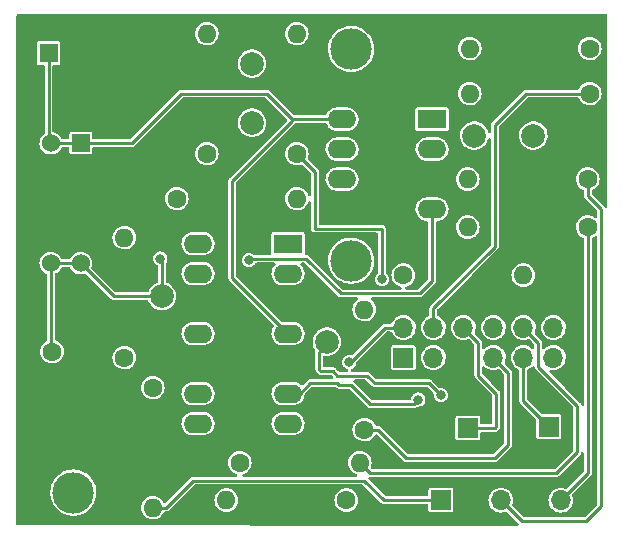
<source format=gbr>
%TF.GenerationSoftware,KiCad,Pcbnew,(6.0.8)*%
%TF.CreationDate,2022-12-02T09:59:36+00:00*%
%TF.ProjectId,DSP 1.0,44535020-312e-4302-9e6b-696361645f70,rev?*%
%TF.SameCoordinates,Original*%
%TF.FileFunction,Copper,L1,Top*%
%TF.FilePolarity,Positive*%
%FSLAX46Y46*%
G04 Gerber Fmt 4.6, Leading zero omitted, Abs format (unit mm)*
G04 Created by KiCad (PCBNEW (6.0.8)) date 2022-12-02 09:59:36*
%MOMM*%
%LPD*%
G01*
G04 APERTURE LIST*
%TA.AperFunction,ComponentPad*%
%ADD10R,1.600000X1.600000*%
%TD*%
%TA.AperFunction,ComponentPad*%
%ADD11C,1.600000*%
%TD*%
%TA.AperFunction,ComponentPad*%
%ADD12C,3.500000*%
%TD*%
%TA.AperFunction,ComponentPad*%
%ADD13R,1.700000X1.700000*%
%TD*%
%TA.AperFunction,ComponentPad*%
%ADD14O,1.700000X1.700000*%
%TD*%
%TA.AperFunction,ComponentPad*%
%ADD15C,2.000000*%
%TD*%
%TA.AperFunction,ComponentPad*%
%ADD16O,1.600000X1.600000*%
%TD*%
%TA.AperFunction,ComponentPad*%
%ADD17R,1.524000X1.524000*%
%TD*%
%TA.AperFunction,ComponentPad*%
%ADD18C,1.524000*%
%TD*%
%TA.AperFunction,ComponentPad*%
%ADD19R,2.400000X1.600000*%
%TD*%
%TA.AperFunction,ComponentPad*%
%ADD20O,2.400000X1.600000*%
%TD*%
%TA.AperFunction,ViaPad*%
%ADD21C,0.800000*%
%TD*%
%TA.AperFunction,Conductor*%
%ADD22C,0.250000*%
%TD*%
G04 APERTURE END LIST*
D10*
%TO.P,C15,1*%
%TO.N,GND*%
X104964113Y-76454000D03*
D11*
%TO.P,C15,2*%
%TO.N,-12V*%
X102464113Y-76454000D03*
%TD*%
D12*
%TO.P,,1*%
%TO.N,N/C*%
X104267000Y-88392000D03*
%TD*%
%TO.P,,1*%
%TO.N,N/C*%
X127787400Y-50825400D03*
%TD*%
D13*
%TO.P,Jpcb2,1,Pin_1*%
%TO.N,Line_raw*%
X132207000Y-76967000D03*
D14*
%TO.P,Jpcb2,2,Pin_2*%
%TO.N,Dry_raw*%
X132207000Y-74427000D03*
%TO.P,Jpcb2,3,Pin_3*%
%TO.N,RIGHT EURO*%
X134747000Y-76967000D03*
%TO.P,Jpcb2,4,Pin_4*%
%TO.N,LEFT EURO*%
X134747000Y-74427000D03*
%TO.P,Jpcb2,5,Pin_5*%
%TO.N,GND*%
X137287000Y-76967000D03*
%TO.P,Jpcb2,6,Pin_6*%
%TO.N,+5V*%
X137287000Y-74427000D03*
%TO.P,Jpcb2,7,Pin_7*%
%TO.N,wet1*%
X139827000Y-76967000D03*
%TO.P,Jpcb2,8,Pin_8*%
%TO.N,in1*%
X139827000Y-74427000D03*
%TO.P,Jpcb2,9,Pin_9*%
%TO.N,X0*%
X142367000Y-76967000D03*
%TO.P,Jpcb2,10,Pin_10*%
%TO.N,in buffed*%
X142367000Y-74427000D03*
%TO.P,Jpcb2,11,Pin_11*%
%TO.N,+12V*%
X144907000Y-76967000D03*
%TO.P,Jpcb2,12,Pin_12*%
%TO.N,unconnected-(Jpcb2-Pad12)*%
X144907000Y-74427000D03*
%TD*%
D15*
%TO.P,C9,1*%
%TO.N,Net-(R12-Pad2)*%
X119380000Y-57070000D03*
%TO.P,C9,2*%
%TO.N,Net-(R19-Pad2)*%
X119380000Y-52070000D03*
%TD*%
%TO.P,C10,2*%
%TO.N,+12V*%
X125730000Y-75605000D03*
%TO.P,C10,1*%
%TO.N,GND*%
X125730000Y-80605000D03*
%TD*%
D11*
%TO.P,R18,1*%
%TO.N,LEFT EURO*%
X147988500Y-54610000D03*
D16*
%TO.P,R18,2*%
%TO.N,Net-(R15-Pad2)*%
X137828500Y-54610000D03*
%TD*%
D11*
%TO.P,R10,1*%
%TO.N,Line_raw*%
X110998000Y-79502000D03*
D16*
%TO.P,R10,2*%
%TO.N,Line*%
X110998000Y-89662000D03*
%TD*%
D11*
%TO.P,R9,1*%
%TO.N,Net-(R8-Pad2)*%
X127381000Y-89027000D03*
D16*
%TO.P,R9,2*%
%TO.N,Line_raw*%
X117221000Y-89027000D03*
%TD*%
D11*
%TO.P,R14,1*%
%TO.N,RIGHT EURO*%
X115570000Y-59690000D03*
D16*
%TO.P,R14,2*%
%TO.N,Net-(R12-Pad2)*%
X115570000Y-49530000D03*
%TD*%
D17*
%TO.P,P1,1,+12V*%
%TO.N,+12V*%
X104902000Y-58801000D03*
D18*
%TO.P,P1,2,+12V*%
X102362000Y-58801000D03*
%TO.P,P1,3,GND*%
%TO.N,GND*%
X104902000Y-61341000D03*
%TO.P,P1,4,GND*%
X102362000Y-61341000D03*
%TO.P,P1,5,GND*%
X104902000Y-63881000D03*
%TO.P,P1,6,GND*%
X102362000Y-63881000D03*
%TO.P,P1,7,GND*%
X104902000Y-66421000D03*
%TO.P,P1,8,GND*%
X102362000Y-66421000D03*
%TO.P,P1,9,-12V*%
%TO.N,-12V*%
X104902000Y-68961000D03*
%TO.P,P1,10,-12V*%
X102362000Y-68961000D03*
%TD*%
D11*
%TO.P,R20,1*%
%TO.N,LEFT EURO*%
X147988500Y-50800000D03*
D16*
%TO.P,R20,2*%
%TO.N,Net-(R20-Pad2)*%
X137828500Y-50800000D03*
%TD*%
D13*
%TO.P,J2,1,Pin_1*%
%TO.N,+5V*%
X137673000Y-82931000D03*
D14*
%TO.P,J2,2,Pin_2*%
%TO.N,GND*%
X135133000Y-82931000D03*
%TD*%
D15*
%TO.P,C8,1*%
%TO.N,Net-(R15-Pad2)*%
X138216000Y-58166000D03*
%TO.P,C8,2*%
%TO.N,Net-(R20-Pad2)*%
X143216000Y-58166000D03*
%TD*%
D13*
%TO.P,JX0,1,Pin_1*%
%TO.N,X0*%
X144526000Y-82804000D03*
%TD*%
D12*
%TO.P,,1*%
%TO.N,N/C*%
X127787400Y-68757800D03*
%TD*%
D16*
%TO.P,R8,2*%
%TO.N,Net-(R8-Pad2)*%
X128905000Y-72898000D03*
D11*
%TO.P,R8,1*%
%TO.N,wet1*%
X128905000Y-83058000D03*
%TD*%
%TO.P,R16,1*%
%TO.N,Dry*%
X132207000Y-69977000D03*
D16*
%TO.P,R16,2*%
%TO.N,Net-(R15-Pad2)*%
X142367000Y-69977000D03*
%TD*%
D11*
%TO.P,R12,1*%
%TO.N,R0*%
X147828000Y-61849000D03*
D16*
%TO.P,R12,2*%
%TO.N,Net-(R12-Pad2)*%
X137668000Y-61849000D03*
%TD*%
D15*
%TO.P,C11,1*%
%TO.N,-12V*%
X111760000Y-71755000D03*
%TO.P,C11,2*%
%TO.N,GND*%
X111760000Y-76755000D03*
%TD*%
D19*
%TO.P,U1,1*%
%TO.N,Net-(R8-Pad2)*%
X122443000Y-67305000D03*
D20*
%TO.P,U1,2,-*%
%TO.N,wet1*%
X122443000Y-69845000D03*
%TO.P,U1,3,+*%
%TO.N,GND*%
X122443000Y-72385000D03*
%TO.P,U1,4,V+*%
%TO.N,+12V*%
X122443000Y-74925000D03*
%TO.P,U1,5,+*%
%TO.N,GND*%
X122443000Y-77465000D03*
%TO.P,U1,6,-*%
%TO.N,in1*%
X122443000Y-80005000D03*
%TO.P,U1,7*%
%TO.N,in buffed*%
X122443000Y-82545000D03*
%TO.P,U1,8*%
%TO.N,Line*%
X114823000Y-82545000D03*
%TO.P,U1,9,-*%
%TO.N,Line_raw*%
X114823000Y-80005000D03*
%TO.P,U1,10,+*%
%TO.N,GND*%
X114823000Y-77465000D03*
%TO.P,U1,11,V-*%
%TO.N,-12V*%
X114823000Y-74925000D03*
%TO.P,U1,12,+*%
%TO.N,GND*%
X114823000Y-72385000D03*
%TO.P,U1,13,-*%
%TO.N,Dry_raw*%
X114823000Y-69845000D03*
%TO.P,U1,14*%
%TO.N,Dry*%
X114823000Y-67305000D03*
%TD*%
D11*
%TO.P,R2,1*%
%TO.N,in1*%
X118364000Y-85852000D03*
D16*
%TO.P,R2,2*%
%TO.N,in buffed*%
X128524000Y-85852000D03*
%TD*%
D19*
%TO.P,U2,1*%
%TO.N,Net-(R20-Pad2)*%
X134635000Y-56775000D03*
D20*
%TO.P,U2,2,-*%
%TO.N,Net-(R15-Pad2)*%
X134635000Y-59315000D03*
%TO.P,U2,3,+*%
%TO.N,GND*%
X134635000Y-61855000D03*
%TO.P,U2,4,V-*%
%TO.N,-12V*%
X134635000Y-64395000D03*
%TO.P,U2,5,+*%
%TO.N,GND*%
X127015000Y-64395000D03*
%TO.P,U2,6,-*%
%TO.N,Net-(R12-Pad2)*%
X127015000Y-61855000D03*
%TO.P,U2,7*%
%TO.N,Net-(R19-Pad2)*%
X127015000Y-59315000D03*
%TO.P,U2,8,V+*%
%TO.N,+12V*%
X127015000Y-56775000D03*
%TD*%
D11*
%TO.P,R15,1*%
%TO.N,L0*%
X147828000Y-65913000D03*
D16*
%TO.P,R15,2*%
%TO.N,Net-(R15-Pad2)*%
X137668000Y-65913000D03*
%TD*%
D13*
%TO.P,J1,1,Pin_1*%
%TO.N,Line*%
X135387000Y-89027000D03*
D14*
%TO.P,J1,2,Pin_2*%
%TO.N,GND*%
X137927000Y-89027000D03*
%TO.P,J1,3,Pin_3*%
%TO.N,R0*%
X140467000Y-89027000D03*
%TO.P,J1,4,Pin_4*%
%TO.N,GND*%
X143007000Y-89027000D03*
%TO.P,J1,5,Pin_5*%
%TO.N,L0*%
X145547000Y-89027000D03*
%TD*%
D11*
%TO.P,R13,1*%
%TO.N,Dry*%
X113030000Y-63500000D03*
D16*
%TO.P,R13,2*%
%TO.N,Net-(R12-Pad2)*%
X123190000Y-63500000D03*
%TD*%
D11*
%TO.P,R11,1*%
%TO.N,Dry_raw*%
X108585000Y-76962000D03*
D16*
%TO.P,R11,2*%
%TO.N,Dry*%
X108585000Y-66802000D03*
%TD*%
D11*
%TO.P,R19,1*%
%TO.N,RIGHT EURO*%
X123190000Y-59690000D03*
D16*
%TO.P,R19,2*%
%TO.N,Net-(R19-Pad2)*%
X123190000Y-49530000D03*
%TD*%
D10*
%TO.P,C14,1*%
%TO.N,+12V*%
X102172888Y-51181000D03*
D11*
%TO.P,C14,2*%
%TO.N,GND*%
X104672888Y-51181000D03*
%TD*%
D21*
%TO.N,in1*%
X133477000Y-80518000D03*
%TO.N,+12V*%
X135382000Y-80137000D03*
%TO.N,RIGHT EURO*%
X130378200Y-70332600D03*
%TO.N,-12V*%
X119126000Y-68707000D03*
%TO.N,Dry_raw*%
X127635000Y-77343000D03*
%TO.N,-12V*%
X111633000Y-68580000D03*
%TD*%
D22*
%TO.N,+12V*%
X117729000Y-61976000D02*
X122809000Y-56896000D01*
X109220000Y-58801000D02*
X113411000Y-54610000D01*
X122443000Y-74925000D02*
X117729000Y-70211000D01*
%TO.N,+5V*%
X138557000Y-75697000D02*
X137287000Y-74427000D01*
%TO.N,+12V*%
X104902000Y-58801000D02*
X109220000Y-58801000D01*
X126238000Y-78105000D02*
X125222000Y-78105000D01*
X122809000Y-56896000D02*
X122809000Y-56769000D01*
X134366000Y-79121000D02*
X129794000Y-79121000D01*
X125730000Y-75819000D02*
X125730000Y-75605000D01*
%TO.N,+5V*%
X140081000Y-80010000D02*
X138557000Y-78486000D01*
%TO.N,+12V*%
X129794000Y-79121000D02*
X129159000Y-78486000D01*
X135382000Y-80137000D02*
X134366000Y-79121000D01*
%TO.N,+5V*%
X140081000Y-82804000D02*
X139954000Y-82931000D01*
X139954000Y-82931000D02*
X137673000Y-82931000D01*
%TO.N,+12V*%
X125095000Y-77978000D02*
X125095000Y-76454000D01*
X102172888Y-51181000D02*
X102172888Y-58611888D01*
X117729000Y-70211000D02*
X117729000Y-61976000D01*
X129159000Y-78486000D02*
X126619000Y-78486000D01*
X122815000Y-56775000D02*
X127015000Y-56775000D01*
%TO.N,+5V*%
X140081000Y-82804000D02*
X140081000Y-80010000D01*
%TO.N,+12V*%
X120656000Y-54610000D02*
X122815000Y-56769000D01*
X122815000Y-56769000D02*
X122815000Y-56775000D01*
X113411000Y-54610000D02*
X120656000Y-54610000D01*
%TO.N,-12V*%
X126898400Y-71526400D02*
X133578600Y-71526400D01*
X104902000Y-68961000D02*
X102362000Y-68961000D01*
X111760000Y-71755000D02*
X107696000Y-71755000D01*
X119253000Y-68580000D02*
X123952000Y-68580000D01*
%TO.N,+12V*%
X122809000Y-56769000D02*
X122815000Y-56775000D01*
X102172888Y-58611888D02*
X102362000Y-58801000D01*
%TO.N,-12V*%
X107696000Y-71755000D02*
X104902000Y-68961000D01*
X102362000Y-76351887D02*
X102464113Y-76454000D01*
%TO.N,+12V*%
X126619000Y-78486000D02*
X126238000Y-78105000D01*
%TO.N,-12V*%
X134635000Y-70470000D02*
X134635000Y-64395000D01*
%TO.N,+12V*%
X125095000Y-76454000D02*
X125730000Y-75819000D01*
%TO.N,-12V*%
X133578600Y-71526400D02*
X134635000Y-70470000D01*
%TO.N,+12V*%
X102362000Y-58801000D02*
X104902000Y-58801000D01*
%TO.N,-12V*%
X111760000Y-68707000D02*
X111633000Y-68580000D01*
X111760000Y-71755000D02*
X111760000Y-68707000D01*
X102362000Y-68961000D02*
X102362000Y-76351887D01*
%TO.N,+12V*%
X125222000Y-78105000D02*
X125095000Y-77978000D01*
%TO.N,-12V*%
X119126000Y-68707000D02*
X119253000Y-68580000D01*
X123952000Y-68580000D02*
X126898400Y-71526400D01*
%TO.N,LEFT EURO*%
X139954000Y-67564000D02*
X134747000Y-72771000D01*
X147988500Y-54610000D02*
X142621000Y-54610000D01*
X142621000Y-54610000D02*
X139954000Y-57277000D01*
X139954000Y-57277000D02*
X139954000Y-67564000D01*
X134747000Y-72771000D02*
X134747000Y-73535000D01*
%TO.N,Line*%
X114427000Y-87376000D02*
X112141000Y-89662000D01*
%TO.N,R0*%
X147828000Y-63246000D02*
X147828000Y-61849000D01*
X148971000Y-89535000D02*
X148971000Y-64389000D01*
X142245000Y-90805000D02*
X147701000Y-90805000D01*
%TO.N,Line*%
X130556000Y-89027000D02*
X128905000Y-87376000D01*
X135387000Y-89027000D02*
X130556000Y-89027000D01*
X112141000Y-89662000D02*
X110998000Y-89662000D01*
X128905000Y-87376000D02*
X114427000Y-87376000D01*
%TO.N,L0*%
X147828000Y-65913000D02*
X147828000Y-86746000D01*
%TO.N,RIGHT EURO*%
X130378200Y-66040000D02*
X124714000Y-66040000D01*
%TO.N,R0*%
X148971000Y-64389000D02*
X147828000Y-63246000D01*
%TO.N,RIGHT EURO*%
X124714000Y-61214000D02*
X123190000Y-59690000D01*
X130378200Y-70332600D02*
X130378200Y-66040000D01*
%TO.N,R0*%
X147701000Y-90805000D02*
X148971000Y-89535000D01*
X140467000Y-89027000D02*
X142245000Y-90805000D01*
%TO.N,L0*%
X147828000Y-86746000D02*
X145547000Y-89027000D01*
%TO.N,RIGHT EURO*%
X124714000Y-66040000D02*
X124714000Y-61214000D01*
%TO.N,X0*%
X142367000Y-80645000D02*
X142367000Y-76967000D01*
X144526000Y-82804000D02*
X142367000Y-80645000D01*
%TO.N,Line_raw*%
X132207000Y-76967000D02*
X132202000Y-76967000D01*
%TO.N,Dry_raw*%
X127762000Y-77343000D02*
X130678000Y-74427000D01*
%TO.N,wet1*%
X139954000Y-85471000D02*
X132461000Y-85471000D01*
%TO.N,Dry_raw*%
X130678000Y-74427000D02*
X132207000Y-74427000D01*
%TO.N,wet1*%
X132461000Y-85471000D02*
X130048000Y-83058000D01*
%TO.N,Dry_raw*%
X127635000Y-77343000D02*
X127762000Y-77343000D01*
%TO.N,wet1*%
X141097000Y-78237000D02*
X141097000Y-84328000D01*
X130048000Y-83058000D02*
X128905000Y-83058000D01*
X139827000Y-76967000D02*
X141097000Y-78237000D01*
X141097000Y-84328000D02*
X139954000Y-85471000D01*
%TO.N,in1*%
X126619000Y-79121000D02*
X124333000Y-79121000D01*
%TO.N,in buffed*%
X146939000Y-84963000D02*
X145161000Y-86741000D01*
%TO.N,in1*%
X124333000Y-79121000D02*
X123449000Y-80005000D01*
X133096000Y-80899000D02*
X129413000Y-80899000D01*
X123449000Y-80005000D02*
X122443000Y-80005000D01*
%TO.N,in buffed*%
X143637000Y-77724000D02*
X146939000Y-81026000D01*
X143637000Y-75697000D02*
X143637000Y-77724000D01*
%TO.N,in1*%
X126778000Y-79280000D02*
X126619000Y-79121000D01*
%TO.N,in buffed*%
X129413000Y-86741000D02*
X128524000Y-85852000D01*
X145161000Y-86741000D02*
X129413000Y-86741000D01*
%TO.N,in1*%
X127794000Y-79280000D02*
X126778000Y-79280000D01*
X133477000Y-80518000D02*
X133096000Y-80899000D01*
%TO.N,in buffed*%
X146939000Y-81026000D02*
X146939000Y-84963000D01*
%TO.N,in1*%
X129413000Y-80899000D02*
X127794000Y-79280000D01*
%TO.N,in buffed*%
X142367000Y-74427000D02*
X143637000Y-75697000D01*
%TO.N,+5V*%
X138557000Y-78486000D02*
X138557000Y-75697000D01*
%TD*%
%TA.AperFunction,Conductor*%
%TO.N,GND*%
G36*
X149421118Y-47899002D02*
G01*
X149467611Y-47952658D01*
X149478997Y-48005003D01*
X149478624Y-64146854D01*
X149458620Y-64214974D01*
X149404964Y-64261466D01*
X149334689Y-64271568D01*
X149270109Y-64242074D01*
X149249386Y-64219086D01*
X149248920Y-64218420D01*
X149243039Y-64209185D01*
X149229707Y-64186094D01*
X149224194Y-64176545D01*
X149195317Y-64152315D01*
X149187215Y-64144889D01*
X148190405Y-63148079D01*
X148156379Y-63085767D01*
X148153500Y-63058984D01*
X148153500Y-62883043D01*
X148173502Y-62814922D01*
X148222689Y-62770577D01*
X148361195Y-62700612D01*
X148366689Y-62697837D01*
X148388500Y-62680797D01*
X148516453Y-62580829D01*
X148521303Y-62577040D01*
X148526758Y-62570721D01*
X148645485Y-62433173D01*
X148645485Y-62433172D01*
X148649509Y-62428511D01*
X148746425Y-62257909D01*
X148808358Y-62071732D01*
X148832949Y-61877071D01*
X148833341Y-61849000D01*
X148814194Y-61653728D01*
X148812413Y-61647829D01*
X148812412Y-61647824D01*
X148759265Y-61471793D01*
X148757484Y-61465894D01*
X148665370Y-61292653D01*
X148541361Y-61140602D01*
X148390180Y-61015535D01*
X148217585Y-60922213D01*
X148123868Y-60893203D01*
X148036039Y-60866015D01*
X148036036Y-60866014D01*
X148030152Y-60864193D01*
X148024027Y-60863549D01*
X148024026Y-60863549D01*
X147841147Y-60844327D01*
X147841146Y-60844327D01*
X147835019Y-60843683D01*
X147716161Y-60854500D01*
X147645759Y-60860907D01*
X147645758Y-60860907D01*
X147639618Y-60861466D01*
X147633704Y-60863207D01*
X147633702Y-60863207D01*
X147525313Y-60895108D01*
X147451393Y-60916864D01*
X147445928Y-60919721D01*
X147282972Y-61004912D01*
X147282968Y-61004915D01*
X147277512Y-61007767D01*
X147272712Y-61011627D01*
X147272711Y-61011627D01*
X147254700Y-61026108D01*
X147124600Y-61130711D01*
X146998480Y-61281016D01*
X146995516Y-61286408D01*
X146995513Y-61286412D01*
X146978674Y-61317042D01*
X146903956Y-61452954D01*
X146902095Y-61458821D01*
X146902094Y-61458823D01*
X146887619Y-61504455D01*
X146844628Y-61639978D01*
X146822757Y-61834963D01*
X146839175Y-62030483D01*
X146893258Y-62219091D01*
X146896076Y-62224574D01*
X146980123Y-62388113D01*
X146980126Y-62388117D01*
X146982944Y-62393601D01*
X147104818Y-62547369D01*
X147109511Y-62551363D01*
X147109512Y-62551364D01*
X147235711Y-62658767D01*
X147254238Y-62674535D01*
X147259616Y-62677541D01*
X147259618Y-62677542D01*
X147295932Y-62697837D01*
X147425513Y-62770257D01*
X147427913Y-62771037D01*
X147481363Y-62815832D01*
X147502500Y-62885688D01*
X147502500Y-63226290D01*
X147502020Y-63237272D01*
X147500918Y-63249873D01*
X147498736Y-63274807D01*
X147504709Y-63297097D01*
X147508491Y-63311210D01*
X147510870Y-63321942D01*
X147517412Y-63359045D01*
X147522923Y-63368590D01*
X147524115Y-63371866D01*
X147525592Y-63375034D01*
X147528446Y-63385684D01*
X147534864Y-63394849D01*
X147550055Y-63416544D01*
X147555961Y-63425815D01*
X147562081Y-63436414D01*
X147574806Y-63458455D01*
X147583251Y-63465541D01*
X147603682Y-63482685D01*
X147611785Y-63490111D01*
X148608595Y-64486921D01*
X148642621Y-64549233D01*
X148645500Y-64576016D01*
X148645500Y-65022990D01*
X148625498Y-65091111D01*
X148571842Y-65137604D01*
X148501568Y-65147708D01*
X148439185Y-65120075D01*
X148426125Y-65109271D01*
X148390180Y-65079535D01*
X148217585Y-64986213D01*
X148123868Y-64957203D01*
X148036039Y-64930015D01*
X148036036Y-64930014D01*
X148030152Y-64928193D01*
X148024027Y-64927549D01*
X148024026Y-64927549D01*
X147841147Y-64908327D01*
X147841146Y-64908327D01*
X147835019Y-64907683D01*
X147712383Y-64918844D01*
X147645759Y-64924907D01*
X147645758Y-64924907D01*
X147639618Y-64925466D01*
X147633704Y-64927207D01*
X147633702Y-64927207D01*
X147504734Y-64965165D01*
X147451393Y-64980864D01*
X147445928Y-64983721D01*
X147282972Y-65068912D01*
X147282968Y-65068915D01*
X147277512Y-65071767D01*
X147272712Y-65075627D01*
X147272711Y-65075627D01*
X147262939Y-65083484D01*
X147124600Y-65194711D01*
X146998480Y-65345016D01*
X146995516Y-65350408D01*
X146995513Y-65350412D01*
X146970779Y-65395404D01*
X146903956Y-65516954D01*
X146844628Y-65703978D01*
X146822757Y-65898963D01*
X146839175Y-66094483D01*
X146893258Y-66283091D01*
X146904310Y-66304596D01*
X146980123Y-66452113D01*
X146980126Y-66452117D01*
X146982944Y-66457601D01*
X147104818Y-66611369D01*
X147109511Y-66615363D01*
X147109512Y-66615364D01*
X147205228Y-66696824D01*
X147254238Y-66738535D01*
X147259616Y-66741541D01*
X147259618Y-66741542D01*
X147404238Y-66822367D01*
X147425513Y-66834257D01*
X147427913Y-66835037D01*
X147481363Y-66879832D01*
X147502500Y-66949688D01*
X147502500Y-80907100D01*
X147482498Y-80975221D01*
X147428842Y-81021714D01*
X147358568Y-81031818D01*
X147293988Y-81002324D01*
X147255604Y-80942598D01*
X147252414Y-80928981D01*
X147251501Y-80923805D01*
X147249588Y-80912955D01*
X147244079Y-80903412D01*
X147242886Y-80900135D01*
X147241407Y-80896964D01*
X147238554Y-80886316D01*
X147216940Y-80855448D01*
X147211036Y-80846179D01*
X147197709Y-80823096D01*
X147197707Y-80823093D01*
X147192194Y-80813545D01*
X147163331Y-80789326D01*
X147155227Y-80781900D01*
X145871822Y-79498495D01*
X144586737Y-78213411D01*
X144552712Y-78151099D01*
X144557776Y-78080284D01*
X144600323Y-78023448D01*
X144666843Y-77998637D01*
X144690750Y-77999202D01*
X144814796Y-78013993D01*
X144884894Y-78022351D01*
X144891029Y-78021879D01*
X144891031Y-78021879D01*
X144963625Y-78016293D01*
X145090300Y-78006546D01*
X145096230Y-78004890D01*
X145096232Y-78004890D01*
X145254556Y-77960685D01*
X145288725Y-77951145D01*
X145294214Y-77948372D01*
X145294220Y-77948370D01*
X145447987Y-77870696D01*
X145472610Y-77858258D01*
X145483352Y-77849866D01*
X145573416Y-77779500D01*
X145634951Y-77731424D01*
X145641498Y-77723840D01*
X145765540Y-77580134D01*
X145765540Y-77580133D01*
X145769564Y-77575472D01*
X145790387Y-77538818D01*
X145817225Y-77491574D01*
X145871323Y-77396344D01*
X145936351Y-77200863D01*
X145962171Y-76996474D01*
X145962583Y-76967000D01*
X145942480Y-76761970D01*
X145882935Y-76564749D01*
X145786218Y-76382849D01*
X145684700Y-76258376D01*
X145659906Y-76227975D01*
X145659903Y-76227972D01*
X145656011Y-76223200D01*
X145643458Y-76212815D01*
X145502025Y-76095811D01*
X145502021Y-76095808D01*
X145497275Y-76091882D01*
X145316055Y-75993897D01*
X145119254Y-75932977D01*
X145113129Y-75932333D01*
X145113128Y-75932333D01*
X144920498Y-75912087D01*
X144920496Y-75912087D01*
X144914369Y-75911443D01*
X144827529Y-75919346D01*
X144715342Y-75929555D01*
X144715339Y-75929556D01*
X144709203Y-75930114D01*
X144511572Y-75988280D01*
X144329002Y-76083726D01*
X144324201Y-76087586D01*
X144324198Y-76087588D01*
X144168447Y-76212815D01*
X144166859Y-76210839D01*
X144113969Y-76238991D01*
X144043211Y-76233171D01*
X143986832Y-76190021D01*
X143962732Y-76123240D01*
X143962500Y-76115592D01*
X143962500Y-75716713D01*
X143962979Y-75705732D01*
X143965303Y-75679170D01*
X143965303Y-75679168D01*
X143966263Y-75668193D01*
X143956508Y-75631783D01*
X143954133Y-75621072D01*
X143954038Y-75620535D01*
X143947588Y-75583955D01*
X143942078Y-75574411D01*
X143940886Y-75571135D01*
X143939407Y-75567964D01*
X143936554Y-75557316D01*
X143914940Y-75526448D01*
X143909036Y-75517179D01*
X143895707Y-75494092D01*
X143895704Y-75494088D01*
X143890194Y-75484545D01*
X143861330Y-75460325D01*
X143853227Y-75452900D01*
X143669692Y-75269365D01*
X143367715Y-74967389D01*
X143333690Y-74905076D01*
X143337252Y-74838521D01*
X143389579Y-74681220D01*
X143396351Y-74660863D01*
X143422171Y-74456474D01*
X143422583Y-74427000D01*
X143421138Y-74412262D01*
X143851520Y-74412262D01*
X143852036Y-74418406D01*
X143857557Y-74484148D01*
X143868759Y-74617553D01*
X143870458Y-74623478D01*
X143921904Y-74802891D01*
X143925544Y-74815586D01*
X143928359Y-74821063D01*
X143928360Y-74821066D01*
X144010161Y-74980234D01*
X144019712Y-74998818D01*
X144147677Y-75160270D01*
X144152370Y-75164264D01*
X144152371Y-75164265D01*
X144162560Y-75172936D01*
X144304564Y-75293791D01*
X144484398Y-75394297D01*
X144559346Y-75418649D01*
X144674471Y-75456056D01*
X144674475Y-75456057D01*
X144680329Y-75457959D01*
X144884894Y-75482351D01*
X144891029Y-75481879D01*
X144891031Y-75481879D01*
X144948459Y-75477460D01*
X145090300Y-75466546D01*
X145096230Y-75464890D01*
X145096232Y-75464890D01*
X145228529Y-75427952D01*
X145288725Y-75411145D01*
X145294214Y-75408372D01*
X145294220Y-75408370D01*
X145467116Y-75321033D01*
X145472610Y-75318258D01*
X145527281Y-75275545D01*
X145630101Y-75195213D01*
X145634951Y-75191424D01*
X145643869Y-75181093D01*
X145765540Y-75040134D01*
X145765540Y-75040133D01*
X145769564Y-75035472D01*
X145790387Y-74998818D01*
X145816148Y-74953470D01*
X145871323Y-74856344D01*
X145936351Y-74660863D01*
X145962171Y-74456474D01*
X145962583Y-74427000D01*
X145942480Y-74221970D01*
X145882935Y-74024749D01*
X145786218Y-73842849D01*
X145712859Y-73752902D01*
X145659906Y-73687975D01*
X145659903Y-73687972D01*
X145656011Y-73683200D01*
X145555880Y-73600364D01*
X145502025Y-73555811D01*
X145502021Y-73555809D01*
X145497275Y-73551882D01*
X145316055Y-73453897D01*
X145119254Y-73392977D01*
X145113129Y-73392333D01*
X145113128Y-73392333D01*
X144920498Y-73372087D01*
X144920496Y-73372087D01*
X144914369Y-73371443D01*
X144827529Y-73379346D01*
X144715342Y-73389555D01*
X144715339Y-73389556D01*
X144709203Y-73390114D01*
X144511572Y-73448280D01*
X144506107Y-73451137D01*
X144455659Y-73477511D01*
X144329002Y-73543726D01*
X144324201Y-73547586D01*
X144324198Y-73547588D01*
X144221911Y-73629829D01*
X144168447Y-73672815D01*
X144036024Y-73830630D01*
X144033056Y-73836028D01*
X144033053Y-73836033D01*
X143983683Y-73925838D01*
X143936776Y-74011162D01*
X143934913Y-74017035D01*
X143887236Y-74167334D01*
X143874484Y-74207532D01*
X143873798Y-74213649D01*
X143873797Y-74213653D01*
X143862833Y-74311401D01*
X143851520Y-74412262D01*
X143421138Y-74412262D01*
X143402480Y-74221970D01*
X143342935Y-74024749D01*
X143246218Y-73842849D01*
X143172859Y-73752902D01*
X143119906Y-73687975D01*
X143119903Y-73687972D01*
X143116011Y-73683200D01*
X143015880Y-73600364D01*
X142962025Y-73555811D01*
X142962021Y-73555809D01*
X142957275Y-73551882D01*
X142776055Y-73453897D01*
X142579254Y-73392977D01*
X142573129Y-73392333D01*
X142573128Y-73392333D01*
X142380498Y-73372087D01*
X142380496Y-73372087D01*
X142374369Y-73371443D01*
X142287529Y-73379346D01*
X142175342Y-73389555D01*
X142175339Y-73389556D01*
X142169203Y-73390114D01*
X141971572Y-73448280D01*
X141966107Y-73451137D01*
X141915659Y-73477511D01*
X141789002Y-73543726D01*
X141784201Y-73547586D01*
X141784198Y-73547588D01*
X141681911Y-73629829D01*
X141628447Y-73672815D01*
X141496024Y-73830630D01*
X141493056Y-73836028D01*
X141493053Y-73836033D01*
X141443683Y-73925838D01*
X141396776Y-74011162D01*
X141394913Y-74017035D01*
X141347236Y-74167334D01*
X141334484Y-74207532D01*
X141333798Y-74213649D01*
X141333797Y-74213653D01*
X141322833Y-74311401D01*
X141311520Y-74412262D01*
X141312036Y-74418406D01*
X141317557Y-74484148D01*
X141328759Y-74617553D01*
X141330458Y-74623478D01*
X141381904Y-74802891D01*
X141385544Y-74815586D01*
X141388359Y-74821063D01*
X141388360Y-74821066D01*
X141470161Y-74980234D01*
X141479712Y-74998818D01*
X141607677Y-75160270D01*
X141612370Y-75164264D01*
X141612371Y-75164265D01*
X141622560Y-75172936D01*
X141764564Y-75293791D01*
X141944398Y-75394297D01*
X142019346Y-75418649D01*
X142134471Y-75456056D01*
X142134475Y-75456057D01*
X142140329Y-75457959D01*
X142344894Y-75482351D01*
X142351029Y-75481879D01*
X142351031Y-75481879D01*
X142408459Y-75477460D01*
X142550300Y-75466546D01*
X142556230Y-75464890D01*
X142556232Y-75464890D01*
X142688529Y-75427952D01*
X142748725Y-75411145D01*
X142761717Y-75404582D01*
X142831540Y-75391720D01*
X142897231Y-75418649D01*
X142907625Y-75427951D01*
X143092440Y-75612767D01*
X143274596Y-75794923D01*
X143308621Y-75857235D01*
X143311500Y-75884018D01*
X143311500Y-76117159D01*
X143291498Y-76185280D01*
X143237842Y-76231773D01*
X143167568Y-76241877D01*
X143105186Y-76214245D01*
X142957275Y-76091882D01*
X142776055Y-75993897D01*
X142579254Y-75932977D01*
X142573129Y-75932333D01*
X142573128Y-75932333D01*
X142380498Y-75912087D01*
X142380496Y-75912087D01*
X142374369Y-75911443D01*
X142287529Y-75919346D01*
X142175342Y-75929555D01*
X142175339Y-75929556D01*
X142169203Y-75930114D01*
X141971572Y-75988280D01*
X141789002Y-76083726D01*
X141784201Y-76087586D01*
X141784198Y-76087588D01*
X141662694Y-76185280D01*
X141628447Y-76212815D01*
X141496024Y-76370630D01*
X141493056Y-76376028D01*
X141493053Y-76376033D01*
X141422500Y-76504370D01*
X141396776Y-76551162D01*
X141334484Y-76747532D01*
X141333798Y-76753649D01*
X141333797Y-76753653D01*
X141312689Y-76941838D01*
X141311520Y-76952262D01*
X141312036Y-76958406D01*
X141328075Y-77149403D01*
X141328759Y-77157553D01*
X141330458Y-77163478D01*
X141377284Y-77326779D01*
X141385544Y-77355586D01*
X141388359Y-77361063D01*
X141388360Y-77361066D01*
X141476897Y-77533341D01*
X141479712Y-77538818D01*
X141607677Y-77700270D01*
X141612370Y-77704264D01*
X141612371Y-77704265D01*
X141740854Y-77813612D01*
X141764564Y-77833791D01*
X141769942Y-77836797D01*
X141769944Y-77836798D01*
X141834210Y-77872715D01*
X141944398Y-77934297D01*
X141950255Y-77936200D01*
X141954441Y-77937560D01*
X142013045Y-77977636D01*
X142040679Y-78043034D01*
X142041500Y-78057392D01*
X142041500Y-80625290D01*
X142041020Y-80636272D01*
X142038810Y-80661536D01*
X142037736Y-80673807D01*
X142040590Y-80684456D01*
X142047491Y-80710210D01*
X142049870Y-80720942D01*
X142056412Y-80758045D01*
X142061923Y-80767590D01*
X142063115Y-80770866D01*
X142064592Y-80774034D01*
X142067446Y-80784684D01*
X142073770Y-80793715D01*
X142089055Y-80815544D01*
X142094961Y-80824815D01*
X142098415Y-80830797D01*
X142113806Y-80857455D01*
X142122251Y-80864541D01*
X142142682Y-80881685D01*
X142150785Y-80889111D01*
X143438595Y-82176921D01*
X143472621Y-82239233D01*
X143475500Y-82266016D01*
X143475500Y-83673748D01*
X143487133Y-83732231D01*
X143531448Y-83798552D01*
X143597769Y-83842867D01*
X143609938Y-83845288D01*
X143609939Y-83845288D01*
X143650184Y-83853293D01*
X143656252Y-83854500D01*
X145395748Y-83854500D01*
X145401816Y-83853293D01*
X145442061Y-83845288D01*
X145442062Y-83845288D01*
X145454231Y-83842867D01*
X145520552Y-83798552D01*
X145564867Y-83732231D01*
X145576500Y-83673748D01*
X145576500Y-81934252D01*
X145568122Y-81892133D01*
X145567288Y-81887939D01*
X145567288Y-81887938D01*
X145564867Y-81875769D01*
X145520552Y-81809448D01*
X145482048Y-81783720D01*
X145464547Y-81772026D01*
X145454231Y-81765133D01*
X145442062Y-81762712D01*
X145442061Y-81762712D01*
X145401816Y-81754707D01*
X145395748Y-81753500D01*
X143988016Y-81753500D01*
X143919895Y-81733498D01*
X143898921Y-81716595D01*
X142729405Y-80547079D01*
X142695379Y-80484767D01*
X142692500Y-80457984D01*
X142692500Y-78057062D01*
X142712502Y-77988941D01*
X142761690Y-77944596D01*
X142927113Y-77861035D01*
X142927116Y-77861033D01*
X142932610Y-77858258D01*
X142943352Y-77849866D01*
X143033416Y-77779500D01*
X143094951Y-77731424D01*
X143098972Y-77726765D01*
X143103442Y-77722509D01*
X143104709Y-77723840D01*
X143157112Y-77690020D01*
X143228108Y-77689883D01*
X143287908Y-77728151D01*
X143314549Y-77778233D01*
X143317490Y-77789208D01*
X143319870Y-77799942D01*
X143326412Y-77837045D01*
X143331923Y-77846590D01*
X143333115Y-77849866D01*
X143334592Y-77853034D01*
X143337446Y-77863684D01*
X143359055Y-77894544D01*
X143364961Y-77903815D01*
X143373204Y-77918091D01*
X143383806Y-77936455D01*
X143403285Y-77952800D01*
X143412682Y-77960685D01*
X143420785Y-77968111D01*
X146576595Y-81123922D01*
X146610621Y-81186234D01*
X146613500Y-81213017D01*
X146613500Y-84775984D01*
X146593498Y-84844105D01*
X146576595Y-84865079D01*
X145063079Y-86378595D01*
X145000767Y-86412621D01*
X144973984Y-86415500D01*
X129600016Y-86415500D01*
X129531895Y-86395498D01*
X129510921Y-86378595D01*
X129485173Y-86352847D01*
X129451147Y-86290535D01*
X129454710Y-86223980D01*
X129502411Y-86080584D01*
X129504358Y-86074732D01*
X129528949Y-85880071D01*
X129529341Y-85852000D01*
X129510194Y-85656728D01*
X129508413Y-85650829D01*
X129508412Y-85650824D01*
X129455265Y-85474793D01*
X129453484Y-85468894D01*
X129361370Y-85295653D01*
X129237361Y-85143602D01*
X129086180Y-85018535D01*
X128913585Y-84925213D01*
X128819869Y-84896203D01*
X128732039Y-84869015D01*
X128732036Y-84869014D01*
X128726152Y-84867193D01*
X128720027Y-84866549D01*
X128720026Y-84866549D01*
X128537147Y-84847327D01*
X128537146Y-84847327D01*
X128531019Y-84846683D01*
X128408383Y-84857844D01*
X128341759Y-84863907D01*
X128341758Y-84863907D01*
X128335618Y-84864466D01*
X128329704Y-84866207D01*
X128329702Y-84866207D01*
X128200734Y-84904165D01*
X128147393Y-84919864D01*
X128141928Y-84922721D01*
X127978972Y-85007912D01*
X127978968Y-85007915D01*
X127973512Y-85010767D01*
X127968712Y-85014627D01*
X127968711Y-85014627D01*
X127945207Y-85033525D01*
X127820600Y-85133711D01*
X127694480Y-85284016D01*
X127691516Y-85289408D01*
X127691513Y-85289412D01*
X127612813Y-85432567D01*
X127599956Y-85455954D01*
X127540628Y-85642978D01*
X127518757Y-85837963D01*
X127535175Y-86033483D01*
X127589258Y-86222091D01*
X127592076Y-86227574D01*
X127676123Y-86391113D01*
X127676126Y-86391117D01*
X127678944Y-86396601D01*
X127800818Y-86550369D01*
X127805511Y-86554363D01*
X127805512Y-86554364D01*
X127810941Y-86558984D01*
X127950238Y-86677535D01*
X127955616Y-86680541D01*
X127955618Y-86680542D01*
X127991932Y-86700837D01*
X128121513Y-86773257D01*
X128218183Y-86804667D01*
X128276788Y-86844741D01*
X128304425Y-86910137D01*
X128292318Y-86980094D01*
X128244312Y-87032400D01*
X128179246Y-87050500D01*
X118711875Y-87050500D01*
X118643754Y-87030498D01*
X118597261Y-86976842D01*
X118587157Y-86906568D01*
X118616651Y-86841988D01*
X118677991Y-86803142D01*
X118727556Y-86789303D01*
X118902689Y-86700837D01*
X118932515Y-86677535D01*
X119052453Y-86583829D01*
X119057303Y-86580040D01*
X119087084Y-86545539D01*
X119181485Y-86436173D01*
X119181485Y-86436172D01*
X119185509Y-86431511D01*
X119282425Y-86260909D01*
X119344358Y-86074732D01*
X119368949Y-85880071D01*
X119369341Y-85852000D01*
X119350194Y-85656728D01*
X119348413Y-85650829D01*
X119348412Y-85650824D01*
X119295265Y-85474793D01*
X119293484Y-85468894D01*
X119201370Y-85295653D01*
X119077361Y-85143602D01*
X118926180Y-85018535D01*
X118753585Y-84925213D01*
X118659869Y-84896203D01*
X118572039Y-84869015D01*
X118572036Y-84869014D01*
X118566152Y-84867193D01*
X118560027Y-84866549D01*
X118560026Y-84866549D01*
X118377147Y-84847327D01*
X118377146Y-84847327D01*
X118371019Y-84846683D01*
X118248383Y-84857844D01*
X118181759Y-84863907D01*
X118181758Y-84863907D01*
X118175618Y-84864466D01*
X118169704Y-84866207D01*
X118169702Y-84866207D01*
X118040734Y-84904165D01*
X117987393Y-84919864D01*
X117981928Y-84922721D01*
X117818972Y-85007912D01*
X117818968Y-85007915D01*
X117813512Y-85010767D01*
X117808712Y-85014627D01*
X117808711Y-85014627D01*
X117785207Y-85033525D01*
X117660600Y-85133711D01*
X117534480Y-85284016D01*
X117531516Y-85289408D01*
X117531513Y-85289412D01*
X117452813Y-85432567D01*
X117439956Y-85455954D01*
X117380628Y-85642978D01*
X117358757Y-85837963D01*
X117375175Y-86033483D01*
X117429258Y-86222091D01*
X117432076Y-86227574D01*
X117516123Y-86391113D01*
X117516126Y-86391117D01*
X117518944Y-86396601D01*
X117640818Y-86550369D01*
X117645511Y-86554363D01*
X117645512Y-86554364D01*
X117650941Y-86558984D01*
X117790238Y-86677535D01*
X117795616Y-86680541D01*
X117795618Y-86680542D01*
X117831932Y-86700837D01*
X117961513Y-86773257D01*
X118058183Y-86804667D01*
X118116788Y-86844741D01*
X118144425Y-86910137D01*
X118132318Y-86980094D01*
X118084312Y-87032400D01*
X118019246Y-87050500D01*
X114446713Y-87050500D01*
X114435732Y-87050021D01*
X114409170Y-87047697D01*
X114409168Y-87047697D01*
X114398193Y-87046737D01*
X114361783Y-87056492D01*
X114351076Y-87058866D01*
X114313955Y-87065412D01*
X114304411Y-87070922D01*
X114301135Y-87072114D01*
X114297964Y-87073593D01*
X114287316Y-87076446D01*
X114278287Y-87082768D01*
X114256449Y-87098059D01*
X114247179Y-87103964D01*
X114224092Y-87117293D01*
X114224088Y-87117296D01*
X114214545Y-87122806D01*
X114207459Y-87131250D01*
X114207460Y-87131250D01*
X114190320Y-87151677D01*
X114182892Y-87159782D01*
X112095202Y-89247472D01*
X112032890Y-89281498D01*
X111962075Y-89276433D01*
X111905239Y-89233886D01*
X111894856Y-89217530D01*
X111893193Y-89214403D01*
X111835370Y-89105653D01*
X111711361Y-88953602D01*
X111560180Y-88828535D01*
X111387585Y-88735213D01*
X111278676Y-88701500D01*
X111206039Y-88679015D01*
X111206036Y-88679014D01*
X111200152Y-88677193D01*
X111194027Y-88676549D01*
X111194026Y-88676549D01*
X111011147Y-88657327D01*
X111011146Y-88657327D01*
X111005019Y-88656683D01*
X110882383Y-88667844D01*
X110815759Y-88673907D01*
X110815758Y-88673907D01*
X110809618Y-88674466D01*
X110803704Y-88676207D01*
X110803702Y-88676207D01*
X110785725Y-88681498D01*
X110621393Y-88729864D01*
X110615928Y-88732721D01*
X110452972Y-88817912D01*
X110452968Y-88817915D01*
X110447512Y-88820767D01*
X110442712Y-88824627D01*
X110442711Y-88824627D01*
X110426250Y-88837862D01*
X110294600Y-88943711D01*
X110168480Y-89094016D01*
X110165516Y-89099408D01*
X110165513Y-89099412D01*
X110108926Y-89202344D01*
X110073956Y-89265954D01*
X110072095Y-89271821D01*
X110072094Y-89271823D01*
X110051577Y-89336500D01*
X110014628Y-89452978D01*
X109992757Y-89647963D01*
X110009175Y-89843483D01*
X110063258Y-90032091D01*
X110066076Y-90037574D01*
X110150123Y-90201113D01*
X110150126Y-90201117D01*
X110152944Y-90206601D01*
X110274818Y-90360369D01*
X110279511Y-90364363D01*
X110279512Y-90364364D01*
X110391295Y-90459498D01*
X110424238Y-90487535D01*
X110429616Y-90490541D01*
X110429618Y-90490542D01*
X110465932Y-90510837D01*
X110595513Y-90583257D01*
X110782118Y-90643889D01*
X110976946Y-90667121D01*
X110983081Y-90666649D01*
X110983083Y-90666649D01*
X111166434Y-90652541D01*
X111166438Y-90652540D01*
X111172576Y-90652068D01*
X111361556Y-90599303D01*
X111536689Y-90510837D01*
X111566515Y-90487535D01*
X111686453Y-90393829D01*
X111691303Y-90390040D01*
X111721084Y-90355539D01*
X111815485Y-90246173D01*
X111815485Y-90246172D01*
X111819509Y-90241511D01*
X111822553Y-90236153D01*
X111913379Y-90076272D01*
X111913381Y-90076267D01*
X111916425Y-90070909D01*
X111918372Y-90065058D01*
X111919621Y-90062251D01*
X111965601Y-90008155D01*
X112034728Y-89987500D01*
X112121290Y-89987500D01*
X112132272Y-89987980D01*
X112158820Y-89990303D01*
X112158822Y-89990303D01*
X112169807Y-89991264D01*
X112206215Y-89981508D01*
X112216942Y-89979130D01*
X112220301Y-89978538D01*
X112254045Y-89972588D01*
X112263590Y-89967077D01*
X112266866Y-89965885D01*
X112270034Y-89964408D01*
X112280684Y-89961554D01*
X112311544Y-89939945D01*
X112320815Y-89934039D01*
X112343906Y-89920707D01*
X112353455Y-89915194D01*
X112377685Y-89886317D01*
X112385111Y-89878215D01*
X113250363Y-89012963D01*
X116215757Y-89012963D01*
X116232175Y-89208483D01*
X116286258Y-89397091D01*
X116301196Y-89426158D01*
X116373123Y-89566113D01*
X116373126Y-89566117D01*
X116375944Y-89571601D01*
X116497818Y-89725369D01*
X116502511Y-89729363D01*
X116502512Y-89729364D01*
X116629389Y-89837344D01*
X116647238Y-89852535D01*
X116652616Y-89855541D01*
X116652618Y-89855542D01*
X116715278Y-89890561D01*
X116818513Y-89948257D01*
X117005118Y-90008889D01*
X117199946Y-90032121D01*
X117206081Y-90031649D01*
X117206083Y-90031649D01*
X117389434Y-90017541D01*
X117389438Y-90017540D01*
X117395576Y-90017068D01*
X117584556Y-89964303D01*
X117759689Y-89875837D01*
X117789515Y-89852535D01*
X117909453Y-89758829D01*
X117914303Y-89755040D01*
X117944084Y-89720539D01*
X118038485Y-89611173D01*
X118038485Y-89611172D01*
X118042509Y-89606511D01*
X118139425Y-89435909D01*
X118201358Y-89249732D01*
X118225949Y-89055071D01*
X118226341Y-89027000D01*
X118224965Y-89012963D01*
X126375757Y-89012963D01*
X126392175Y-89208483D01*
X126446258Y-89397091D01*
X126461196Y-89426158D01*
X126533123Y-89566113D01*
X126533126Y-89566117D01*
X126535944Y-89571601D01*
X126657818Y-89725369D01*
X126662511Y-89729363D01*
X126662512Y-89729364D01*
X126789389Y-89837344D01*
X126807238Y-89852535D01*
X126812616Y-89855541D01*
X126812618Y-89855542D01*
X126875278Y-89890561D01*
X126978513Y-89948257D01*
X127165118Y-90008889D01*
X127359946Y-90032121D01*
X127366081Y-90031649D01*
X127366083Y-90031649D01*
X127549434Y-90017541D01*
X127549438Y-90017540D01*
X127555576Y-90017068D01*
X127744556Y-89964303D01*
X127919689Y-89875837D01*
X127949515Y-89852535D01*
X128069453Y-89758829D01*
X128074303Y-89755040D01*
X128104084Y-89720539D01*
X128198485Y-89611173D01*
X128198485Y-89611172D01*
X128202509Y-89606511D01*
X128299425Y-89435909D01*
X128361358Y-89249732D01*
X128385949Y-89055071D01*
X128386341Y-89027000D01*
X128367194Y-88831728D01*
X128365413Y-88825829D01*
X128365412Y-88825824D01*
X128312265Y-88649793D01*
X128310484Y-88643894D01*
X128218370Y-88470653D01*
X128094361Y-88318602D01*
X127943180Y-88193535D01*
X127770585Y-88100213D01*
X127676868Y-88071203D01*
X127589039Y-88044015D01*
X127589036Y-88044014D01*
X127583152Y-88042193D01*
X127577027Y-88041549D01*
X127577026Y-88041549D01*
X127394147Y-88022327D01*
X127394146Y-88022327D01*
X127388019Y-88021683D01*
X127269732Y-88032448D01*
X127198759Y-88038907D01*
X127198758Y-88038907D01*
X127192618Y-88039466D01*
X127186704Y-88041207D01*
X127186702Y-88041207D01*
X127125537Y-88059209D01*
X127004393Y-88094864D01*
X126998928Y-88097721D01*
X126835972Y-88182912D01*
X126835968Y-88182915D01*
X126830512Y-88185767D01*
X126825712Y-88189627D01*
X126825711Y-88189627D01*
X126791326Y-88217273D01*
X126677600Y-88308711D01*
X126551480Y-88459016D01*
X126548516Y-88464408D01*
X126548513Y-88464412D01*
X126500348Y-88552024D01*
X126456956Y-88630954D01*
X126397628Y-88817978D01*
X126375757Y-89012963D01*
X118224965Y-89012963D01*
X118207194Y-88831728D01*
X118205413Y-88825829D01*
X118205412Y-88825824D01*
X118152265Y-88649793D01*
X118150484Y-88643894D01*
X118058370Y-88470653D01*
X117934361Y-88318602D01*
X117783180Y-88193535D01*
X117610585Y-88100213D01*
X117516868Y-88071203D01*
X117429039Y-88044015D01*
X117429036Y-88044014D01*
X117423152Y-88042193D01*
X117417027Y-88041549D01*
X117417026Y-88041549D01*
X117234147Y-88022327D01*
X117234146Y-88022327D01*
X117228019Y-88021683D01*
X117109732Y-88032448D01*
X117038759Y-88038907D01*
X117038758Y-88038907D01*
X117032618Y-88039466D01*
X117026704Y-88041207D01*
X117026702Y-88041207D01*
X116965537Y-88059209D01*
X116844393Y-88094864D01*
X116838928Y-88097721D01*
X116675972Y-88182912D01*
X116675968Y-88182915D01*
X116670512Y-88185767D01*
X116665712Y-88189627D01*
X116665711Y-88189627D01*
X116631326Y-88217273D01*
X116517600Y-88308711D01*
X116391480Y-88459016D01*
X116388516Y-88464408D01*
X116388513Y-88464412D01*
X116340348Y-88552024D01*
X116296956Y-88630954D01*
X116237628Y-88817978D01*
X116215757Y-89012963D01*
X113250363Y-89012963D01*
X114524922Y-87738405D01*
X114587234Y-87704379D01*
X114614017Y-87701500D01*
X128717984Y-87701500D01*
X128786105Y-87721502D01*
X128807079Y-87738405D01*
X130311889Y-89243215D01*
X130319316Y-89251319D01*
X130343545Y-89280194D01*
X130353094Y-89285707D01*
X130376185Y-89299039D01*
X130385456Y-89304945D01*
X130416316Y-89326554D01*
X130426966Y-89329408D01*
X130430134Y-89330885D01*
X130433410Y-89332077D01*
X130442955Y-89337588D01*
X130476699Y-89343538D01*
X130480058Y-89344130D01*
X130490785Y-89346508D01*
X130527193Y-89356264D01*
X130538169Y-89355304D01*
X130538172Y-89355304D01*
X130564743Y-89352979D01*
X130575724Y-89352500D01*
X134210500Y-89352500D01*
X134278621Y-89372502D01*
X134325114Y-89426158D01*
X134336500Y-89478500D01*
X134336500Y-89896748D01*
X134337707Y-89902816D01*
X134343918Y-89934039D01*
X134348133Y-89955231D01*
X134392448Y-90021552D01*
X134458769Y-90065867D01*
X134470938Y-90068288D01*
X134470939Y-90068288D01*
X134511078Y-90076272D01*
X134517252Y-90077500D01*
X136256748Y-90077500D01*
X136262922Y-90076272D01*
X136303061Y-90068288D01*
X136303062Y-90068288D01*
X136315231Y-90065867D01*
X136381552Y-90021552D01*
X136425867Y-89955231D01*
X136430083Y-89934039D01*
X136436293Y-89902816D01*
X136437500Y-89896748D01*
X136437500Y-88157252D01*
X136425867Y-88098769D01*
X136381552Y-88032448D01*
X136315231Y-87988133D01*
X136303062Y-87985712D01*
X136303061Y-87985712D01*
X136262816Y-87977707D01*
X136256748Y-87976500D01*
X134517252Y-87976500D01*
X134511184Y-87977707D01*
X134470939Y-87985712D01*
X134470938Y-87985712D01*
X134458769Y-87988133D01*
X134392448Y-88032448D01*
X134348133Y-88098769D01*
X134336500Y-88157252D01*
X134336500Y-88575500D01*
X134316498Y-88643621D01*
X134262842Y-88690114D01*
X134210500Y-88701500D01*
X130743016Y-88701500D01*
X130674895Y-88681498D01*
X130653921Y-88664595D01*
X129271149Y-87281823D01*
X129237123Y-87219511D01*
X129242188Y-87148696D01*
X129284735Y-87091860D01*
X129351255Y-87067049D01*
X129371229Y-87067208D01*
X129373545Y-87067411D01*
X129384193Y-87070264D01*
X129420943Y-87067049D01*
X129421743Y-87066979D01*
X129432724Y-87066500D01*
X145141290Y-87066500D01*
X145152272Y-87066980D01*
X145178820Y-87069303D01*
X145178822Y-87069303D01*
X145189807Y-87070264D01*
X145226215Y-87060508D01*
X145236942Y-87058130D01*
X145240301Y-87057538D01*
X145274045Y-87051588D01*
X145283590Y-87046077D01*
X145286866Y-87044885D01*
X145290034Y-87043408D01*
X145300684Y-87040554D01*
X145331544Y-87018945D01*
X145340815Y-87013039D01*
X145363906Y-86999707D01*
X145373455Y-86994194D01*
X145397685Y-86965317D01*
X145405111Y-86957215D01*
X147155215Y-85207111D01*
X147163319Y-85199684D01*
X147183749Y-85182541D01*
X147192194Y-85175455D01*
X147207828Y-85148376D01*
X147211039Y-85142815D01*
X147216945Y-85133544D01*
X147232230Y-85111715D01*
X147238554Y-85102684D01*
X147241408Y-85092034D01*
X147242885Y-85088866D01*
X147244078Y-85085589D01*
X147249588Y-85076045D01*
X147252414Y-85060017D01*
X147283941Y-84996404D01*
X147344854Y-84959934D01*
X147415815Y-84962186D01*
X147474294Y-85002444D01*
X147501724Y-85067928D01*
X147502500Y-85081895D01*
X147502500Y-86558984D01*
X147482498Y-86627105D01*
X147465595Y-86648079D01*
X146088491Y-88025183D01*
X146026179Y-88059209D01*
X145956400Y-88052783D01*
X145956055Y-88053897D01*
X145950786Y-88052266D01*
X145759254Y-87992977D01*
X145753129Y-87992333D01*
X145753128Y-87992333D01*
X145560498Y-87972087D01*
X145560496Y-87972087D01*
X145554369Y-87971443D01*
X145467529Y-87979346D01*
X145355342Y-87989555D01*
X145355339Y-87989556D01*
X145349203Y-87990114D01*
X145151572Y-88048280D01*
X145146107Y-88051137D01*
X145074729Y-88088453D01*
X144969002Y-88143726D01*
X144964201Y-88147586D01*
X144964198Y-88147588D01*
X144813254Y-88268950D01*
X144808447Y-88272815D01*
X144676024Y-88430630D01*
X144673056Y-88436028D01*
X144673053Y-88436033D01*
X144609287Y-88552024D01*
X144576776Y-88611162D01*
X144514484Y-88807532D01*
X144513798Y-88813649D01*
X144513797Y-88813653D01*
X144512128Y-88828535D01*
X144491520Y-89012262D01*
X144508759Y-89217553D01*
X144510458Y-89223478D01*
X144560241Y-89397091D01*
X144565544Y-89415586D01*
X144568359Y-89421063D01*
X144568360Y-89421066D01*
X144630205Y-89541403D01*
X144659712Y-89598818D01*
X144787677Y-89760270D01*
X144792370Y-89764264D01*
X144792371Y-89764265D01*
X144926729Y-89878612D01*
X144944564Y-89893791D01*
X144949942Y-89896797D01*
X144949944Y-89896798D01*
X144981563Y-89914469D01*
X145124398Y-89994297D01*
X145199352Y-90018651D01*
X145314471Y-90056056D01*
X145314475Y-90056057D01*
X145320329Y-90057959D01*
X145524894Y-90082351D01*
X145531029Y-90081879D01*
X145531031Y-90081879D01*
X145603625Y-90076293D01*
X145730300Y-90066546D01*
X145736230Y-90064890D01*
X145736232Y-90064890D01*
X145922797Y-90012800D01*
X145922796Y-90012800D01*
X145928725Y-90011145D01*
X145934214Y-90008372D01*
X145934220Y-90008370D01*
X146107116Y-89921033D01*
X146112610Y-89918258D01*
X146171757Y-89872048D01*
X146270101Y-89795213D01*
X146274951Y-89791424D01*
X146285585Y-89779105D01*
X146405540Y-89640134D01*
X146405540Y-89640133D01*
X146409564Y-89635472D01*
X146430387Y-89598818D01*
X146484278Y-89503952D01*
X146511323Y-89456344D01*
X146576351Y-89260863D01*
X146602171Y-89056474D01*
X146602583Y-89027000D01*
X146582480Y-88821970D01*
X146522935Y-88624749D01*
X146521312Y-88621696D01*
X146513944Y-88552024D01*
X146548808Y-88485518D01*
X148044215Y-86990111D01*
X148052319Y-86982684D01*
X148072749Y-86965541D01*
X148081194Y-86958455D01*
X148098574Y-86928352D01*
X148100039Y-86925815D01*
X148105945Y-86916544D01*
X148112930Y-86906568D01*
X148127554Y-86885684D01*
X148130408Y-86875033D01*
X148131888Y-86871860D01*
X148133079Y-86868588D01*
X148138588Y-86859045D01*
X148145134Y-86821924D01*
X148147508Y-86811217D01*
X148157263Y-86774807D01*
X148153979Y-86737269D01*
X148153500Y-86726288D01*
X148153500Y-66947043D01*
X148173502Y-66878922D01*
X148222689Y-66834577D01*
X148327094Y-66781838D01*
X148366689Y-66761837D01*
X148395034Y-66739692D01*
X148441927Y-66703055D01*
X148507921Y-66676878D01*
X148577592Y-66690536D01*
X148628819Y-66739692D01*
X148645500Y-66802345D01*
X148645500Y-89347983D01*
X148625498Y-89416104D01*
X148608595Y-89437078D01*
X147603079Y-90442595D01*
X147540767Y-90476620D01*
X147513984Y-90479500D01*
X142432016Y-90479500D01*
X142363895Y-90459498D01*
X142342921Y-90442595D01*
X141467715Y-89567389D01*
X141433689Y-89505077D01*
X141437252Y-89438522D01*
X141482737Y-89301787D01*
X141496351Y-89260863D01*
X141522171Y-89056474D01*
X141522583Y-89027000D01*
X141502480Y-88821970D01*
X141442935Y-88624749D01*
X141346218Y-88442849D01*
X141248778Y-88323376D01*
X141219906Y-88287975D01*
X141219903Y-88287972D01*
X141216011Y-88283200D01*
X141198786Y-88268950D01*
X141062025Y-88155811D01*
X141062021Y-88155809D01*
X141057275Y-88151882D01*
X140876055Y-88053897D01*
X140679254Y-87992977D01*
X140673129Y-87992333D01*
X140673128Y-87992333D01*
X140480498Y-87972087D01*
X140480496Y-87972087D01*
X140474369Y-87971443D01*
X140387529Y-87979346D01*
X140275342Y-87989555D01*
X140275339Y-87989556D01*
X140269203Y-87990114D01*
X140071572Y-88048280D01*
X140066107Y-88051137D01*
X139994729Y-88088453D01*
X139889002Y-88143726D01*
X139884201Y-88147586D01*
X139884198Y-88147588D01*
X139733254Y-88268950D01*
X139728447Y-88272815D01*
X139596024Y-88430630D01*
X139593056Y-88436028D01*
X139593053Y-88436033D01*
X139529287Y-88552024D01*
X139496776Y-88611162D01*
X139434484Y-88807532D01*
X139433798Y-88813649D01*
X139433797Y-88813653D01*
X139432128Y-88828535D01*
X139411520Y-89012262D01*
X139428759Y-89217553D01*
X139430458Y-89223478D01*
X139480241Y-89397091D01*
X139485544Y-89415586D01*
X139488359Y-89421063D01*
X139488360Y-89421066D01*
X139550205Y-89541403D01*
X139579712Y-89598818D01*
X139707677Y-89760270D01*
X139712370Y-89764264D01*
X139712371Y-89764265D01*
X139846729Y-89878612D01*
X139864564Y-89893791D01*
X139869942Y-89896797D01*
X139869944Y-89896798D01*
X139901563Y-89914469D01*
X140044398Y-89994297D01*
X140119352Y-90018651D01*
X140234471Y-90056056D01*
X140234475Y-90056057D01*
X140240329Y-90057959D01*
X140444894Y-90082351D01*
X140451029Y-90081879D01*
X140451031Y-90081879D01*
X140523625Y-90076293D01*
X140650300Y-90066546D01*
X140656230Y-90064890D01*
X140656232Y-90064890D01*
X140842797Y-90012800D01*
X140842796Y-90012800D01*
X140848725Y-90011145D01*
X140854221Y-90008369D01*
X140861722Y-90004580D01*
X140931544Y-89991721D01*
X140997235Y-90018651D01*
X141007626Y-90027952D01*
X141957001Y-90977327D01*
X141991027Y-91039639D01*
X141985962Y-91110454D01*
X141943415Y-91167290D01*
X141876895Y-91192101D01*
X141867852Y-91192422D01*
X139131419Y-91191255D01*
X99567825Y-91174389D01*
X99499714Y-91154358D01*
X99453244Y-91100682D01*
X99441880Y-91048508D01*
X99441214Y-90345206D01*
X99441000Y-90119283D01*
X99441000Y-88330577D01*
X102312483Y-88330577D01*
X102323327Y-88606583D01*
X102340662Y-88701500D01*
X102363368Y-88825824D01*
X102372953Y-88878309D01*
X102374362Y-88882532D01*
X102448801Y-89105653D01*
X102460370Y-89140331D01*
X102513905Y-89247472D01*
X102568266Y-89356264D01*
X102583834Y-89387421D01*
X102740882Y-89614651D01*
X102928380Y-89817485D01*
X102931834Y-89820297D01*
X103139131Y-89989063D01*
X103139135Y-89989066D01*
X103142588Y-89991877D01*
X103146410Y-89994178D01*
X103309761Y-90092523D01*
X103379230Y-90134347D01*
X103477747Y-90176064D01*
X103629482Y-90240316D01*
X103629487Y-90240318D01*
X103633585Y-90242053D01*
X103637882Y-90243192D01*
X103637887Y-90243194D01*
X103767082Y-90277449D01*
X103900579Y-90312845D01*
X104174884Y-90345311D01*
X104451027Y-90338804D01*
X104536587Y-90324563D01*
X104719108Y-90294183D01*
X104719112Y-90294182D01*
X104723498Y-90293452D01*
X104727739Y-90292111D01*
X104727742Y-90292110D01*
X104982615Y-90211504D01*
X104982617Y-90211503D01*
X104986861Y-90210161D01*
X104990872Y-90208235D01*
X104990877Y-90208233D01*
X105231842Y-90092523D01*
X105231843Y-90092522D01*
X105235861Y-90090593D01*
X105248196Y-90082351D01*
X105461821Y-89939612D01*
X105461825Y-89939609D01*
X105465529Y-89937134D01*
X105646314Y-89775209D01*
X105667965Y-89755817D01*
X105667966Y-89755816D01*
X105671283Y-89752845D01*
X105849018Y-89541403D01*
X105995188Y-89307028D01*
X106007052Y-89280194D01*
X106105077Y-89058463D01*
X106106875Y-89054396D01*
X106181853Y-88788547D01*
X106196565Y-88679015D01*
X106218196Y-88517968D01*
X106218197Y-88517961D01*
X106218623Y-88514786D01*
X106220010Y-88470653D01*
X106222381Y-88395222D01*
X106222381Y-88395217D01*
X106222482Y-88392000D01*
X106202973Y-88116470D01*
X106198937Y-88097721D01*
X106145773Y-87850785D01*
X106145773Y-87850783D01*
X106144837Y-87846438D01*
X106049233Y-87587291D01*
X105918068Y-87344200D01*
X105753960Y-87122016D01*
X105736190Y-87103964D01*
X105649387Y-87015787D01*
X105560183Y-86925171D01*
X105340604Y-86757594D01*
X105286448Y-86727265D01*
X105103490Y-86624803D01*
X105103487Y-86624802D01*
X105099604Y-86622627D01*
X105095459Y-86621023D01*
X105095456Y-86621022D01*
X104923155Y-86554364D01*
X104841991Y-86522964D01*
X104837666Y-86521961D01*
X104837661Y-86521960D01*
X104689567Y-86487634D01*
X104572905Y-86460593D01*
X104297715Y-86436759D01*
X104293280Y-86437003D01*
X104293276Y-86437003D01*
X104026356Y-86451693D01*
X104026349Y-86451694D01*
X104021913Y-86451938D01*
X103834848Y-86489147D01*
X103755364Y-86504957D01*
X103755362Y-86504958D01*
X103751001Y-86505825D01*
X103490384Y-86597347D01*
X103245263Y-86724678D01*
X103241648Y-86727261D01*
X103241642Y-86727265D01*
X103024150Y-86882687D01*
X103024146Y-86882690D01*
X103020529Y-86885275D01*
X102998208Y-86906568D01*
X102829603Y-87067410D01*
X102820665Y-87075936D01*
X102817909Y-87079431D01*
X102817908Y-87079433D01*
X102658357Y-87281823D01*
X102649659Y-87292856D01*
X102584294Y-87405391D01*
X102513161Y-87527853D01*
X102513158Y-87527859D01*
X102510923Y-87531707D01*
X102407226Y-87787723D01*
X102406155Y-87792036D01*
X102406153Y-87792041D01*
X102344831Y-88038907D01*
X102340636Y-88055796D01*
X102340182Y-88060224D01*
X102340182Y-88060226D01*
X102333963Y-88120922D01*
X102312483Y-88330577D01*
X99441000Y-88330577D01*
X99441000Y-82594126D01*
X113418541Y-82594126D01*
X113448935Y-82795097D01*
X113519119Y-82985852D01*
X113522479Y-82991272D01*
X113522480Y-82991273D01*
X113622863Y-83153176D01*
X113622866Y-83153180D01*
X113626226Y-83158599D01*
X113630612Y-83163237D01*
X113729574Y-83267886D01*
X113765881Y-83306280D01*
X113932379Y-83422863D01*
X114118919Y-83503586D01*
X114164947Y-83513202D01*
X114313144Y-83544162D01*
X114313149Y-83544163D01*
X114317880Y-83545151D01*
X114322762Y-83545407D01*
X114322871Y-83545413D01*
X114322887Y-83545413D01*
X114324539Y-83545500D01*
X115273800Y-83545500D01*
X115321793Y-83540625D01*
X115418868Y-83530765D01*
X115418870Y-83530765D01*
X115425216Y-83530120D01*
X115619172Y-83469338D01*
X115796944Y-83370797D01*
X115951271Y-83238523D01*
X115955289Y-83233344D01*
X116071939Y-83082958D01*
X116075848Y-83077919D01*
X116165587Y-82895545D01*
X116181929Y-82832807D01*
X116215212Y-82705034D01*
X116215212Y-82705031D01*
X116216822Y-82698852D01*
X116222310Y-82594126D01*
X121038541Y-82594126D01*
X121068935Y-82795097D01*
X121139119Y-82985852D01*
X121142479Y-82991272D01*
X121142480Y-82991273D01*
X121242863Y-83153176D01*
X121242866Y-83153180D01*
X121246226Y-83158599D01*
X121250612Y-83163237D01*
X121349574Y-83267886D01*
X121385881Y-83306280D01*
X121552379Y-83422863D01*
X121738919Y-83503586D01*
X121784947Y-83513202D01*
X121933144Y-83544162D01*
X121933149Y-83544163D01*
X121937880Y-83545151D01*
X121942762Y-83545407D01*
X121942871Y-83545413D01*
X121942887Y-83545413D01*
X121944539Y-83545500D01*
X122893800Y-83545500D01*
X122941793Y-83540625D01*
X123038868Y-83530765D01*
X123038870Y-83530765D01*
X123045216Y-83530120D01*
X123239172Y-83469338D01*
X123416944Y-83370797D01*
X123571271Y-83238523D01*
X123575289Y-83233344D01*
X123691939Y-83082958D01*
X123695848Y-83077919D01*
X123712556Y-83043963D01*
X127899757Y-83043963D01*
X127916175Y-83239483D01*
X127970258Y-83428091D01*
X127982003Y-83450944D01*
X128057123Y-83597113D01*
X128057126Y-83597117D01*
X128059944Y-83602601D01*
X128181818Y-83756369D01*
X128186511Y-83760363D01*
X128186512Y-83760364D01*
X128295704Y-83853293D01*
X128331238Y-83883535D01*
X128336616Y-83886541D01*
X128336618Y-83886542D01*
X128372932Y-83906837D01*
X128502513Y-83979257D01*
X128689118Y-84039889D01*
X128883946Y-84063121D01*
X128890081Y-84062649D01*
X128890083Y-84062649D01*
X129073434Y-84048541D01*
X129073438Y-84048540D01*
X129079576Y-84048068D01*
X129268556Y-83995303D01*
X129443689Y-83906837D01*
X129473515Y-83883535D01*
X129573468Y-83805443D01*
X129598303Y-83786040D01*
X129628084Y-83751539D01*
X129722485Y-83642173D01*
X129722485Y-83642172D01*
X129726509Y-83637511D01*
X129804460Y-83500293D01*
X129855498Y-83450944D01*
X129925116Y-83437021D01*
X129991210Y-83462947D01*
X130003110Y-83473436D01*
X131305657Y-84775984D01*
X132216895Y-85687222D01*
X132224315Y-85695318D01*
X132248545Y-85724194D01*
X132258088Y-85729704D01*
X132258092Y-85729707D01*
X132281179Y-85743036D01*
X132290448Y-85748940D01*
X132321316Y-85770554D01*
X132331964Y-85773407D01*
X132335135Y-85774886D01*
X132338411Y-85776078D01*
X132347955Y-85781588D01*
X132385076Y-85788134D01*
X132395783Y-85790508D01*
X132432193Y-85800263D01*
X132443168Y-85799303D01*
X132443170Y-85799303D01*
X132469731Y-85796979D01*
X132480712Y-85796500D01*
X139934290Y-85796500D01*
X139945272Y-85796980D01*
X139971820Y-85799303D01*
X139971822Y-85799303D01*
X139982807Y-85800264D01*
X140019215Y-85790508D01*
X140029942Y-85788130D01*
X140033301Y-85787538D01*
X140067045Y-85781588D01*
X140076590Y-85776077D01*
X140079866Y-85774885D01*
X140083034Y-85773408D01*
X140093684Y-85770554D01*
X140124550Y-85748941D01*
X140133815Y-85743039D01*
X140156906Y-85729707D01*
X140166455Y-85724194D01*
X140190685Y-85695317D01*
X140198111Y-85687215D01*
X141313215Y-84572111D01*
X141321319Y-84564684D01*
X141341749Y-84547541D01*
X141350194Y-84540455D01*
X141355707Y-84530906D01*
X141369039Y-84507815D01*
X141374945Y-84498544D01*
X141396554Y-84467684D01*
X141399408Y-84457033D01*
X141400888Y-84453860D01*
X141402079Y-84450588D01*
X141407588Y-84441045D01*
X141414134Y-84403924D01*
X141416508Y-84393217D01*
X141426263Y-84356807D01*
X141422979Y-84319269D01*
X141422500Y-84308288D01*
X141422500Y-78256713D01*
X141422979Y-78245732D01*
X141425303Y-78219170D01*
X141425303Y-78219168D01*
X141426263Y-78208193D01*
X141416508Y-78171783D01*
X141414133Y-78161072D01*
X141414032Y-78160500D01*
X141407588Y-78123955D01*
X141402078Y-78114411D01*
X141400886Y-78111135D01*
X141399407Y-78107964D01*
X141396554Y-78097316D01*
X141374940Y-78066448D01*
X141369036Y-78057179D01*
X141355707Y-78034092D01*
X141355704Y-78034088D01*
X141350194Y-78024545D01*
X141321330Y-78000325D01*
X141313227Y-77992900D01*
X141073134Y-77752807D01*
X140827715Y-77507389D01*
X140793690Y-77445076D01*
X140797252Y-77378521D01*
X140814667Y-77326169D01*
X140856351Y-77200863D01*
X140882171Y-76996474D01*
X140882583Y-76967000D01*
X140862480Y-76761970D01*
X140802935Y-76564749D01*
X140706218Y-76382849D01*
X140604700Y-76258376D01*
X140579906Y-76227975D01*
X140579903Y-76227972D01*
X140576011Y-76223200D01*
X140563458Y-76212815D01*
X140422025Y-76095811D01*
X140422021Y-76095808D01*
X140417275Y-76091882D01*
X140236055Y-75993897D01*
X140039254Y-75932977D01*
X140033129Y-75932333D01*
X140033128Y-75932333D01*
X139840498Y-75912087D01*
X139840496Y-75912087D01*
X139834369Y-75911443D01*
X139747529Y-75919346D01*
X139635342Y-75929555D01*
X139635339Y-75929556D01*
X139629203Y-75930114D01*
X139431572Y-75988280D01*
X139249002Y-76083726D01*
X139244201Y-76087586D01*
X139244198Y-76087588D01*
X139088447Y-76212815D01*
X139086859Y-76210839D01*
X139033969Y-76238991D01*
X138963211Y-76233171D01*
X138906832Y-76190021D01*
X138882732Y-76123240D01*
X138882500Y-76115592D01*
X138882500Y-75716713D01*
X138882979Y-75705732D01*
X138885303Y-75679170D01*
X138885303Y-75679168D01*
X138886263Y-75668193D01*
X138876508Y-75631783D01*
X138874133Y-75621072D01*
X138874038Y-75620535D01*
X138867588Y-75583955D01*
X138862078Y-75574411D01*
X138860886Y-75571135D01*
X138859407Y-75567964D01*
X138856554Y-75557316D01*
X138834940Y-75526448D01*
X138829036Y-75517179D01*
X138815707Y-75494092D01*
X138815704Y-75494088D01*
X138810194Y-75484545D01*
X138781330Y-75460325D01*
X138773227Y-75452900D01*
X138589692Y-75269365D01*
X138287715Y-74967389D01*
X138253690Y-74905076D01*
X138257252Y-74838521D01*
X138309579Y-74681220D01*
X138316351Y-74660863D01*
X138342171Y-74456474D01*
X138342583Y-74427000D01*
X138341138Y-74412262D01*
X138771520Y-74412262D01*
X138772036Y-74418406D01*
X138777557Y-74484148D01*
X138788759Y-74617553D01*
X138790458Y-74623478D01*
X138841904Y-74802891D01*
X138845544Y-74815586D01*
X138848359Y-74821063D01*
X138848360Y-74821066D01*
X138930161Y-74980234D01*
X138939712Y-74998818D01*
X139067677Y-75160270D01*
X139072370Y-75164264D01*
X139072371Y-75164265D01*
X139082560Y-75172936D01*
X139224564Y-75293791D01*
X139404398Y-75394297D01*
X139479346Y-75418649D01*
X139594471Y-75456056D01*
X139594475Y-75456057D01*
X139600329Y-75457959D01*
X139804894Y-75482351D01*
X139811029Y-75481879D01*
X139811031Y-75481879D01*
X139868459Y-75477460D01*
X140010300Y-75466546D01*
X140016230Y-75464890D01*
X140016232Y-75464890D01*
X140148529Y-75427952D01*
X140208725Y-75411145D01*
X140214214Y-75408372D01*
X140214220Y-75408370D01*
X140387116Y-75321033D01*
X140392610Y-75318258D01*
X140447281Y-75275545D01*
X140550101Y-75195213D01*
X140554951Y-75191424D01*
X140563869Y-75181093D01*
X140685540Y-75040134D01*
X140685540Y-75040133D01*
X140689564Y-75035472D01*
X140710387Y-74998818D01*
X140736148Y-74953470D01*
X140791323Y-74856344D01*
X140856351Y-74660863D01*
X140882171Y-74456474D01*
X140882583Y-74427000D01*
X140862480Y-74221970D01*
X140802935Y-74024749D01*
X140706218Y-73842849D01*
X140632859Y-73752902D01*
X140579906Y-73687975D01*
X140579903Y-73687972D01*
X140576011Y-73683200D01*
X140475880Y-73600364D01*
X140422025Y-73555811D01*
X140422021Y-73555809D01*
X140417275Y-73551882D01*
X140236055Y-73453897D01*
X140039254Y-73392977D01*
X140033129Y-73392333D01*
X140033128Y-73392333D01*
X139840498Y-73372087D01*
X139840496Y-73372087D01*
X139834369Y-73371443D01*
X139747529Y-73379346D01*
X139635342Y-73389555D01*
X139635339Y-73389556D01*
X139629203Y-73390114D01*
X139431572Y-73448280D01*
X139426107Y-73451137D01*
X139375659Y-73477511D01*
X139249002Y-73543726D01*
X139244201Y-73547586D01*
X139244198Y-73547588D01*
X139141911Y-73629829D01*
X139088447Y-73672815D01*
X138956024Y-73830630D01*
X138953056Y-73836028D01*
X138953053Y-73836033D01*
X138903683Y-73925838D01*
X138856776Y-74011162D01*
X138854913Y-74017035D01*
X138807236Y-74167334D01*
X138794484Y-74207532D01*
X138793798Y-74213649D01*
X138793797Y-74213653D01*
X138782833Y-74311401D01*
X138771520Y-74412262D01*
X138341138Y-74412262D01*
X138322480Y-74221970D01*
X138262935Y-74024749D01*
X138166218Y-73842849D01*
X138092859Y-73752902D01*
X138039906Y-73687975D01*
X138039903Y-73687972D01*
X138036011Y-73683200D01*
X137935880Y-73600364D01*
X137882025Y-73555811D01*
X137882021Y-73555809D01*
X137877275Y-73551882D01*
X137696055Y-73453897D01*
X137499254Y-73392977D01*
X137493129Y-73392333D01*
X137493128Y-73392333D01*
X137300498Y-73372087D01*
X137300496Y-73372087D01*
X137294369Y-73371443D01*
X137207529Y-73379346D01*
X137095342Y-73389555D01*
X137095339Y-73389556D01*
X137089203Y-73390114D01*
X136891572Y-73448280D01*
X136886107Y-73451137D01*
X136835659Y-73477511D01*
X136709002Y-73543726D01*
X136704201Y-73547586D01*
X136704198Y-73547588D01*
X136601911Y-73629829D01*
X136548447Y-73672815D01*
X136416024Y-73830630D01*
X136413056Y-73836028D01*
X136413053Y-73836033D01*
X136363683Y-73925838D01*
X136316776Y-74011162D01*
X136314913Y-74017035D01*
X136267236Y-74167334D01*
X136254484Y-74207532D01*
X136253798Y-74213649D01*
X136253797Y-74213653D01*
X136242833Y-74311401D01*
X136231520Y-74412262D01*
X136232036Y-74418406D01*
X136237557Y-74484148D01*
X136248759Y-74617553D01*
X136250458Y-74623478D01*
X136301904Y-74802891D01*
X136305544Y-74815586D01*
X136308359Y-74821063D01*
X136308360Y-74821066D01*
X136390161Y-74980234D01*
X136399712Y-74998818D01*
X136527677Y-75160270D01*
X136532370Y-75164264D01*
X136532371Y-75164265D01*
X136542560Y-75172936D01*
X136684564Y-75293791D01*
X136864398Y-75394297D01*
X136939346Y-75418649D01*
X137054471Y-75456056D01*
X137054475Y-75456057D01*
X137060329Y-75457959D01*
X137264894Y-75482351D01*
X137271029Y-75481879D01*
X137271031Y-75481879D01*
X137328459Y-75477460D01*
X137470300Y-75466546D01*
X137476230Y-75464890D01*
X137476232Y-75464890D01*
X137608529Y-75427952D01*
X137668725Y-75411145D01*
X137681717Y-75404582D01*
X137751540Y-75391720D01*
X137817231Y-75418649D01*
X137827625Y-75427951D01*
X138012440Y-75612767D01*
X138194596Y-75794923D01*
X138228621Y-75857235D01*
X138231500Y-75884018D01*
X138231500Y-78466290D01*
X138231020Y-78477272D01*
X138227736Y-78514807D01*
X138230590Y-78525456D01*
X138237491Y-78551210D01*
X138239870Y-78561942D01*
X138246412Y-78599045D01*
X138251923Y-78608590D01*
X138253115Y-78611866D01*
X138254592Y-78615034D01*
X138257446Y-78625684D01*
X138263770Y-78634715D01*
X138279055Y-78656544D01*
X138284961Y-78665815D01*
X138298293Y-78688906D01*
X138303806Y-78698455D01*
X138321775Y-78713533D01*
X138332682Y-78722685D01*
X138340785Y-78730111D01*
X139718595Y-80107922D01*
X139752621Y-80170234D01*
X139755500Y-80197017D01*
X139755500Y-82479500D01*
X139735498Y-82547621D01*
X139681842Y-82594114D01*
X139629500Y-82605500D01*
X138849500Y-82605500D01*
X138781379Y-82585498D01*
X138734886Y-82531842D01*
X138723500Y-82479500D01*
X138723500Y-82061252D01*
X138711867Y-82002769D01*
X138667552Y-81936448D01*
X138601231Y-81892133D01*
X138589062Y-81889712D01*
X138589061Y-81889712D01*
X138548816Y-81881707D01*
X138542748Y-81880500D01*
X136803252Y-81880500D01*
X136797184Y-81881707D01*
X136756939Y-81889712D01*
X136756938Y-81889712D01*
X136744769Y-81892133D01*
X136678448Y-81936448D01*
X136634133Y-82002769D01*
X136622500Y-82061252D01*
X136622500Y-83800748D01*
X136623707Y-83806816D01*
X136631360Y-83845288D01*
X136634133Y-83859231D01*
X136678448Y-83925552D01*
X136744769Y-83969867D01*
X136756938Y-83972288D01*
X136756939Y-83972288D01*
X136776858Y-83976250D01*
X136803252Y-83981500D01*
X138542748Y-83981500D01*
X138569142Y-83976250D01*
X138589061Y-83972288D01*
X138589062Y-83972288D01*
X138601231Y-83969867D01*
X138667552Y-83925552D01*
X138711867Y-83859231D01*
X138714641Y-83845288D01*
X138722293Y-83806816D01*
X138723500Y-83800748D01*
X138723500Y-83382500D01*
X138743502Y-83314379D01*
X138797158Y-83267886D01*
X138849500Y-83256500D01*
X139934290Y-83256500D01*
X139945272Y-83256980D01*
X139971820Y-83259303D01*
X139971822Y-83259303D01*
X139982807Y-83260264D01*
X140019215Y-83250508D01*
X140029942Y-83248130D01*
X140033301Y-83247538D01*
X140067045Y-83241588D01*
X140076590Y-83236077D01*
X140079866Y-83234885D01*
X140083034Y-83233408D01*
X140093684Y-83230554D01*
X140124544Y-83208945D01*
X140133815Y-83203039D01*
X140156906Y-83189707D01*
X140166455Y-83184194D01*
X140190685Y-83155317D01*
X140198111Y-83147215D01*
X140297215Y-83048111D01*
X140305319Y-83040684D01*
X140325749Y-83023541D01*
X140334194Y-83016455D01*
X140348733Y-82991273D01*
X140353039Y-82983815D01*
X140358945Y-82974544D01*
X140380554Y-82943684D01*
X140383408Y-82933033D01*
X140384888Y-82929860D01*
X140386079Y-82926588D01*
X140391588Y-82917045D01*
X140398134Y-82879924D01*
X140400508Y-82869217D01*
X140410263Y-82832807D01*
X140407489Y-82801093D01*
X140406979Y-82795269D01*
X140406500Y-82784288D01*
X140406500Y-80029698D01*
X140406980Y-80018716D01*
X140409302Y-79992180D01*
X140409302Y-79992178D01*
X140410263Y-79981193D01*
X140403479Y-79955874D01*
X140400512Y-79944804D01*
X140398132Y-79934069D01*
X140393502Y-79907812D01*
X140391588Y-79896955D01*
X140386076Y-79887407D01*
X140384883Y-79884130D01*
X140383406Y-79880962D01*
X140380553Y-79870316D01*
X140358942Y-79839452D01*
X140353038Y-79830184D01*
X140339704Y-79807089D01*
X140334194Y-79797545D01*
X140305324Y-79773320D01*
X140297221Y-79765894D01*
X139610078Y-79078751D01*
X138919405Y-78388079D01*
X138885380Y-78325767D01*
X138882500Y-78298984D01*
X138882500Y-77815361D01*
X138902502Y-77747240D01*
X138956158Y-77700747D01*
X139026432Y-77690643D01*
X139090163Y-77719407D01*
X139191259Y-77805446D01*
X139224564Y-77833791D01*
X139229942Y-77836797D01*
X139229944Y-77836798D01*
X139294210Y-77872715D01*
X139404398Y-77934297D01*
X139478241Y-77958290D01*
X139594471Y-77996056D01*
X139594475Y-77996057D01*
X139600329Y-77997959D01*
X139804894Y-78022351D01*
X139811029Y-78021879D01*
X139811031Y-78021879D01*
X139883625Y-78016293D01*
X140010300Y-78006546D01*
X140016230Y-78004890D01*
X140016232Y-78004890D01*
X140174556Y-77960685D01*
X140208725Y-77951145D01*
X140214223Y-77948368D01*
X140221718Y-77944582D01*
X140291540Y-77931720D01*
X140357231Y-77958649D01*
X140367625Y-77967951D01*
X140552727Y-78153054D01*
X140734596Y-78334923D01*
X140768621Y-78397235D01*
X140771500Y-78424018D01*
X140771500Y-84140984D01*
X140751498Y-84209105D01*
X140734595Y-84230079D01*
X139856079Y-85108595D01*
X139793767Y-85142621D01*
X139766984Y-85145500D01*
X132648017Y-85145500D01*
X132579896Y-85125498D01*
X132558922Y-85108595D01*
X130292110Y-82841784D01*
X130284683Y-82833680D01*
X130260455Y-82804806D01*
X130243936Y-82795269D01*
X130227815Y-82785961D01*
X130218544Y-82780055D01*
X130196715Y-82764770D01*
X130187684Y-82758446D01*
X130177034Y-82755592D01*
X130173866Y-82754115D01*
X130170590Y-82752923D01*
X130161045Y-82747412D01*
X130127301Y-82741462D01*
X130123942Y-82740870D01*
X130113215Y-82738492D01*
X130076807Y-82728736D01*
X130065822Y-82729697D01*
X130065820Y-82729697D01*
X130039272Y-82732020D01*
X130028290Y-82732500D01*
X129940821Y-82732500D01*
X129872700Y-82712498D01*
X129829570Y-82665653D01*
X129827604Y-82661954D01*
X129742370Y-82501653D01*
X129618361Y-82349602D01*
X129467180Y-82224535D01*
X129294585Y-82131213D01*
X129189639Y-82098727D01*
X129113039Y-82075015D01*
X129113036Y-82075014D01*
X129107152Y-82073193D01*
X129101027Y-82072549D01*
X129101026Y-82072549D01*
X128918147Y-82053327D01*
X128918146Y-82053327D01*
X128912019Y-82052683D01*
X128789383Y-82063844D01*
X128722759Y-82069907D01*
X128722758Y-82069907D01*
X128716618Y-82070466D01*
X128710704Y-82072207D01*
X128710702Y-82072207D01*
X128620596Y-82098727D01*
X128528393Y-82125864D01*
X128522928Y-82128721D01*
X128359972Y-82213912D01*
X128359968Y-82213915D01*
X128354512Y-82216767D01*
X128349712Y-82220627D01*
X128349711Y-82220627D01*
X128326570Y-82239233D01*
X128201600Y-82339711D01*
X128075480Y-82490016D01*
X128072516Y-82495408D01*
X128072513Y-82495412D01*
X128011992Y-82605500D01*
X127980956Y-82661954D01*
X127921628Y-82848978D01*
X127899757Y-83043963D01*
X123712556Y-83043963D01*
X123785587Y-82895545D01*
X123801929Y-82832807D01*
X123835212Y-82705034D01*
X123835212Y-82705031D01*
X123836822Y-82698852D01*
X123845574Y-82531842D01*
X123847125Y-82502256D01*
X123847125Y-82502252D01*
X123847459Y-82495874D01*
X123817065Y-82294903D01*
X123746881Y-82104148D01*
X123727077Y-82072207D01*
X123643137Y-81936824D01*
X123643134Y-81936820D01*
X123639774Y-81931401D01*
X123500119Y-81783720D01*
X123333621Y-81667137D01*
X123147081Y-81586414D01*
X123101053Y-81576798D01*
X122952856Y-81545838D01*
X122952851Y-81545837D01*
X122948120Y-81544849D01*
X122943238Y-81544593D01*
X122943129Y-81544587D01*
X122943113Y-81544587D01*
X122941461Y-81544500D01*
X121992200Y-81544500D01*
X121944207Y-81549375D01*
X121847132Y-81559235D01*
X121847130Y-81559235D01*
X121840784Y-81559880D01*
X121646828Y-81620662D01*
X121469056Y-81719203D01*
X121314729Y-81851477D01*
X121190152Y-82012081D01*
X121100413Y-82194455D01*
X121098804Y-82200633D01*
X121098803Y-82200635D01*
X121063582Y-82335852D01*
X121049178Y-82391148D01*
X121038541Y-82594126D01*
X116222310Y-82594126D01*
X116225574Y-82531842D01*
X116227125Y-82502256D01*
X116227125Y-82502252D01*
X116227459Y-82495874D01*
X116197065Y-82294903D01*
X116126881Y-82104148D01*
X116107077Y-82072207D01*
X116023137Y-81936824D01*
X116023134Y-81936820D01*
X116019774Y-81931401D01*
X115880119Y-81783720D01*
X115713621Y-81667137D01*
X115527081Y-81586414D01*
X115481053Y-81576798D01*
X115332856Y-81545838D01*
X115332851Y-81545837D01*
X115328120Y-81544849D01*
X115323238Y-81544593D01*
X115323129Y-81544587D01*
X115323113Y-81544587D01*
X115321461Y-81544500D01*
X114372200Y-81544500D01*
X114324207Y-81549375D01*
X114227132Y-81559235D01*
X114227130Y-81559235D01*
X114220784Y-81559880D01*
X114026828Y-81620662D01*
X113849056Y-81719203D01*
X113694729Y-81851477D01*
X113570152Y-82012081D01*
X113480413Y-82194455D01*
X113478804Y-82200633D01*
X113478803Y-82200635D01*
X113443582Y-82335852D01*
X113429178Y-82391148D01*
X113418541Y-82594126D01*
X99441000Y-82594126D01*
X99441000Y-79487963D01*
X109992757Y-79487963D01*
X110009175Y-79683483D01*
X110063258Y-79872091D01*
X110066076Y-79877574D01*
X110150123Y-80041113D01*
X110150126Y-80041117D01*
X110152944Y-80046601D01*
X110274818Y-80200369D01*
X110424238Y-80327535D01*
X110429616Y-80330541D01*
X110429618Y-80330542D01*
X110463298Y-80349365D01*
X110595513Y-80423257D01*
X110782118Y-80483889D01*
X110976946Y-80507121D01*
X110983081Y-80506649D01*
X110983083Y-80506649D01*
X111166434Y-80492541D01*
X111166438Y-80492540D01*
X111172576Y-80492068D01*
X111361556Y-80439303D01*
X111536689Y-80350837D01*
X111566515Y-80327535D01*
X111686453Y-80233829D01*
X111691303Y-80230040D01*
X111709803Y-80208608D01*
X111815485Y-80086173D01*
X111815485Y-80086172D01*
X111819509Y-80081511D01*
X111825959Y-80070158D01*
X111835066Y-80054126D01*
X113418541Y-80054126D01*
X113448935Y-80255097D01*
X113519119Y-80445852D01*
X113522479Y-80451272D01*
X113522480Y-80451273D01*
X113622863Y-80613176D01*
X113622866Y-80613180D01*
X113626226Y-80618599D01*
X113630612Y-80623237D01*
X113758094Y-80758045D01*
X113765881Y-80766280D01*
X113932379Y-80882863D01*
X114118919Y-80963586D01*
X114164947Y-80973202D01*
X114313144Y-81004162D01*
X114313149Y-81004163D01*
X114317880Y-81005151D01*
X114322762Y-81005407D01*
X114322871Y-81005413D01*
X114322887Y-81005413D01*
X114324539Y-81005500D01*
X115273800Y-81005500D01*
X115321793Y-81000625D01*
X115418868Y-80990765D01*
X115418870Y-80990765D01*
X115425216Y-80990120D01*
X115619172Y-80929338D01*
X115796944Y-80830797D01*
X115951271Y-80698523D01*
X115962183Y-80684456D01*
X116017473Y-80613176D01*
X116075848Y-80537919D01*
X116165587Y-80355545D01*
X116167197Y-80349365D01*
X116215212Y-80165034D01*
X116215212Y-80165031D01*
X116216822Y-80158852D01*
X116222311Y-80054126D01*
X121038541Y-80054126D01*
X121068935Y-80255097D01*
X121139119Y-80445852D01*
X121142479Y-80451272D01*
X121142480Y-80451273D01*
X121242863Y-80613176D01*
X121242866Y-80613180D01*
X121246226Y-80618599D01*
X121250612Y-80623237D01*
X121378094Y-80758045D01*
X121385881Y-80766280D01*
X121552379Y-80882863D01*
X121738919Y-80963586D01*
X121784947Y-80973202D01*
X121933144Y-81004162D01*
X121933149Y-81004163D01*
X121937880Y-81005151D01*
X121942762Y-81005407D01*
X121942871Y-81005413D01*
X121942887Y-81005413D01*
X121944539Y-81005500D01*
X122893800Y-81005500D01*
X122941793Y-81000625D01*
X123038868Y-80990765D01*
X123038870Y-80990765D01*
X123045216Y-80990120D01*
X123239172Y-80929338D01*
X123416944Y-80830797D01*
X123571271Y-80698523D01*
X123582183Y-80684456D01*
X123637473Y-80613176D01*
X123695848Y-80537919D01*
X123785587Y-80355545D01*
X123787197Y-80349365D01*
X123835212Y-80165034D01*
X123835212Y-80165031D01*
X123836822Y-80158852D01*
X123838790Y-80121304D01*
X123862330Y-80054323D01*
X123875522Y-80038804D01*
X124430921Y-79483405D01*
X124493233Y-79449379D01*
X124520016Y-79446500D01*
X126431984Y-79446500D01*
X126500105Y-79466502D01*
X126521079Y-79483405D01*
X126533889Y-79496215D01*
X126541316Y-79504319D01*
X126565545Y-79533194D01*
X126575094Y-79538707D01*
X126598185Y-79552039D01*
X126607456Y-79557945D01*
X126638316Y-79579554D01*
X126648966Y-79582408D01*
X126652134Y-79583885D01*
X126655410Y-79585077D01*
X126664955Y-79590588D01*
X126698699Y-79596538D01*
X126702058Y-79597130D01*
X126712785Y-79599508D01*
X126749193Y-79609264D01*
X126760178Y-79608303D01*
X126760180Y-79608303D01*
X126786728Y-79605980D01*
X126797710Y-79605500D01*
X127606984Y-79605500D01*
X127675105Y-79625502D01*
X127696079Y-79642405D01*
X129168889Y-81115215D01*
X129176316Y-81123319D01*
X129200545Y-81152194D01*
X129210094Y-81157707D01*
X129233185Y-81171039D01*
X129242456Y-81176945D01*
X129273316Y-81198554D01*
X129283966Y-81201408D01*
X129287134Y-81202885D01*
X129290410Y-81204077D01*
X129299955Y-81209588D01*
X129333699Y-81215538D01*
X129337058Y-81216130D01*
X129347785Y-81218508D01*
X129384193Y-81228264D01*
X129395169Y-81227304D01*
X129395172Y-81227304D01*
X129421743Y-81224979D01*
X129432724Y-81224500D01*
X133076290Y-81224500D01*
X133087272Y-81224980D01*
X133113820Y-81227303D01*
X133113822Y-81227303D01*
X133124807Y-81228264D01*
X133161215Y-81218508D01*
X133171942Y-81216130D01*
X133175301Y-81215538D01*
X133209045Y-81209588D01*
X133218590Y-81204077D01*
X133221866Y-81202885D01*
X133225034Y-81201408D01*
X133235684Y-81198554D01*
X133266544Y-81176945D01*
X133275815Y-81171039D01*
X133298906Y-81157708D01*
X133298910Y-81157705D01*
X133308455Y-81152194D01*
X133315542Y-81143749D01*
X133315640Y-81143666D01*
X133380680Y-81115202D01*
X133413073Y-81115266D01*
X133477000Y-81123682D01*
X133485188Y-81122604D01*
X133625574Y-81104122D01*
X133633762Y-81103044D01*
X133779841Y-81042536D01*
X133905282Y-80946282D01*
X133918558Y-80928981D01*
X133956755Y-80879201D01*
X134001536Y-80820841D01*
X134062044Y-80674762D01*
X134082682Y-80518000D01*
X134062044Y-80361238D01*
X134001536Y-80215159D01*
X133905282Y-80089718D01*
X133894587Y-80081511D01*
X133849091Y-80046601D01*
X133779841Y-79993464D01*
X133633762Y-79932956D01*
X133477000Y-79912318D01*
X133320238Y-79932956D01*
X133174159Y-79993464D01*
X133104909Y-80046601D01*
X133059414Y-80081511D01*
X133048718Y-80089718D01*
X132952464Y-80215159D01*
X132891956Y-80361238D01*
X132890878Y-80369426D01*
X132878434Y-80463947D01*
X132849711Y-80528874D01*
X132790446Y-80567965D01*
X132753512Y-80573500D01*
X129600016Y-80573500D01*
X129531895Y-80553498D01*
X129510921Y-80536595D01*
X128038111Y-79063785D01*
X128030684Y-79055681D01*
X128013539Y-79035249D01*
X128010419Y-79031531D01*
X128010417Y-79031527D01*
X128006455Y-79026806D01*
X128006982Y-79026364D01*
X127972750Y-78974909D01*
X127971625Y-78903922D01*
X128009057Y-78843595D01*
X128073162Y-78813082D01*
X128093068Y-78811500D01*
X128971984Y-78811500D01*
X129040105Y-78831502D01*
X129061079Y-78848405D01*
X129549889Y-79337215D01*
X129557316Y-79345319D01*
X129581545Y-79374194D01*
X129591094Y-79379707D01*
X129614185Y-79393039D01*
X129623456Y-79398945D01*
X129654316Y-79420554D01*
X129664966Y-79423408D01*
X129668134Y-79424885D01*
X129671410Y-79426077D01*
X129680955Y-79431588D01*
X129714699Y-79437538D01*
X129718058Y-79438130D01*
X129728785Y-79440508D01*
X129765193Y-79450264D01*
X129776169Y-79449304D01*
X129776172Y-79449304D01*
X129802743Y-79446979D01*
X129813724Y-79446500D01*
X134178984Y-79446500D01*
X134247105Y-79466502D01*
X134268079Y-79483405D01*
X134749291Y-79964617D01*
X134783317Y-80026929D01*
X134785118Y-80070157D01*
X134776318Y-80137000D01*
X134796956Y-80293762D01*
X134857464Y-80439841D01*
X134953718Y-80565282D01*
X135079159Y-80661536D01*
X135225238Y-80722044D01*
X135382000Y-80742682D01*
X135390188Y-80741604D01*
X135530574Y-80723122D01*
X135538762Y-80722044D01*
X135684841Y-80661536D01*
X135810282Y-80565282D01*
X135906536Y-80439841D01*
X135967044Y-80293762D01*
X135987682Y-80137000D01*
X135974754Y-80038804D01*
X135968122Y-79988426D01*
X135967044Y-79980238D01*
X135906536Y-79834159D01*
X135810282Y-79708718D01*
X135684841Y-79612464D01*
X135538762Y-79551956D01*
X135382000Y-79531318D01*
X135315157Y-79540118D01*
X135245010Y-79529179D01*
X135209617Y-79504291D01*
X134610111Y-78904785D01*
X134602684Y-78896681D01*
X134585541Y-78876251D01*
X134585542Y-78876251D01*
X134578455Y-78867806D01*
X134568906Y-78862293D01*
X134545815Y-78848961D01*
X134536544Y-78843055D01*
X134514715Y-78827770D01*
X134505684Y-78821446D01*
X134495034Y-78818592D01*
X134491866Y-78817115D01*
X134488590Y-78815923D01*
X134479045Y-78810412D01*
X134445301Y-78804462D01*
X134441942Y-78803870D01*
X134431215Y-78801492D01*
X134394807Y-78791736D01*
X134383822Y-78792697D01*
X134383820Y-78792697D01*
X134357272Y-78795020D01*
X134346290Y-78795500D01*
X129981016Y-78795500D01*
X129912895Y-78775498D01*
X129891921Y-78758595D01*
X129403111Y-78269785D01*
X129395684Y-78261681D01*
X129378541Y-78241251D01*
X129378542Y-78241251D01*
X129371455Y-78232806D01*
X129361906Y-78227293D01*
X129338815Y-78213961D01*
X129329544Y-78208055D01*
X129307715Y-78192770D01*
X129298684Y-78186446D01*
X129288034Y-78183592D01*
X129284866Y-78182115D01*
X129281590Y-78180923D01*
X129272045Y-78175412D01*
X129238301Y-78169462D01*
X129234942Y-78168870D01*
X129224215Y-78166492D01*
X129187807Y-78156736D01*
X129176822Y-78157697D01*
X129176820Y-78157697D01*
X129150272Y-78160020D01*
X129139290Y-78160500D01*
X127864009Y-78160500D01*
X127795888Y-78140498D01*
X127749395Y-78086842D01*
X127739291Y-78016568D01*
X127768785Y-77951988D01*
X127815791Y-77918091D01*
X127886558Y-77888778D01*
X127937841Y-77867536D01*
X127977965Y-77836748D01*
X131156500Y-77836748D01*
X131157707Y-77842816D01*
X131161331Y-77861033D01*
X131168133Y-77895231D01*
X131212448Y-77961552D01*
X131278769Y-78005867D01*
X131290938Y-78008288D01*
X131290939Y-78008288D01*
X131331184Y-78016293D01*
X131337252Y-78017500D01*
X133076748Y-78017500D01*
X133082816Y-78016293D01*
X133123061Y-78008288D01*
X133123062Y-78008288D01*
X133135231Y-78005867D01*
X133201552Y-77961552D01*
X133245867Y-77895231D01*
X133252670Y-77861033D01*
X133256293Y-77842816D01*
X133257500Y-77836748D01*
X133257500Y-76952262D01*
X133691520Y-76952262D01*
X133692036Y-76958406D01*
X133708075Y-77149403D01*
X133708759Y-77157553D01*
X133710458Y-77163478D01*
X133757284Y-77326779D01*
X133765544Y-77355586D01*
X133768359Y-77361063D01*
X133768360Y-77361066D01*
X133856897Y-77533341D01*
X133859712Y-77538818D01*
X133987677Y-77700270D01*
X133992370Y-77704264D01*
X133992371Y-77704265D01*
X134120854Y-77813612D01*
X134144564Y-77833791D01*
X134149942Y-77836797D01*
X134149944Y-77836798D01*
X134214210Y-77872715D01*
X134324398Y-77934297D01*
X134398241Y-77958290D01*
X134514471Y-77996056D01*
X134514475Y-77996057D01*
X134520329Y-77997959D01*
X134724894Y-78022351D01*
X134731029Y-78021879D01*
X134731031Y-78021879D01*
X134803625Y-78016293D01*
X134930300Y-78006546D01*
X134936230Y-78004890D01*
X134936232Y-78004890D01*
X135094556Y-77960685D01*
X135128725Y-77951145D01*
X135134214Y-77948372D01*
X135134220Y-77948370D01*
X135287987Y-77870696D01*
X135312610Y-77858258D01*
X135323352Y-77849866D01*
X135413416Y-77779500D01*
X135474951Y-77731424D01*
X135481498Y-77723840D01*
X135605540Y-77580134D01*
X135605540Y-77580133D01*
X135609564Y-77575472D01*
X135630387Y-77538818D01*
X135657225Y-77491574D01*
X135711323Y-77396344D01*
X135776351Y-77200863D01*
X135802171Y-76996474D01*
X135802583Y-76967000D01*
X135782480Y-76761970D01*
X135722935Y-76564749D01*
X135626218Y-76382849D01*
X135524700Y-76258376D01*
X135499906Y-76227975D01*
X135499903Y-76227972D01*
X135496011Y-76223200D01*
X135483458Y-76212815D01*
X135342025Y-76095811D01*
X135342021Y-76095808D01*
X135337275Y-76091882D01*
X135156055Y-75993897D01*
X134959254Y-75932977D01*
X134953129Y-75932333D01*
X134953128Y-75932333D01*
X134760498Y-75912087D01*
X134760496Y-75912087D01*
X134754369Y-75911443D01*
X134667529Y-75919346D01*
X134555342Y-75929555D01*
X134555339Y-75929556D01*
X134549203Y-75930114D01*
X134351572Y-75988280D01*
X134169002Y-76083726D01*
X134164201Y-76087586D01*
X134164198Y-76087588D01*
X134042694Y-76185280D01*
X134008447Y-76212815D01*
X133876024Y-76370630D01*
X133873056Y-76376028D01*
X133873053Y-76376033D01*
X133802500Y-76504370D01*
X133776776Y-76551162D01*
X133714484Y-76747532D01*
X133713798Y-76753649D01*
X133713797Y-76753653D01*
X133692689Y-76941838D01*
X133691520Y-76952262D01*
X133257500Y-76952262D01*
X133257500Y-76097252D01*
X133254241Y-76080869D01*
X133248288Y-76050939D01*
X133248288Y-76050938D01*
X133245867Y-76038769D01*
X133201552Y-75972448D01*
X133135231Y-75928133D01*
X133123062Y-75925712D01*
X133123061Y-75925712D01*
X133082816Y-75917707D01*
X133076748Y-75916500D01*
X131337252Y-75916500D01*
X131331184Y-75917707D01*
X131290939Y-75925712D01*
X131290938Y-75925712D01*
X131278769Y-75928133D01*
X131212448Y-75972448D01*
X131168133Y-76038769D01*
X131165712Y-76050938D01*
X131165712Y-76050939D01*
X131159759Y-76080869D01*
X131156500Y-76097252D01*
X131156500Y-77836748D01*
X127977965Y-77836748D01*
X128063282Y-77771282D01*
X128159536Y-77645841D01*
X128220044Y-77499762D01*
X128237882Y-77364265D01*
X128266604Y-77299339D01*
X128273709Y-77291617D01*
X130775921Y-74789405D01*
X130838233Y-74755379D01*
X130865016Y-74752500D01*
X131116211Y-74752500D01*
X131184332Y-74772502D01*
X131228278Y-74820906D01*
X131307499Y-74975053D01*
X131319712Y-74998818D01*
X131447677Y-75160270D01*
X131452370Y-75164264D01*
X131452371Y-75164265D01*
X131462560Y-75172936D01*
X131604564Y-75293791D01*
X131784398Y-75394297D01*
X131859346Y-75418649D01*
X131974471Y-75456056D01*
X131974475Y-75456057D01*
X131980329Y-75457959D01*
X132184894Y-75482351D01*
X132191029Y-75481879D01*
X132191031Y-75481879D01*
X132248459Y-75477460D01*
X132390300Y-75466546D01*
X132396230Y-75464890D01*
X132396232Y-75464890D01*
X132528529Y-75427952D01*
X132588725Y-75411145D01*
X132594214Y-75408372D01*
X132594220Y-75408370D01*
X132767116Y-75321033D01*
X132772610Y-75318258D01*
X132827281Y-75275545D01*
X132930101Y-75195213D01*
X132934951Y-75191424D01*
X132943869Y-75181093D01*
X133065540Y-75040134D01*
X133065540Y-75040133D01*
X133069564Y-75035472D01*
X133090387Y-74998818D01*
X133116148Y-74953470D01*
X133171323Y-74856344D01*
X133236351Y-74660863D01*
X133262171Y-74456474D01*
X133262583Y-74427000D01*
X133261138Y-74412262D01*
X133691520Y-74412262D01*
X133692036Y-74418406D01*
X133697557Y-74484148D01*
X133708759Y-74617553D01*
X133710458Y-74623478D01*
X133761904Y-74802891D01*
X133765544Y-74815586D01*
X133768359Y-74821063D01*
X133768360Y-74821066D01*
X133850161Y-74980234D01*
X133859712Y-74998818D01*
X133987677Y-75160270D01*
X133992370Y-75164264D01*
X133992371Y-75164265D01*
X134002560Y-75172936D01*
X134144564Y-75293791D01*
X134324398Y-75394297D01*
X134399346Y-75418649D01*
X134514471Y-75456056D01*
X134514475Y-75456057D01*
X134520329Y-75457959D01*
X134724894Y-75482351D01*
X134731029Y-75481879D01*
X134731031Y-75481879D01*
X134788459Y-75477460D01*
X134930300Y-75466546D01*
X134936230Y-75464890D01*
X134936232Y-75464890D01*
X135068529Y-75427952D01*
X135128725Y-75411145D01*
X135134214Y-75408372D01*
X135134220Y-75408370D01*
X135307116Y-75321033D01*
X135312610Y-75318258D01*
X135367281Y-75275545D01*
X135470101Y-75195213D01*
X135474951Y-75191424D01*
X135483869Y-75181093D01*
X135605540Y-75040134D01*
X135605540Y-75040133D01*
X135609564Y-75035472D01*
X135630387Y-74998818D01*
X135656148Y-74953470D01*
X135711323Y-74856344D01*
X135776351Y-74660863D01*
X135802171Y-74456474D01*
X135802583Y-74427000D01*
X135782480Y-74221970D01*
X135722935Y-74024749D01*
X135626218Y-73842849D01*
X135552859Y-73752902D01*
X135499906Y-73687975D01*
X135499903Y-73687972D01*
X135496011Y-73683200D01*
X135395880Y-73600364D01*
X135342025Y-73555811D01*
X135342021Y-73555809D01*
X135337275Y-73551882D01*
X135156055Y-73453897D01*
X135150167Y-73452074D01*
X135149676Y-73451868D01*
X135094628Y-73407033D01*
X135072500Y-73335712D01*
X135072500Y-72958016D01*
X135092502Y-72889895D01*
X135109405Y-72868921D01*
X138015363Y-69962963D01*
X141361757Y-69962963D01*
X141378175Y-70158483D01*
X141432258Y-70347091D01*
X141438746Y-70359715D01*
X141519123Y-70516113D01*
X141519126Y-70516117D01*
X141521944Y-70521601D01*
X141643818Y-70675369D01*
X141648511Y-70679363D01*
X141648512Y-70679364D01*
X141788496Y-70798499D01*
X141793238Y-70802535D01*
X141798616Y-70805541D01*
X141798618Y-70805542D01*
X141834932Y-70825837D01*
X141964513Y-70898257D01*
X142151118Y-70958889D01*
X142345946Y-70982121D01*
X142352081Y-70981649D01*
X142352083Y-70981649D01*
X142535434Y-70967541D01*
X142535438Y-70967540D01*
X142541576Y-70967068D01*
X142730556Y-70914303D01*
X142905689Y-70825837D01*
X142935515Y-70802535D01*
X143037490Y-70722863D01*
X143060303Y-70705040D01*
X143081258Y-70680764D01*
X143184485Y-70561173D01*
X143184485Y-70561172D01*
X143188509Y-70556511D01*
X143285425Y-70385909D01*
X143347358Y-70199732D01*
X143371949Y-70005071D01*
X143372341Y-69977000D01*
X143353194Y-69781728D01*
X143351413Y-69775829D01*
X143351412Y-69775824D01*
X143298265Y-69599793D01*
X143296484Y-69593894D01*
X143204370Y-69420653D01*
X143080361Y-69268602D01*
X142929180Y-69143535D01*
X142756585Y-69050213D01*
X142626164Y-69009841D01*
X142575039Y-68994015D01*
X142575036Y-68994014D01*
X142569152Y-68992193D01*
X142563027Y-68991549D01*
X142563026Y-68991549D01*
X142380147Y-68972327D01*
X142380146Y-68972327D01*
X142374019Y-68971683D01*
X142251383Y-68982844D01*
X142184759Y-68988907D01*
X142184758Y-68988907D01*
X142178618Y-68989466D01*
X142172704Y-68991207D01*
X142172702Y-68991207D01*
X142088097Y-69016108D01*
X141990393Y-69044864D01*
X141984928Y-69047721D01*
X141821972Y-69132912D01*
X141821968Y-69132915D01*
X141816512Y-69135767D01*
X141811712Y-69139627D01*
X141811711Y-69139627D01*
X141796973Y-69151477D01*
X141663600Y-69258711D01*
X141537480Y-69409016D01*
X141534516Y-69414408D01*
X141534513Y-69414412D01*
X141477290Y-69518501D01*
X141442956Y-69580954D01*
X141441095Y-69586821D01*
X141441094Y-69586823D01*
X141426495Y-69632844D01*
X141383628Y-69767978D01*
X141361757Y-69962963D01*
X138015363Y-69962963D01*
X140170215Y-67808111D01*
X140178319Y-67800684D01*
X140190563Y-67790410D01*
X140207194Y-67776455D01*
X140221733Y-67751273D01*
X140226039Y-67743815D01*
X140231945Y-67734544D01*
X140247230Y-67712715D01*
X140253554Y-67703684D01*
X140256408Y-67693034D01*
X140257885Y-67689866D01*
X140259077Y-67686590D01*
X140264588Y-67677045D01*
X140271130Y-67639942D01*
X140273509Y-67629210D01*
X140280410Y-67603456D01*
X140283264Y-67592807D01*
X140279980Y-67555272D01*
X140279500Y-67544290D01*
X140279500Y-58134440D01*
X142010770Y-58134440D01*
X142019735Y-58271225D01*
X142022572Y-58314500D01*
X142025200Y-58354604D01*
X142026621Y-58360200D01*
X142026622Y-58360205D01*
X142076948Y-58558361D01*
X142079511Y-58568452D01*
X142081928Y-58573694D01*
X142081928Y-58573695D01*
X142120046Y-58656379D01*
X142171883Y-58768821D01*
X142299222Y-58949002D01*
X142457264Y-59102961D01*
X142462060Y-59106166D01*
X142462063Y-59106168D01*
X142544347Y-59161148D01*
X142640717Y-59225540D01*
X142646020Y-59227818D01*
X142646023Y-59227820D01*
X142799955Y-59293954D01*
X142843436Y-59312635D01*
X142919056Y-59329746D01*
X143052995Y-59360054D01*
X143053001Y-59360055D01*
X143058632Y-59361329D01*
X143064403Y-59361556D01*
X143064405Y-59361556D01*
X143129821Y-59364126D01*
X143279098Y-59369991D01*
X143395310Y-59353141D01*
X143491738Y-59339160D01*
X143491743Y-59339159D01*
X143497452Y-59338331D01*
X143502916Y-59336476D01*
X143502921Y-59336475D01*
X143700907Y-59269268D01*
X143700912Y-59269266D01*
X143706379Y-59267410D01*
X143720404Y-59259556D01*
X143854641Y-59184379D01*
X143898884Y-59159602D01*
X143904459Y-59154966D01*
X144064086Y-59022204D01*
X144068518Y-59018518D01*
X144203239Y-58856535D01*
X144205908Y-58853326D01*
X144205910Y-58853323D01*
X144209602Y-58848884D01*
X144274606Y-58732812D01*
X144314586Y-58661422D01*
X144314587Y-58661420D01*
X144317410Y-58656379D01*
X144319266Y-58650912D01*
X144319268Y-58650907D01*
X144386475Y-58452921D01*
X144386476Y-58452916D01*
X144388331Y-58447452D01*
X144389159Y-58441743D01*
X144389160Y-58441738D01*
X144414738Y-58265329D01*
X144419991Y-58229098D01*
X144421643Y-58166000D01*
X144401454Y-57946289D01*
X144390798Y-57908503D01*
X144353287Y-57775500D01*
X144341565Y-57733936D01*
X144243980Y-57536053D01*
X144123657Y-57374921D01*
X144115420Y-57363891D01*
X144115420Y-57363890D01*
X144111967Y-57359267D01*
X144003694Y-57259180D01*
X143954189Y-57213418D01*
X143954186Y-57213416D01*
X143949949Y-57209499D01*
X143763350Y-57091764D01*
X143558421Y-57010006D01*
X143552761Y-57008880D01*
X143552757Y-57008879D01*
X143347691Y-56968089D01*
X143347688Y-56968089D01*
X143342024Y-56966962D01*
X143336249Y-56966886D01*
X143336245Y-56966886D01*
X143225504Y-56965437D01*
X143121406Y-56964074D01*
X143115709Y-56965053D01*
X143115708Y-56965053D01*
X142909654Y-57000459D01*
X142909653Y-57000459D01*
X142903957Y-57001438D01*
X142696957Y-57077804D01*
X142691996Y-57080756D01*
X142691995Y-57080756D01*
X142552151Y-57163955D01*
X142507341Y-57190614D01*
X142341457Y-57336090D01*
X142204863Y-57509360D01*
X142102131Y-57704620D01*
X142036703Y-57915333D01*
X142010770Y-58134440D01*
X140279500Y-58134440D01*
X140279500Y-57464016D01*
X140299502Y-57395895D01*
X140316405Y-57374921D01*
X142718921Y-54972405D01*
X142781233Y-54938379D01*
X142808016Y-54935500D01*
X146953931Y-54935500D01*
X147022052Y-54955502D01*
X147065996Y-55003904D01*
X147143444Y-55154601D01*
X147265318Y-55308369D01*
X147414738Y-55435535D01*
X147420116Y-55438541D01*
X147420118Y-55438542D01*
X147456432Y-55458837D01*
X147586013Y-55531257D01*
X147772618Y-55591889D01*
X147967446Y-55615121D01*
X147973581Y-55614649D01*
X147973583Y-55614649D01*
X148156934Y-55600541D01*
X148156938Y-55600540D01*
X148163076Y-55600068D01*
X148352056Y-55547303D01*
X148527189Y-55458837D01*
X148557015Y-55435535D01*
X148676953Y-55341829D01*
X148681803Y-55338040D01*
X148711584Y-55303539D01*
X148805985Y-55194173D01*
X148805985Y-55194172D01*
X148810009Y-55189511D01*
X148906925Y-55018909D01*
X148968858Y-54832732D01*
X148993449Y-54638071D01*
X148993841Y-54610000D01*
X148974694Y-54414728D01*
X148972913Y-54408829D01*
X148972912Y-54408824D01*
X148919765Y-54232793D01*
X148917984Y-54226894D01*
X148825870Y-54053653D01*
X148701861Y-53901602D01*
X148550680Y-53776535D01*
X148378085Y-53683213D01*
X148284369Y-53654203D01*
X148196539Y-53627015D01*
X148196536Y-53627014D01*
X148190652Y-53625193D01*
X148184527Y-53624549D01*
X148184526Y-53624549D01*
X148001647Y-53605327D01*
X148001646Y-53605327D01*
X147995519Y-53604683D01*
X147872883Y-53615844D01*
X147806259Y-53621907D01*
X147806258Y-53621907D01*
X147800118Y-53622466D01*
X147794204Y-53624207D01*
X147794202Y-53624207D01*
X147665234Y-53662165D01*
X147611893Y-53677864D01*
X147606428Y-53680721D01*
X147443472Y-53765912D01*
X147443468Y-53765915D01*
X147438012Y-53768767D01*
X147433212Y-53772627D01*
X147433211Y-53772627D01*
X147398826Y-53800273D01*
X147285100Y-53891711D01*
X147158980Y-54042016D01*
X147156016Y-54047408D01*
X147156013Y-54047412D01*
X147064456Y-54213954D01*
X147063316Y-54213327D01*
X147022381Y-54262871D01*
X146951792Y-54284500D01*
X142640710Y-54284500D01*
X142629728Y-54284020D01*
X142603180Y-54281697D01*
X142603178Y-54281697D01*
X142592193Y-54280736D01*
X142555785Y-54290492D01*
X142545058Y-54292870D01*
X142541699Y-54293462D01*
X142507955Y-54299412D01*
X142498410Y-54304923D01*
X142495134Y-54306115D01*
X142491966Y-54307592D01*
X142481316Y-54310446D01*
X142472285Y-54316770D01*
X142450456Y-54332055D01*
X142441185Y-54337961D01*
X142418094Y-54351293D01*
X142408545Y-54356806D01*
X142401459Y-54365251D01*
X142384315Y-54385682D01*
X142376889Y-54393785D01*
X139737785Y-57032889D01*
X139729681Y-57040316D01*
X139700806Y-57064545D01*
X139695293Y-57074094D01*
X139681961Y-57097185D01*
X139676055Y-57106456D01*
X139654446Y-57137316D01*
X139651592Y-57147966D01*
X139650115Y-57151134D01*
X139648923Y-57154410D01*
X139643412Y-57163955D01*
X139638712Y-57190614D01*
X139636870Y-57201058D01*
X139634492Y-57211785D01*
X139624736Y-57248193D01*
X139625697Y-57259178D01*
X139625697Y-57259180D01*
X139628020Y-57285728D01*
X139628500Y-57296710D01*
X139628500Y-57840382D01*
X139608498Y-57908503D01*
X139554842Y-57954996D01*
X139484568Y-57965100D01*
X139419988Y-57935606D01*
X139381231Y-57874583D01*
X139376280Y-57857029D01*
X139341565Y-57733936D01*
X139243980Y-57536053D01*
X139123657Y-57374921D01*
X139115420Y-57363891D01*
X139115420Y-57363890D01*
X139111967Y-57359267D01*
X139003694Y-57259180D01*
X138954189Y-57213418D01*
X138954186Y-57213416D01*
X138949949Y-57209499D01*
X138763350Y-57091764D01*
X138558421Y-57010006D01*
X138552761Y-57008880D01*
X138552757Y-57008879D01*
X138347691Y-56968089D01*
X138347688Y-56968089D01*
X138342024Y-56966962D01*
X138336249Y-56966886D01*
X138336245Y-56966886D01*
X138225504Y-56965437D01*
X138121406Y-56964074D01*
X138115709Y-56965053D01*
X138115708Y-56965053D01*
X137909654Y-57000459D01*
X137909653Y-57000459D01*
X137903957Y-57001438D01*
X137696957Y-57077804D01*
X137691996Y-57080756D01*
X137691995Y-57080756D01*
X137552151Y-57163955D01*
X137507341Y-57190614D01*
X137341457Y-57336090D01*
X137204863Y-57509360D01*
X137102131Y-57704620D01*
X137036703Y-57915333D01*
X137010770Y-58134440D01*
X137019735Y-58271225D01*
X137022572Y-58314500D01*
X137025200Y-58354604D01*
X137026621Y-58360200D01*
X137026622Y-58360205D01*
X137076948Y-58558361D01*
X137079511Y-58568452D01*
X137081928Y-58573694D01*
X137081928Y-58573695D01*
X137120046Y-58656379D01*
X137171883Y-58768821D01*
X137299222Y-58949002D01*
X137457264Y-59102961D01*
X137462060Y-59106166D01*
X137462063Y-59106168D01*
X137544347Y-59161148D01*
X137640717Y-59225540D01*
X137646020Y-59227818D01*
X137646023Y-59227820D01*
X137799955Y-59293954D01*
X137843436Y-59312635D01*
X137919056Y-59329746D01*
X138052995Y-59360054D01*
X138053001Y-59360055D01*
X138058632Y-59361329D01*
X138064403Y-59361556D01*
X138064405Y-59361556D01*
X138129821Y-59364126D01*
X138279098Y-59369991D01*
X138395310Y-59353141D01*
X138491738Y-59339160D01*
X138491743Y-59339159D01*
X138497452Y-59338331D01*
X138502916Y-59336476D01*
X138502921Y-59336475D01*
X138700907Y-59269268D01*
X138700912Y-59269266D01*
X138706379Y-59267410D01*
X138720404Y-59259556D01*
X138854641Y-59184379D01*
X138898884Y-59159602D01*
X138904459Y-59154966D01*
X139064086Y-59022204D01*
X139068518Y-59018518D01*
X139203239Y-58856535D01*
X139205908Y-58853326D01*
X139205910Y-58853323D01*
X139209602Y-58848884D01*
X139274606Y-58732812D01*
X139314586Y-58661422D01*
X139314587Y-58661420D01*
X139317410Y-58656379D01*
X139319266Y-58650912D01*
X139319268Y-58650907D01*
X139383187Y-58462606D01*
X139424024Y-58404530D01*
X139489777Y-58377751D01*
X139559569Y-58390772D01*
X139611242Y-58439459D01*
X139628500Y-58503107D01*
X139628500Y-67376984D01*
X139608498Y-67445105D01*
X139591595Y-67466079D01*
X134530785Y-72526889D01*
X134522681Y-72534316D01*
X134493806Y-72558545D01*
X134488293Y-72568094D01*
X134474961Y-72591185D01*
X134469055Y-72600456D01*
X134447446Y-72631316D01*
X134444592Y-72641966D01*
X134443115Y-72645134D01*
X134441923Y-72648410D01*
X134436412Y-72657955D01*
X134431977Y-72683109D01*
X134429870Y-72695058D01*
X134427492Y-72705785D01*
X134417736Y-72742193D01*
X134418697Y-72753178D01*
X134418697Y-72753180D01*
X134421020Y-72779728D01*
X134421500Y-72790710D01*
X134421500Y-73335688D01*
X134401498Y-73403809D01*
X134350436Y-73446107D01*
X134351572Y-73448280D01*
X134169002Y-73543726D01*
X134164201Y-73547586D01*
X134164198Y-73547588D01*
X134061911Y-73629829D01*
X134008447Y-73672815D01*
X133876024Y-73830630D01*
X133873056Y-73836028D01*
X133873053Y-73836033D01*
X133823683Y-73925838D01*
X133776776Y-74011162D01*
X133774913Y-74017035D01*
X133727236Y-74167334D01*
X133714484Y-74207532D01*
X133713798Y-74213649D01*
X133713797Y-74213653D01*
X133702833Y-74311401D01*
X133691520Y-74412262D01*
X133261138Y-74412262D01*
X133242480Y-74221970D01*
X133182935Y-74024749D01*
X133086218Y-73842849D01*
X133012859Y-73752902D01*
X132959906Y-73687975D01*
X132959903Y-73687972D01*
X132956011Y-73683200D01*
X132855880Y-73600364D01*
X132802025Y-73555811D01*
X132802021Y-73555809D01*
X132797275Y-73551882D01*
X132616055Y-73453897D01*
X132419254Y-73392977D01*
X132413129Y-73392333D01*
X132413128Y-73392333D01*
X132220498Y-73372087D01*
X132220496Y-73372087D01*
X132214369Y-73371443D01*
X132127529Y-73379346D01*
X132015342Y-73389555D01*
X132015339Y-73389556D01*
X132009203Y-73390114D01*
X131811572Y-73448280D01*
X131806107Y-73451137D01*
X131755659Y-73477511D01*
X131629002Y-73543726D01*
X131624201Y-73547586D01*
X131624198Y-73547588D01*
X131521911Y-73629829D01*
X131468447Y-73672815D01*
X131336024Y-73830630D01*
X131333056Y-73836028D01*
X131333053Y-73836033D01*
X131284371Y-73924587D01*
X131236776Y-74011162D01*
X131234914Y-74017031D01*
X131232485Y-74022699D01*
X131230458Y-74021830D01*
X131196342Y-74072481D01*
X131131140Y-74100575D01*
X131115901Y-74101500D01*
X130697710Y-74101500D01*
X130686728Y-74101020D01*
X130660180Y-74098697D01*
X130660178Y-74098697D01*
X130649193Y-74097736D01*
X130612785Y-74107492D01*
X130602058Y-74109870D01*
X130598699Y-74110462D01*
X130564955Y-74116412D01*
X130555410Y-74121923D01*
X130552134Y-74123115D01*
X130548966Y-74124592D01*
X130538316Y-74127446D01*
X130529285Y-74133770D01*
X130507456Y-74149055D01*
X130498185Y-74154961D01*
X130476755Y-74167334D01*
X130465545Y-74173806D01*
X130458459Y-74182251D01*
X130441315Y-74202682D01*
X130433889Y-74210785D01*
X127917211Y-76727463D01*
X127854899Y-76761489D01*
X127796961Y-76760110D01*
X127791762Y-76757956D01*
X127783578Y-76756879D01*
X127783576Y-76756878D01*
X127643188Y-76738396D01*
X127635000Y-76737318D01*
X127478238Y-76757956D01*
X127332159Y-76818464D01*
X127206718Y-76914718D01*
X127110464Y-77040159D01*
X127049956Y-77186238D01*
X127029318Y-77343000D01*
X127030396Y-77351188D01*
X127042406Y-77442410D01*
X127049956Y-77499762D01*
X127110464Y-77645841D01*
X127206718Y-77771282D01*
X127332159Y-77867536D01*
X127383442Y-77888778D01*
X127454209Y-77918091D01*
X127509490Y-77962640D01*
X127531911Y-78030003D01*
X127514353Y-78098794D01*
X127462391Y-78147172D01*
X127405991Y-78160500D01*
X126806018Y-78160500D01*
X126737897Y-78140498D01*
X126716923Y-78123596D01*
X126482104Y-77888778D01*
X126474677Y-77880673D01*
X126474322Y-77880250D01*
X126450455Y-77851806D01*
X126424888Y-77837045D01*
X126417815Y-77832961D01*
X126408544Y-77827055D01*
X126407310Y-77826191D01*
X126377684Y-77805446D01*
X126367034Y-77802592D01*
X126363866Y-77801115D01*
X126360590Y-77799923D01*
X126351045Y-77794412D01*
X126317301Y-77788462D01*
X126313942Y-77787870D01*
X126303215Y-77785492D01*
X126266807Y-77775736D01*
X126255822Y-77776697D01*
X126255820Y-77776697D01*
X126229272Y-77779020D01*
X126218290Y-77779500D01*
X125546500Y-77779500D01*
X125478379Y-77759498D01*
X125431886Y-77705842D01*
X125420500Y-77653500D01*
X125420500Y-76923443D01*
X125440502Y-76855322D01*
X125494158Y-76808829D01*
X125562946Y-76798521D01*
X125567002Y-76799055D01*
X125572632Y-76800329D01*
X125578397Y-76800556D01*
X125578401Y-76800556D01*
X125677141Y-76804435D01*
X125793098Y-76808991D01*
X125902275Y-76793161D01*
X126005738Y-76778160D01*
X126005743Y-76778159D01*
X126011452Y-76777331D01*
X126016916Y-76775476D01*
X126016921Y-76775475D01*
X126214907Y-76708268D01*
X126214912Y-76708266D01*
X126220379Y-76706410D01*
X126262924Y-76682584D01*
X126357990Y-76629344D01*
X126412884Y-76598602D01*
X126429488Y-76584793D01*
X126563049Y-76473710D01*
X126582518Y-76457518D01*
X126621120Y-76411104D01*
X126719908Y-76292326D01*
X126719910Y-76292323D01*
X126723602Y-76287884D01*
X126831410Y-76095379D01*
X126833266Y-76089912D01*
X126833268Y-76089907D01*
X126900475Y-75891921D01*
X126900476Y-75891916D01*
X126902331Y-75886452D01*
X126903159Y-75880743D01*
X126903160Y-75880738D01*
X126923503Y-75740430D01*
X126933991Y-75668098D01*
X126935643Y-75605000D01*
X126915454Y-75385289D01*
X126855565Y-75172936D01*
X126785133Y-75030114D01*
X126760535Y-74980234D01*
X126757980Y-74975053D01*
X126705726Y-74905076D01*
X126629420Y-74802891D01*
X126629420Y-74802890D01*
X126625967Y-74798267D01*
X126528586Y-74708249D01*
X126468189Y-74652418D01*
X126468186Y-74652416D01*
X126463949Y-74648499D01*
X126277350Y-74530764D01*
X126072421Y-74449006D01*
X126066761Y-74447880D01*
X126066757Y-74447879D01*
X125861691Y-74407089D01*
X125861688Y-74407089D01*
X125856024Y-74405962D01*
X125850249Y-74405886D01*
X125850245Y-74405886D01*
X125739504Y-74404437D01*
X125635406Y-74403074D01*
X125629709Y-74404053D01*
X125629708Y-74404053D01*
X125423654Y-74439459D01*
X125423653Y-74439459D01*
X125417957Y-74440438D01*
X125210957Y-74516804D01*
X125205996Y-74519756D01*
X125205995Y-74519756D01*
X125031655Y-74623478D01*
X125021341Y-74629614D01*
X124855457Y-74775090D01*
X124718863Y-74948360D01*
X124616131Y-75143620D01*
X124550703Y-75354333D01*
X124524770Y-75573440D01*
X124539200Y-75793604D01*
X124540621Y-75799200D01*
X124540622Y-75799205D01*
X124585826Y-75977193D01*
X124593511Y-76007452D01*
X124595928Y-76012694D01*
X124595928Y-76012695D01*
X124683464Y-76202575D01*
X124683467Y-76202580D01*
X124685883Y-76207821D01*
X124689215Y-76212535D01*
X124689218Y-76212541D01*
X124751913Y-76301252D01*
X124774894Y-76368426D01*
X124770723Y-76406582D01*
X124765736Y-76425193D01*
X124766697Y-76436178D01*
X124766697Y-76436180D01*
X124769020Y-76462728D01*
X124769500Y-76473710D01*
X124769500Y-77958290D01*
X124769020Y-77969272D01*
X124765736Y-78006807D01*
X124775444Y-78043034D01*
X124775491Y-78043210D01*
X124777870Y-78053942D01*
X124784412Y-78091045D01*
X124789923Y-78100590D01*
X124791115Y-78103866D01*
X124792592Y-78107034D01*
X124795446Y-78117684D01*
X124801770Y-78126715D01*
X124817055Y-78148544D01*
X124822961Y-78157815D01*
X124833121Y-78175412D01*
X124841806Y-78190455D01*
X124850251Y-78197541D01*
X124870682Y-78214685D01*
X124878785Y-78222111D01*
X124977889Y-78321215D01*
X124985316Y-78329319D01*
X125009545Y-78358194D01*
X125019094Y-78363707D01*
X125042185Y-78377039D01*
X125051456Y-78382945D01*
X125082316Y-78404554D01*
X125092967Y-78407408D01*
X125096140Y-78408888D01*
X125099412Y-78410079D01*
X125108955Y-78415588D01*
X125146076Y-78422134D01*
X125156783Y-78424508D01*
X125193193Y-78434263D01*
X125204168Y-78433303D01*
X125204170Y-78433303D01*
X125230731Y-78430979D01*
X125241712Y-78430500D01*
X126050983Y-78430500D01*
X126119104Y-78450502D01*
X126140079Y-78467405D01*
X126253078Y-78580405D01*
X126287103Y-78642717D01*
X126282037Y-78713533D01*
X126239491Y-78770369D01*
X126172970Y-78795179D01*
X126163982Y-78795500D01*
X124352710Y-78795500D01*
X124341728Y-78795020D01*
X124315180Y-78792697D01*
X124315178Y-78792697D01*
X124304193Y-78791736D01*
X124267785Y-78801492D01*
X124257058Y-78803870D01*
X124253699Y-78804462D01*
X124219955Y-78810412D01*
X124210410Y-78815923D01*
X124207134Y-78817115D01*
X124203966Y-78818592D01*
X124193316Y-78821446D01*
X124184285Y-78827770D01*
X124162456Y-78843055D01*
X124153185Y-78848961D01*
X124130094Y-78862293D01*
X124120545Y-78867806D01*
X124113459Y-78876251D01*
X124096315Y-78896682D01*
X124088889Y-78904785D01*
X123713166Y-79280508D01*
X123650854Y-79314534D01*
X123580039Y-79309469D01*
X123532522Y-79277985D01*
X123504506Y-79248358D01*
X123504500Y-79248353D01*
X123500119Y-79243720D01*
X123333621Y-79127137D01*
X123147081Y-79046414D01*
X123051107Y-79026364D01*
X122952856Y-79005838D01*
X122952851Y-79005837D01*
X122948120Y-79004849D01*
X122943238Y-79004593D01*
X122943129Y-79004587D01*
X122943113Y-79004587D01*
X122941461Y-79004500D01*
X121992200Y-79004500D01*
X121944207Y-79009375D01*
X121847132Y-79019235D01*
X121847130Y-79019235D01*
X121840784Y-79019880D01*
X121646828Y-79080662D01*
X121469056Y-79179203D01*
X121314729Y-79311477D01*
X121310822Y-79316514D01*
X121310820Y-79316516D01*
X121272631Y-79365749D01*
X121190152Y-79472081D01*
X121100413Y-79654455D01*
X121098804Y-79660633D01*
X121098803Y-79660635D01*
X121054639Y-79830184D01*
X121049178Y-79851148D01*
X121046353Y-79905056D01*
X121040397Y-80018716D01*
X121038541Y-80054126D01*
X116222311Y-80054126D01*
X116222645Y-80047744D01*
X116227125Y-79962256D01*
X116227125Y-79962252D01*
X116227459Y-79955874D01*
X116197065Y-79754903D01*
X116126881Y-79564148D01*
X116106526Y-79531318D01*
X116023137Y-79396824D01*
X116023134Y-79396820D01*
X116019774Y-79391401D01*
X115948959Y-79316516D01*
X115884508Y-79248361D01*
X115884505Y-79248358D01*
X115880119Y-79243720D01*
X115713621Y-79127137D01*
X115527081Y-79046414D01*
X115431107Y-79026364D01*
X115332856Y-79005838D01*
X115332851Y-79005837D01*
X115328120Y-79004849D01*
X115323238Y-79004593D01*
X115323129Y-79004587D01*
X115323113Y-79004587D01*
X115321461Y-79004500D01*
X114372200Y-79004500D01*
X114324207Y-79009375D01*
X114227132Y-79019235D01*
X114227130Y-79019235D01*
X114220784Y-79019880D01*
X114026828Y-79080662D01*
X113849056Y-79179203D01*
X113694729Y-79311477D01*
X113690822Y-79316514D01*
X113690820Y-79316516D01*
X113652631Y-79365749D01*
X113570152Y-79472081D01*
X113480413Y-79654455D01*
X113478804Y-79660633D01*
X113478803Y-79660635D01*
X113434639Y-79830184D01*
X113429178Y-79851148D01*
X113426353Y-79905056D01*
X113420397Y-80018716D01*
X113418541Y-80054126D01*
X111835066Y-80054126D01*
X111885914Y-79964617D01*
X111916425Y-79910909D01*
X111978358Y-79724732D01*
X112002949Y-79530071D01*
X112003341Y-79502000D01*
X111984194Y-79306728D01*
X111982413Y-79300829D01*
X111982412Y-79300824D01*
X111929265Y-79124793D01*
X111927484Y-79118894D01*
X111835370Y-78945653D01*
X111711361Y-78793602D01*
X111560180Y-78668535D01*
X111387585Y-78575213D01*
X111226846Y-78525456D01*
X111206039Y-78519015D01*
X111206036Y-78519014D01*
X111200152Y-78517193D01*
X111194027Y-78516549D01*
X111194026Y-78516549D01*
X111011147Y-78497327D01*
X111011146Y-78497327D01*
X111005019Y-78496683D01*
X110882383Y-78507844D01*
X110815759Y-78513907D01*
X110815758Y-78513907D01*
X110809618Y-78514466D01*
X110803704Y-78516207D01*
X110803702Y-78516207D01*
X110772277Y-78525456D01*
X110621393Y-78569864D01*
X110615928Y-78572721D01*
X110452972Y-78657912D01*
X110452968Y-78657915D01*
X110447512Y-78660767D01*
X110442712Y-78664627D01*
X110442711Y-78664627D01*
X110412514Y-78688906D01*
X110294600Y-78783711D01*
X110168480Y-78934016D01*
X110165516Y-78939408D01*
X110165513Y-78939412D01*
X110107406Y-79045108D01*
X110073956Y-79105954D01*
X110072095Y-79111821D01*
X110072094Y-79111823D01*
X110051702Y-79176108D01*
X110014628Y-79292978D01*
X109992757Y-79487963D01*
X99441000Y-79487963D01*
X99441000Y-68947496D01*
X101394937Y-68947496D01*
X101398461Y-68989466D01*
X101403563Y-69050213D01*
X101410732Y-69135590D01*
X101415288Y-69151477D01*
X101454005Y-69286500D01*
X101462760Y-69317034D01*
X101465576Y-69322513D01*
X101521739Y-69431794D01*
X101549040Y-69484917D01*
X101552865Y-69489743D01*
X101552867Y-69489746D01*
X101662456Y-69628014D01*
X101662460Y-69628019D01*
X101666285Y-69632844D01*
X101810030Y-69755180D01*
X101815408Y-69758186D01*
X101815410Y-69758187D01*
X101873475Y-69790638D01*
X101971971Y-69845686D01*
X102021676Y-69896378D01*
X102036500Y-69955673D01*
X102036500Y-75472221D01*
X102016498Y-75540342D01*
X101968876Y-75583882D01*
X101947981Y-75594806D01*
X101913625Y-75612767D01*
X101908824Y-75616627D01*
X101908821Y-75616629D01*
X101849420Y-75664389D01*
X101760713Y-75735711D01*
X101634593Y-75886016D01*
X101631629Y-75891408D01*
X101631626Y-75891412D01*
X101609130Y-75932333D01*
X101540069Y-76057954D01*
X101538208Y-76063821D01*
X101538207Y-76063823D01*
X101510405Y-76151466D01*
X101480741Y-76244978D01*
X101458870Y-76439963D01*
X101475288Y-76635483D01*
X101529371Y-76824091D01*
X101532189Y-76829574D01*
X101616236Y-76993113D01*
X101616239Y-76993117D01*
X101619057Y-76998601D01*
X101740931Y-77152369D01*
X101745624Y-77156363D01*
X101745625Y-77156364D01*
X101804788Y-77206715D01*
X101890351Y-77279535D01*
X101895729Y-77282541D01*
X101895731Y-77282542D01*
X101975989Y-77327396D01*
X102061626Y-77375257D01*
X102248231Y-77435889D01*
X102443059Y-77459121D01*
X102449194Y-77458649D01*
X102449196Y-77458649D01*
X102632547Y-77444541D01*
X102632551Y-77444540D01*
X102638689Y-77444068D01*
X102827669Y-77391303D01*
X103002802Y-77302837D01*
X103032628Y-77279535D01*
X103125833Y-77206715D01*
X103157416Y-77182040D01*
X103173439Y-77163478D01*
X103281598Y-77038173D01*
X103281598Y-77038172D01*
X103285622Y-77033511D01*
X103334220Y-76947963D01*
X107579757Y-76947963D01*
X107596175Y-77143483D01*
X107650258Y-77332091D01*
X107659288Y-77349662D01*
X107737123Y-77501113D01*
X107737126Y-77501117D01*
X107739944Y-77506601D01*
X107861818Y-77660369D01*
X107866511Y-77664363D01*
X107866512Y-77664364D01*
X108000728Y-77778590D01*
X108011238Y-77787535D01*
X108016616Y-77790541D01*
X108016618Y-77790542D01*
X108057897Y-77813612D01*
X108182513Y-77883257D01*
X108369118Y-77943889D01*
X108563946Y-77967121D01*
X108570081Y-77966649D01*
X108570083Y-77966649D01*
X108753434Y-77952541D01*
X108753438Y-77952540D01*
X108759576Y-77952068D01*
X108948556Y-77899303D01*
X109123689Y-77810837D01*
X109153515Y-77787535D01*
X109220484Y-77735213D01*
X109278303Y-77690040D01*
X109308084Y-77655539D01*
X109402485Y-77546173D01*
X109402485Y-77546172D01*
X109406509Y-77541511D01*
X109503425Y-77370909D01*
X109565358Y-77184732D01*
X109589949Y-76990071D01*
X109590341Y-76962000D01*
X109571194Y-76766728D01*
X109569413Y-76760829D01*
X109569412Y-76760824D01*
X109516265Y-76584793D01*
X109514484Y-76578894D01*
X109422370Y-76405653D01*
X109298361Y-76253602D01*
X109147180Y-76128535D01*
X108974585Y-76035213D01*
X108866829Y-76001857D01*
X108793039Y-75979015D01*
X108793036Y-75979014D01*
X108787152Y-75977193D01*
X108781027Y-75976549D01*
X108781026Y-75976549D01*
X108598147Y-75957327D01*
X108598146Y-75957327D01*
X108592019Y-75956683D01*
X108494511Y-75965557D01*
X108402759Y-75973907D01*
X108402758Y-75973907D01*
X108396618Y-75974466D01*
X108390704Y-75976207D01*
X108390702Y-75976207D01*
X108320642Y-75996827D01*
X108208393Y-76029864D01*
X108202928Y-76032721D01*
X108039972Y-76117912D01*
X108039968Y-76117915D01*
X108034512Y-76120767D01*
X108029712Y-76124627D01*
X108029711Y-76124627D01*
X107995326Y-76152273D01*
X107881600Y-76243711D01*
X107755480Y-76394016D01*
X107752516Y-76399408D01*
X107752513Y-76399412D01*
X107673813Y-76542567D01*
X107660956Y-76565954D01*
X107601628Y-76752978D01*
X107579757Y-76947963D01*
X103334220Y-76947963D01*
X103382538Y-76862909D01*
X103444471Y-76676732D01*
X103469062Y-76482071D01*
X103469454Y-76454000D01*
X103450307Y-76258728D01*
X103448526Y-76252829D01*
X103448525Y-76252824D01*
X103395378Y-76076793D01*
X103393597Y-76070894D01*
X103301483Y-75897653D01*
X103177474Y-75745602D01*
X103026293Y-75620535D01*
X102853698Y-75527213D01*
X102776241Y-75503236D01*
X102717081Y-75463985D01*
X102688534Y-75398980D01*
X102687500Y-75382871D01*
X102687500Y-74974126D01*
X113418541Y-74974126D01*
X113448935Y-75175097D01*
X113519119Y-75365852D01*
X113522479Y-75371272D01*
X113522480Y-75371273D01*
X113622863Y-75533176D01*
X113622866Y-75533180D01*
X113626226Y-75538599D01*
X113635616Y-75548529D01*
X113659174Y-75573440D01*
X113765881Y-75686280D01*
X113932379Y-75802863D01*
X114118919Y-75883586D01*
X114130551Y-75886016D01*
X114313144Y-75924162D01*
X114313149Y-75924163D01*
X114317880Y-75925151D01*
X114322762Y-75925407D01*
X114322871Y-75925413D01*
X114322887Y-75925413D01*
X114324539Y-75925500D01*
X115273800Y-75925500D01*
X115321793Y-75920625D01*
X115418868Y-75910765D01*
X115418870Y-75910765D01*
X115425216Y-75910120D01*
X115619172Y-75849338D01*
X115796944Y-75750797D01*
X115951271Y-75618523D01*
X115958888Y-75608704D01*
X116029881Y-75517179D01*
X116075848Y-75457919D01*
X116165587Y-75275545D01*
X116187499Y-75191424D01*
X116215212Y-75085034D01*
X116215212Y-75085031D01*
X116216822Y-75078852D01*
X116223393Y-74953470D01*
X116227125Y-74882256D01*
X116227125Y-74882252D01*
X116227459Y-74875874D01*
X116197065Y-74674903D01*
X116126881Y-74484148D01*
X116105092Y-74449006D01*
X116023137Y-74316824D01*
X116023134Y-74316820D01*
X116019774Y-74311401D01*
X115880119Y-74163720D01*
X115713621Y-74047137D01*
X115527081Y-73966414D01*
X115481053Y-73956798D01*
X115332856Y-73925838D01*
X115332851Y-73925837D01*
X115328120Y-73924849D01*
X115323238Y-73924593D01*
X115323129Y-73924587D01*
X115323113Y-73924587D01*
X115321461Y-73924500D01*
X114372200Y-73924500D01*
X114324207Y-73929375D01*
X114227132Y-73939235D01*
X114227130Y-73939235D01*
X114220784Y-73939880D01*
X114026828Y-74000662D01*
X113849056Y-74099203D01*
X113694729Y-74231477D01*
X113570152Y-74392081D01*
X113480413Y-74574455D01*
X113478804Y-74580633D01*
X113478803Y-74580635D01*
X113433286Y-74755379D01*
X113429178Y-74771148D01*
X113426562Y-74821066D01*
X113422160Y-74905076D01*
X113418541Y-74974126D01*
X102687500Y-74974126D01*
X102687500Y-69952467D01*
X102707502Y-69884346D01*
X102756689Y-69840002D01*
X102880229Y-69777598D01*
X103028970Y-69661388D01*
X103032996Y-69656724D01*
X103032999Y-69656721D01*
X103148278Y-69523169D01*
X103148279Y-69523167D01*
X103152307Y-69518501D01*
X103169221Y-69488728D01*
X103245542Y-69354378D01*
X103246975Y-69355192D01*
X103287801Y-69307157D01*
X103356930Y-69286500D01*
X103910157Y-69286500D01*
X103978278Y-69306502D01*
X104022223Y-69354905D01*
X104089040Y-69484917D01*
X104092865Y-69489743D01*
X104092867Y-69489746D01*
X104202456Y-69628014D01*
X104202460Y-69628019D01*
X104206285Y-69632844D01*
X104350030Y-69755180D01*
X104355408Y-69758186D01*
X104355410Y-69758187D01*
X104422843Y-69795874D01*
X104514800Y-69847267D01*
X104694317Y-69905595D01*
X104881745Y-69927945D01*
X104887880Y-69927473D01*
X104887882Y-69927473D01*
X105063803Y-69913937D01*
X105063807Y-69913936D01*
X105069945Y-69913464D01*
X105075877Y-69911808D01*
X105075881Y-69911807D01*
X105251748Y-69862703D01*
X105252482Y-69865332D01*
X105311505Y-69860355D01*
X105375385Y-69894711D01*
X107451889Y-71971215D01*
X107459316Y-71979319D01*
X107483545Y-72008194D01*
X107493094Y-72013707D01*
X107516185Y-72027039D01*
X107525456Y-72032945D01*
X107556316Y-72054554D01*
X107566966Y-72057408D01*
X107570134Y-72058885D01*
X107573410Y-72060077D01*
X107582955Y-72065588D01*
X107616699Y-72071538D01*
X107620058Y-72072130D01*
X107630785Y-72074508D01*
X107667193Y-72084264D01*
X107678169Y-72083304D01*
X107678172Y-72083304D01*
X107704743Y-72080979D01*
X107715724Y-72080500D01*
X110507774Y-72080500D01*
X110575895Y-72100502D01*
X110622388Y-72154158D01*
X110623158Y-72156060D01*
X110623511Y-72157452D01*
X110715883Y-72357821D01*
X110843222Y-72538002D01*
X111001264Y-72691961D01*
X111006060Y-72695166D01*
X111006063Y-72695168D01*
X111090261Y-72751427D01*
X111184717Y-72814540D01*
X111190020Y-72816818D01*
X111190023Y-72816820D01*
X111311292Y-72868921D01*
X111387436Y-72901635D01*
X111467088Y-72919658D01*
X111596995Y-72949054D01*
X111597001Y-72949055D01*
X111602632Y-72950329D01*
X111608403Y-72950556D01*
X111608405Y-72950556D01*
X111676211Y-72953220D01*
X111823098Y-72958991D01*
X111932275Y-72943161D01*
X112035738Y-72928160D01*
X112035743Y-72928159D01*
X112041452Y-72927331D01*
X112046916Y-72925476D01*
X112046921Y-72925475D01*
X112244907Y-72858268D01*
X112244912Y-72858266D01*
X112250379Y-72856410D01*
X112442884Y-72748602D01*
X112507217Y-72695097D01*
X112608086Y-72611204D01*
X112612518Y-72607518D01*
X112753602Y-72437884D01*
X112861410Y-72245379D01*
X112863266Y-72239912D01*
X112863268Y-72239907D01*
X112930475Y-72041921D01*
X112930476Y-72041916D01*
X112932331Y-72036452D01*
X112933159Y-72030743D01*
X112933160Y-72030738D01*
X112959090Y-71851900D01*
X112963991Y-71818098D01*
X112965643Y-71755000D01*
X112945454Y-71535289D01*
X112885565Y-71322936D01*
X112787980Y-71125053D01*
X112739804Y-71060537D01*
X112659420Y-70952891D01*
X112659420Y-70952890D01*
X112655967Y-70948267D01*
X112528854Y-70830765D01*
X112498189Y-70802418D01*
X112498186Y-70802416D01*
X112493949Y-70798499D01*
X112307350Y-70680764D01*
X112164809Y-70623896D01*
X112108951Y-70580077D01*
X112085500Y-70506867D01*
X112085500Y-69894126D01*
X113418541Y-69894126D01*
X113448935Y-70095097D01*
X113519119Y-70285852D01*
X113522479Y-70291272D01*
X113522480Y-70291273D01*
X113622863Y-70453176D01*
X113622866Y-70453180D01*
X113626226Y-70458599D01*
X113630612Y-70463237D01*
X113736970Y-70575707D01*
X113765881Y-70606280D01*
X113932379Y-70722863D01*
X114118919Y-70803586D01*
X114128282Y-70805542D01*
X114313144Y-70844162D01*
X114313149Y-70844163D01*
X114317880Y-70845151D01*
X114322762Y-70845407D01*
X114322871Y-70845413D01*
X114322887Y-70845413D01*
X114324539Y-70845500D01*
X115273800Y-70845500D01*
X115321793Y-70840625D01*
X115418868Y-70830765D01*
X115418870Y-70830765D01*
X115425216Y-70830120D01*
X115619172Y-70769338D01*
X115796944Y-70670797D01*
X115951271Y-70538523D01*
X115979691Y-70501885D01*
X116040527Y-70423455D01*
X116075848Y-70377919D01*
X116165587Y-70195545D01*
X116168048Y-70186097D01*
X116215212Y-70005034D01*
X116215212Y-70005031D01*
X116216822Y-69998852D01*
X116222192Y-69896378D01*
X116227125Y-69802256D01*
X116227125Y-69802252D01*
X116227459Y-69795874D01*
X116197065Y-69594903D01*
X116126881Y-69404148D01*
X116107820Y-69373406D01*
X116023137Y-69236824D01*
X116023134Y-69236820D01*
X116019774Y-69231401D01*
X115932988Y-69139627D01*
X115884508Y-69088361D01*
X115884507Y-69088360D01*
X115880119Y-69083720D01*
X115713621Y-68967137D01*
X115527081Y-68886414D01*
X115418652Y-68863762D01*
X115332856Y-68845838D01*
X115332851Y-68845837D01*
X115328120Y-68844849D01*
X115323238Y-68844593D01*
X115323129Y-68844587D01*
X115323113Y-68844587D01*
X115321461Y-68844500D01*
X114372200Y-68844500D01*
X114324207Y-68849375D01*
X114227132Y-68859235D01*
X114227130Y-68859235D01*
X114220784Y-68859880D01*
X114026828Y-68920662D01*
X113849056Y-69019203D01*
X113694729Y-69151477D01*
X113690822Y-69156514D01*
X113690820Y-69156516D01*
X113671732Y-69181124D01*
X113570152Y-69312081D01*
X113480413Y-69494455D01*
X113478804Y-69500633D01*
X113478803Y-69500635D01*
X113435942Y-69665182D01*
X113429178Y-69691148D01*
X113428844Y-69697527D01*
X113419054Y-69884346D01*
X113418541Y-69894126D01*
X112085500Y-69894126D01*
X112085500Y-69019491D01*
X112105502Y-68951370D01*
X112111529Y-68942799D01*
X112157536Y-68882841D01*
X112218044Y-68736762D01*
X112238682Y-68580000D01*
X112218044Y-68423238D01*
X112157536Y-68277159D01*
X112061282Y-68151718D01*
X111935841Y-68055464D01*
X111808053Y-68002532D01*
X111797391Y-67998116D01*
X111789762Y-67994956D01*
X111633000Y-67974318D01*
X111476238Y-67994956D01*
X111468609Y-67998116D01*
X111457947Y-68002532D01*
X111330159Y-68055464D01*
X111204718Y-68151718D01*
X111108464Y-68277159D01*
X111047956Y-68423238D01*
X111027318Y-68580000D01*
X111047956Y-68736762D01*
X111108464Y-68882841D01*
X111113491Y-68889392D01*
X111192373Y-68992193D01*
X111204718Y-69008282D01*
X111211264Y-69013305D01*
X111219326Y-69019491D01*
X111330159Y-69104536D01*
X111337790Y-69107697D01*
X111337792Y-69107698D01*
X111356720Y-69115539D01*
X111412000Y-69160088D01*
X111434500Y-69231947D01*
X111434500Y-70507586D01*
X111414498Y-70575707D01*
X111360842Y-70622200D01*
X111352111Y-70625797D01*
X111240957Y-70666804D01*
X111152886Y-70719201D01*
X111073821Y-70766240D01*
X111051341Y-70779614D01*
X110885457Y-70925090D01*
X110748863Y-71098360D01*
X110646131Y-71293620D01*
X110631461Y-71340865D01*
X110592158Y-71399990D01*
X110527128Y-71428480D01*
X110511129Y-71429500D01*
X107883016Y-71429500D01*
X107814895Y-71409498D01*
X107793921Y-71392595D01*
X105833120Y-69431794D01*
X105799094Y-69369482D01*
X105802657Y-69302929D01*
X105845123Y-69175272D01*
X105868780Y-68988005D01*
X105869157Y-68961000D01*
X105850738Y-68773145D01*
X105796181Y-68592445D01*
X105707566Y-68425783D01*
X105588266Y-68279508D01*
X105582475Y-68274717D01*
X105447577Y-68163120D01*
X105447574Y-68163118D01*
X105442827Y-68159191D01*
X105276788Y-68069414D01*
X105096474Y-68013597D01*
X105090356Y-68012954D01*
X105090351Y-68012953D01*
X104914881Y-67994511D01*
X104914879Y-67994511D01*
X104908752Y-67993867D01*
X104811966Y-68002675D01*
X104726914Y-68010415D01*
X104726913Y-68010415D01*
X104720773Y-68010974D01*
X104539697Y-68064268D01*
X104534232Y-68067125D01*
X104429350Y-68121956D01*
X104372420Y-68151718D01*
X104225316Y-68269993D01*
X104103986Y-68414588D01*
X104101016Y-68419991D01*
X104101015Y-68419992D01*
X104018437Y-68570201D01*
X103968091Y-68620260D01*
X103908022Y-68635500D01*
X103354783Y-68635500D01*
X103286662Y-68615498D01*
X103243531Y-68568653D01*
X103216135Y-68517129D01*
X103167566Y-68425783D01*
X103048266Y-68279508D01*
X103042475Y-68274717D01*
X102907577Y-68163120D01*
X102907574Y-68163118D01*
X102902827Y-68159191D01*
X102736788Y-68069414D01*
X102556474Y-68013597D01*
X102550356Y-68012954D01*
X102550351Y-68012953D01*
X102374881Y-67994511D01*
X102374879Y-67994511D01*
X102368752Y-67993867D01*
X102271966Y-68002675D01*
X102186914Y-68010415D01*
X102186913Y-68010415D01*
X102180773Y-68010974D01*
X101999697Y-68064268D01*
X101994232Y-68067125D01*
X101889350Y-68121956D01*
X101832420Y-68151718D01*
X101685316Y-68269993D01*
X101563986Y-68414588D01*
X101561016Y-68419991D01*
X101561015Y-68419992D01*
X101557831Y-68425783D01*
X101473052Y-68579996D01*
X101415978Y-68759917D01*
X101415292Y-68766036D01*
X101415291Y-68766039D01*
X101397404Y-68925502D01*
X101394937Y-68947496D01*
X99441000Y-68947496D01*
X99441000Y-66787963D01*
X107579757Y-66787963D01*
X107596175Y-66983483D01*
X107650258Y-67172091D01*
X107653076Y-67177574D01*
X107737123Y-67341113D01*
X107737126Y-67341117D01*
X107739944Y-67346601D01*
X107861818Y-67500369D01*
X107866511Y-67504363D01*
X107866512Y-67504364D01*
X107970433Y-67592807D01*
X108011238Y-67627535D01*
X108016616Y-67630541D01*
X108016618Y-67630542D01*
X108050298Y-67649365D01*
X108182513Y-67723257D01*
X108369118Y-67783889D01*
X108563946Y-67807121D01*
X108570081Y-67806649D01*
X108570083Y-67806649D01*
X108753434Y-67792541D01*
X108753438Y-67792540D01*
X108759576Y-67792068D01*
X108948556Y-67739303D01*
X109123689Y-67650837D01*
X109151371Y-67629210D01*
X109273453Y-67533829D01*
X109278303Y-67530040D01*
X109308084Y-67495539D01*
X109402485Y-67386173D01*
X109402485Y-67386172D01*
X109406509Y-67381511D01*
X109422066Y-67354126D01*
X113418541Y-67354126D01*
X113448935Y-67555097D01*
X113519119Y-67745852D01*
X113522479Y-67751272D01*
X113522480Y-67751273D01*
X113622863Y-67913176D01*
X113622866Y-67913180D01*
X113626226Y-67918599D01*
X113630612Y-67923237D01*
X113760407Y-68060491D01*
X113765881Y-68066280D01*
X113932379Y-68182863D01*
X114118919Y-68263586D01*
X114131092Y-68266129D01*
X114313144Y-68304162D01*
X114313149Y-68304163D01*
X114317880Y-68305151D01*
X114322762Y-68305407D01*
X114322871Y-68305413D01*
X114322887Y-68305413D01*
X114324539Y-68305500D01*
X115273800Y-68305500D01*
X115321793Y-68300625D01*
X115418868Y-68290765D01*
X115418870Y-68290765D01*
X115425216Y-68290120D01*
X115619172Y-68229338D01*
X115796944Y-68130797D01*
X115951271Y-67998523D01*
X115970047Y-67974318D01*
X116071939Y-67842958D01*
X116075848Y-67837919D01*
X116165587Y-67655545D01*
X116167197Y-67649365D01*
X116215212Y-67465034D01*
X116215212Y-67465031D01*
X116216822Y-67458852D01*
X116222645Y-67347744D01*
X116227125Y-67262256D01*
X116227125Y-67262252D01*
X116227459Y-67255874D01*
X116197065Y-67054903D01*
X116126881Y-66864148D01*
X116116575Y-66847526D01*
X116023137Y-66696824D01*
X116023134Y-66696820D01*
X116019774Y-66691401D01*
X115944194Y-66611477D01*
X115884508Y-66548361D01*
X115884507Y-66548360D01*
X115880119Y-66543720D01*
X115713621Y-66427137D01*
X115527081Y-66346414D01*
X115477859Y-66336131D01*
X115332856Y-66305838D01*
X115332851Y-66305837D01*
X115328120Y-66304849D01*
X115323238Y-66304593D01*
X115323129Y-66304587D01*
X115323113Y-66304587D01*
X115321461Y-66304500D01*
X114372200Y-66304500D01*
X114324207Y-66309375D01*
X114227132Y-66319235D01*
X114227130Y-66319235D01*
X114220784Y-66319880D01*
X114026828Y-66380662D01*
X113849056Y-66479203D01*
X113844208Y-66483359D01*
X113844207Y-66483359D01*
X113834780Y-66491439D01*
X113694729Y-66611477D01*
X113690822Y-66616514D01*
X113690820Y-66616516D01*
X113643999Y-66676878D01*
X113570152Y-66772081D01*
X113480413Y-66954455D01*
X113478804Y-66960633D01*
X113478803Y-66960635D01*
X113435704Y-67126096D01*
X113429178Y-67151148D01*
X113427793Y-67177574D01*
X113421851Y-67290971D01*
X113418541Y-67354126D01*
X109422066Y-67354126D01*
X109425692Y-67347744D01*
X109459480Y-67288265D01*
X109503425Y-67210909D01*
X109565358Y-67024732D01*
X109589949Y-66830071D01*
X109590341Y-66802000D01*
X109571194Y-66606728D01*
X109569413Y-66600829D01*
X109569412Y-66600824D01*
X109516265Y-66424793D01*
X109514484Y-66418894D01*
X109422370Y-66245653D01*
X109298361Y-66093602D01*
X109147180Y-65968535D01*
X108974585Y-65875213D01*
X108851426Y-65837089D01*
X108793039Y-65819015D01*
X108793036Y-65819014D01*
X108787152Y-65817193D01*
X108781027Y-65816549D01*
X108781026Y-65816549D01*
X108598147Y-65797327D01*
X108598146Y-65797327D01*
X108592019Y-65796683D01*
X108469383Y-65807844D01*
X108402759Y-65813907D01*
X108402758Y-65813907D01*
X108396618Y-65814466D01*
X108390704Y-65816207D01*
X108390702Y-65816207D01*
X108267091Y-65852588D01*
X108208393Y-65869864D01*
X108202928Y-65872721D01*
X108039972Y-65957912D01*
X108039968Y-65957915D01*
X108034512Y-65960767D01*
X108029712Y-65964627D01*
X108029711Y-65964627D01*
X108007350Y-65982606D01*
X107881600Y-66083711D01*
X107755480Y-66234016D01*
X107752516Y-66239408D01*
X107752513Y-66239412D01*
X107689685Y-66353696D01*
X107660956Y-66405954D01*
X107659095Y-66411821D01*
X107659094Y-66411823D01*
X107650492Y-66438939D01*
X107601628Y-66592978D01*
X107579757Y-66787963D01*
X99441000Y-66787963D01*
X99441000Y-63485963D01*
X112024757Y-63485963D01*
X112041175Y-63681483D01*
X112095258Y-63870091D01*
X112098076Y-63875574D01*
X112182123Y-64039113D01*
X112182126Y-64039117D01*
X112184944Y-64044601D01*
X112306818Y-64198369D01*
X112311511Y-64202363D01*
X112311512Y-64202364D01*
X112447950Y-64318481D01*
X112456238Y-64325535D01*
X112461616Y-64328541D01*
X112461618Y-64328542D01*
X112492630Y-64345874D01*
X112627513Y-64421257D01*
X112814118Y-64481889D01*
X113008946Y-64505121D01*
X113015081Y-64504649D01*
X113015083Y-64504649D01*
X113198434Y-64490541D01*
X113198438Y-64490540D01*
X113204576Y-64490068D01*
X113393556Y-64437303D01*
X113568689Y-64348837D01*
X113598515Y-64325535D01*
X113696071Y-64249316D01*
X113723303Y-64228040D01*
X113734582Y-64214974D01*
X113847485Y-64084173D01*
X113847485Y-64084172D01*
X113851509Y-64079511D01*
X113948425Y-63908909D01*
X114010358Y-63722732D01*
X114034949Y-63528071D01*
X114035341Y-63500000D01*
X114016194Y-63304728D01*
X114014413Y-63298829D01*
X114014412Y-63298824D01*
X113961265Y-63122793D01*
X113959484Y-63116894D01*
X113867370Y-62943653D01*
X113743361Y-62791602D01*
X113592180Y-62666535D01*
X113419585Y-62573213D01*
X113320493Y-62542539D01*
X113238039Y-62517015D01*
X113238036Y-62517014D01*
X113232152Y-62515193D01*
X113226027Y-62514549D01*
X113226026Y-62514549D01*
X113043147Y-62495327D01*
X113043146Y-62495327D01*
X113037019Y-62494683D01*
X112914383Y-62505844D01*
X112847759Y-62511907D01*
X112847758Y-62511907D01*
X112841618Y-62512466D01*
X112835704Y-62514207D01*
X112835702Y-62514207D01*
X112719108Y-62548523D01*
X112653393Y-62567864D01*
X112647928Y-62570721D01*
X112484972Y-62655912D01*
X112484968Y-62655915D01*
X112479512Y-62658767D01*
X112474712Y-62662627D01*
X112474711Y-62662627D01*
X112452112Y-62680797D01*
X112326600Y-62781711D01*
X112200480Y-62932016D01*
X112197516Y-62937408D01*
X112197513Y-62937412D01*
X112118813Y-63080567D01*
X112105956Y-63103954D01*
X112104095Y-63109821D01*
X112104094Y-63109823D01*
X112089874Y-63154649D01*
X112046628Y-63290978D01*
X112024757Y-63485963D01*
X99441000Y-63485963D01*
X99441000Y-52000748D01*
X101172388Y-52000748D01*
X101173595Y-52006816D01*
X101178745Y-52032705D01*
X101184021Y-52059231D01*
X101228336Y-52125552D01*
X101294657Y-52169867D01*
X101306826Y-52172288D01*
X101306827Y-52172288D01*
X101347072Y-52180293D01*
X101353140Y-52181500D01*
X101721388Y-52181500D01*
X101789509Y-52201502D01*
X101836002Y-52255158D01*
X101847388Y-52307500D01*
X101847388Y-57919315D01*
X101827386Y-57987436D01*
X101800340Y-58017511D01*
X101685316Y-58109993D01*
X101563986Y-58254588D01*
X101561016Y-58259991D01*
X101561015Y-58259992D01*
X101479288Y-58408653D01*
X101473052Y-58419996D01*
X101415978Y-58599917D01*
X101415292Y-58606036D01*
X101415291Y-58606039D01*
X101404241Y-58704549D01*
X101394937Y-58787496D01*
X101401202Y-58862106D01*
X101402214Y-58874148D01*
X101410732Y-58975590D01*
X101412431Y-58981515D01*
X101457619Y-59139104D01*
X101462760Y-59157034D01*
X101481952Y-59194378D01*
X101530355Y-59288559D01*
X101549040Y-59324917D01*
X101552865Y-59329743D01*
X101552867Y-59329746D01*
X101662456Y-59468014D01*
X101662460Y-59468019D01*
X101666285Y-59472844D01*
X101810030Y-59595180D01*
X101815408Y-59598186D01*
X101815410Y-59598187D01*
X101870653Y-59629061D01*
X101974800Y-59687267D01*
X102154317Y-59745595D01*
X102341745Y-59767945D01*
X102347880Y-59767473D01*
X102347882Y-59767473D01*
X102523803Y-59753937D01*
X102523807Y-59753936D01*
X102529945Y-59753464D01*
X102535877Y-59751808D01*
X102535881Y-59751807D01*
X102705804Y-59704363D01*
X102705808Y-59704362D01*
X102711748Y-59702703D01*
X102857536Y-59629061D01*
X102874728Y-59620377D01*
X102874730Y-59620376D01*
X102880229Y-59617598D01*
X103028970Y-59501388D01*
X103032996Y-59496724D01*
X103032999Y-59496721D01*
X103148278Y-59363169D01*
X103148279Y-59363167D01*
X103152307Y-59358501D01*
X103202999Y-59269268D01*
X103245542Y-59194378D01*
X103246975Y-59195192D01*
X103287801Y-59147157D01*
X103356930Y-59126500D01*
X103813500Y-59126500D01*
X103881621Y-59146502D01*
X103928114Y-59200158D01*
X103939500Y-59252500D01*
X103939500Y-59582748D01*
X103951133Y-59641231D01*
X103995448Y-59707552D01*
X104061769Y-59751867D01*
X104073938Y-59754288D01*
X104073939Y-59754288D01*
X104109056Y-59761273D01*
X104120252Y-59763500D01*
X105683748Y-59763500D01*
X105694944Y-59761273D01*
X105730061Y-59754288D01*
X105730062Y-59754288D01*
X105742231Y-59751867D01*
X105808552Y-59707552D01*
X105829659Y-59675963D01*
X114564757Y-59675963D01*
X114581175Y-59871483D01*
X114635258Y-60060091D01*
X114638076Y-60065574D01*
X114722123Y-60229113D01*
X114722126Y-60229117D01*
X114724944Y-60234601D01*
X114846818Y-60388369D01*
X114996238Y-60515535D01*
X115001616Y-60518541D01*
X115001618Y-60518542D01*
X115037932Y-60538837D01*
X115167513Y-60611257D01*
X115354118Y-60671889D01*
X115548946Y-60695121D01*
X115555081Y-60694649D01*
X115555083Y-60694649D01*
X115738434Y-60680541D01*
X115738438Y-60680540D01*
X115744576Y-60680068D01*
X115933556Y-60627303D01*
X116108689Y-60538837D01*
X116138515Y-60515535D01*
X116258453Y-60421829D01*
X116263303Y-60418040D01*
X116293084Y-60383539D01*
X116387485Y-60274173D01*
X116387485Y-60274172D01*
X116391509Y-60269511D01*
X116488425Y-60098909D01*
X116550358Y-59912732D01*
X116574949Y-59718071D01*
X116575164Y-59702703D01*
X116575292Y-59693523D01*
X116575292Y-59693519D01*
X116575341Y-59690000D01*
X116556194Y-59494728D01*
X116554413Y-59488829D01*
X116554412Y-59488824D01*
X116501265Y-59312793D01*
X116499484Y-59306894D01*
X116407370Y-59133653D01*
X116283361Y-58981602D01*
X116132180Y-58856535D01*
X115959585Y-58763213D01*
X115865869Y-58734203D01*
X115778039Y-58707015D01*
X115778036Y-58707014D01*
X115772152Y-58705193D01*
X115766027Y-58704549D01*
X115766026Y-58704549D01*
X115583147Y-58685327D01*
X115583146Y-58685327D01*
X115577019Y-58684683D01*
X115454383Y-58695844D01*
X115387759Y-58701907D01*
X115387758Y-58701907D01*
X115381618Y-58702466D01*
X115375704Y-58704207D01*
X115375702Y-58704207D01*
X115246734Y-58742165D01*
X115193393Y-58757864D01*
X115187928Y-58760721D01*
X115024972Y-58845912D01*
X115024968Y-58845915D01*
X115019512Y-58848767D01*
X115014712Y-58852627D01*
X115014711Y-58852627D01*
X114994687Y-58868727D01*
X114866600Y-58971711D01*
X114740480Y-59122016D01*
X114737516Y-59127408D01*
X114737513Y-59127412D01*
X114662101Y-59264586D01*
X114645956Y-59293954D01*
X114644095Y-59299821D01*
X114644094Y-59299823D01*
X114623696Y-59364126D01*
X114586628Y-59480978D01*
X114564757Y-59675963D01*
X105829659Y-59675963D01*
X105852867Y-59641231D01*
X105864500Y-59582748D01*
X105864500Y-59252500D01*
X105884502Y-59184379D01*
X105938158Y-59137886D01*
X105990500Y-59126500D01*
X109200290Y-59126500D01*
X109211272Y-59126980D01*
X109237820Y-59129303D01*
X109237822Y-59129303D01*
X109248807Y-59130264D01*
X109285215Y-59120508D01*
X109295942Y-59118130D01*
X109300660Y-59117298D01*
X109333045Y-59111588D01*
X109342590Y-59106077D01*
X109345866Y-59104885D01*
X109349034Y-59103408D01*
X109359684Y-59100554D01*
X109390544Y-59078945D01*
X109399815Y-59073039D01*
X109422906Y-59059707D01*
X109432455Y-59054194D01*
X109456685Y-59025317D01*
X109464111Y-59017215D01*
X111442886Y-57038440D01*
X118174770Y-57038440D01*
X118189200Y-57258604D01*
X118190621Y-57264200D01*
X118190622Y-57264205D01*
X118242090Y-57466857D01*
X118243511Y-57472452D01*
X118245928Y-57477694D01*
X118245928Y-57477695D01*
X118284046Y-57560379D01*
X118335883Y-57672821D01*
X118463222Y-57853002D01*
X118621264Y-58006961D01*
X118626060Y-58010166D01*
X118626063Y-58010168D01*
X118710261Y-58066427D01*
X118804717Y-58129540D01*
X118810020Y-58131818D01*
X118810023Y-58131820D01*
X119002129Y-58214355D01*
X119007436Y-58216635D01*
X119078751Y-58232772D01*
X119216995Y-58264054D01*
X119217001Y-58264055D01*
X119222632Y-58265329D01*
X119228403Y-58265556D01*
X119228405Y-58265556D01*
X119296211Y-58268220D01*
X119443098Y-58273991D01*
X119552275Y-58258161D01*
X119655738Y-58243160D01*
X119655743Y-58243159D01*
X119661452Y-58242331D01*
X119666916Y-58240476D01*
X119666921Y-58240475D01*
X119864907Y-58173268D01*
X119864912Y-58173266D01*
X119870379Y-58171410D01*
X119880040Y-58166000D01*
X119950875Y-58126330D01*
X120062884Y-58063602D01*
X120140330Y-57999191D01*
X120228086Y-57926204D01*
X120232518Y-57922518D01*
X120286985Y-57857029D01*
X120369908Y-57757326D01*
X120369910Y-57757323D01*
X120373602Y-57752884D01*
X120461102Y-57596641D01*
X120478586Y-57565422D01*
X120478587Y-57565420D01*
X120481410Y-57560379D01*
X120483266Y-57554912D01*
X120483268Y-57554907D01*
X120550475Y-57356921D01*
X120550476Y-57356916D01*
X120552331Y-57351452D01*
X120553159Y-57345743D01*
X120553160Y-57345738D01*
X120575099Y-57194424D01*
X120583991Y-57133098D01*
X120585643Y-57070000D01*
X120565454Y-56850289D01*
X120552038Y-56802717D01*
X120507134Y-56643500D01*
X120505565Y-56637936D01*
X120407980Y-56440053D01*
X120401534Y-56431420D01*
X120279420Y-56267891D01*
X120279420Y-56267890D01*
X120275967Y-56263267D01*
X120113949Y-56113499D01*
X119927350Y-55995764D01*
X119722421Y-55914006D01*
X119716761Y-55912880D01*
X119716757Y-55912879D01*
X119511691Y-55872089D01*
X119511688Y-55872089D01*
X119506024Y-55870962D01*
X119500249Y-55870886D01*
X119500245Y-55870886D01*
X119389504Y-55869437D01*
X119285406Y-55868074D01*
X119279709Y-55869053D01*
X119279708Y-55869053D01*
X119073654Y-55904459D01*
X119073653Y-55904459D01*
X119067957Y-55905438D01*
X118860957Y-55981804D01*
X118671341Y-56094614D01*
X118505457Y-56240090D01*
X118368863Y-56413360D01*
X118266131Y-56608620D01*
X118200703Y-56819333D01*
X118174770Y-57038440D01*
X111442886Y-57038440D01*
X113508921Y-54972405D01*
X113571233Y-54938379D01*
X113598016Y-54935500D01*
X120468984Y-54935500D01*
X120537105Y-54955502D01*
X120558079Y-54972405D01*
X122326079Y-56740405D01*
X122360105Y-56802717D01*
X122355040Y-56873532D01*
X122326079Y-56918595D01*
X117512785Y-61731889D01*
X117504681Y-61739316D01*
X117475806Y-61763545D01*
X117470293Y-61773094D01*
X117456961Y-61796185D01*
X117451055Y-61805456D01*
X117429446Y-61836316D01*
X117426592Y-61846966D01*
X117425115Y-61850134D01*
X117423923Y-61853410D01*
X117418412Y-61862955D01*
X117412462Y-61896699D01*
X117411870Y-61900058D01*
X117409492Y-61910785D01*
X117399736Y-61947193D01*
X117400697Y-61958178D01*
X117400697Y-61958180D01*
X117403020Y-61984728D01*
X117403500Y-61995710D01*
X117403500Y-70191290D01*
X117403020Y-70202272D01*
X117399736Y-70239807D01*
X117402590Y-70250456D01*
X117409491Y-70276210D01*
X117411870Y-70286942D01*
X117418412Y-70324045D01*
X117423923Y-70333590D01*
X117425115Y-70336866D01*
X117426592Y-70340034D01*
X117429446Y-70350684D01*
X117435770Y-70359715D01*
X117451055Y-70381544D01*
X117456961Y-70390815D01*
X117470293Y-70413906D01*
X117475806Y-70423455D01*
X117484251Y-70430541D01*
X117504682Y-70447685D01*
X117512785Y-70455111D01*
X121225008Y-74167334D01*
X121259034Y-74229646D01*
X121253969Y-74300461D01*
X121235472Y-74333655D01*
X121190152Y-74392081D01*
X121187337Y-74397802D01*
X121187334Y-74397807D01*
X121103231Y-74568728D01*
X121100413Y-74574455D01*
X121098804Y-74580633D01*
X121098803Y-74580635D01*
X121053286Y-74755379D01*
X121049178Y-74771148D01*
X121046562Y-74821066D01*
X121042160Y-74905076D01*
X121038541Y-74974126D01*
X121068935Y-75175097D01*
X121139119Y-75365852D01*
X121142479Y-75371272D01*
X121142480Y-75371273D01*
X121242863Y-75533176D01*
X121242866Y-75533180D01*
X121246226Y-75538599D01*
X121255616Y-75548529D01*
X121279174Y-75573440D01*
X121385881Y-75686280D01*
X121552379Y-75802863D01*
X121738919Y-75883586D01*
X121750551Y-75886016D01*
X121933144Y-75924162D01*
X121933149Y-75924163D01*
X121937880Y-75925151D01*
X121942762Y-75925407D01*
X121942871Y-75925413D01*
X121942887Y-75925413D01*
X121944539Y-75925500D01*
X122893800Y-75925500D01*
X122941793Y-75920625D01*
X123038868Y-75910765D01*
X123038870Y-75910765D01*
X123045216Y-75910120D01*
X123239172Y-75849338D01*
X123416944Y-75750797D01*
X123571271Y-75618523D01*
X123578888Y-75608704D01*
X123649881Y-75517179D01*
X123695848Y-75457919D01*
X123785587Y-75275545D01*
X123807499Y-75191424D01*
X123835212Y-75085034D01*
X123835212Y-75085031D01*
X123836822Y-75078852D01*
X123843393Y-74953470D01*
X123847125Y-74882256D01*
X123847125Y-74882252D01*
X123847459Y-74875874D01*
X123817065Y-74674903D01*
X123746881Y-74484148D01*
X123725092Y-74449006D01*
X123643137Y-74316824D01*
X123643134Y-74316820D01*
X123639774Y-74311401D01*
X123500119Y-74163720D01*
X123333621Y-74047137D01*
X123147081Y-73966414D01*
X123101053Y-73956798D01*
X122952856Y-73925838D01*
X122952851Y-73925837D01*
X122948120Y-73924849D01*
X122943238Y-73924593D01*
X122943129Y-73924587D01*
X122943113Y-73924587D01*
X122941461Y-73924500D01*
X121992200Y-73924500D01*
X121989022Y-73924823D01*
X121989018Y-73924823D01*
X121970588Y-73926695D01*
X121900795Y-73913679D01*
X121868761Y-73890435D01*
X118091405Y-70113079D01*
X118057379Y-70050767D01*
X118054500Y-70023984D01*
X118054500Y-68707000D01*
X118520318Y-68707000D01*
X118540956Y-68863762D01*
X118601464Y-69009841D01*
X118697718Y-69135282D01*
X118704264Y-69140305D01*
X118713413Y-69147325D01*
X118823159Y-69231536D01*
X118969238Y-69292044D01*
X119126000Y-69312682D01*
X119134188Y-69311604D01*
X119137941Y-69311110D01*
X119282762Y-69292044D01*
X119428841Y-69231536D01*
X119538587Y-69147325D01*
X119547736Y-69140305D01*
X119554282Y-69135282D01*
X119650536Y-69009841D01*
X119653698Y-69002208D01*
X119661539Y-68983280D01*
X119706088Y-68928000D01*
X119777947Y-68905500D01*
X121261094Y-68905500D01*
X121329215Y-68925502D01*
X121375708Y-68979158D01*
X121385812Y-69049432D01*
X121356318Y-69114012D01*
X121343092Y-69127167D01*
X121314729Y-69151477D01*
X121310822Y-69156514D01*
X121310820Y-69156516D01*
X121291732Y-69181124D01*
X121190152Y-69312081D01*
X121100413Y-69494455D01*
X121098804Y-69500633D01*
X121098803Y-69500635D01*
X121055942Y-69665182D01*
X121049178Y-69691148D01*
X121048844Y-69697527D01*
X121039054Y-69884346D01*
X121038541Y-69894126D01*
X121068935Y-70095097D01*
X121139119Y-70285852D01*
X121142479Y-70291272D01*
X121142480Y-70291273D01*
X121242863Y-70453176D01*
X121242866Y-70453180D01*
X121246226Y-70458599D01*
X121250612Y-70463237D01*
X121356970Y-70575707D01*
X121385881Y-70606280D01*
X121552379Y-70722863D01*
X121738919Y-70803586D01*
X121748282Y-70805542D01*
X121933144Y-70844162D01*
X121933149Y-70844163D01*
X121937880Y-70845151D01*
X121942762Y-70845407D01*
X121942871Y-70845413D01*
X121942887Y-70845413D01*
X121944539Y-70845500D01*
X122893800Y-70845500D01*
X122941793Y-70840625D01*
X123038868Y-70830765D01*
X123038870Y-70830765D01*
X123045216Y-70830120D01*
X123239172Y-70769338D01*
X123416944Y-70670797D01*
X123571271Y-70538523D01*
X123599691Y-70501885D01*
X123660527Y-70423455D01*
X123695848Y-70377919D01*
X123785587Y-70195545D01*
X123788048Y-70186097D01*
X123835212Y-70005034D01*
X123835212Y-70005031D01*
X123836822Y-69998852D01*
X123842192Y-69896378D01*
X123847125Y-69802256D01*
X123847125Y-69802252D01*
X123847459Y-69795874D01*
X123817065Y-69594903D01*
X123746881Y-69404148D01*
X123727820Y-69373406D01*
X123643137Y-69236824D01*
X123643134Y-69236820D01*
X123639774Y-69231401D01*
X123532605Y-69118073D01*
X123500333Y-69054835D01*
X123507373Y-68984188D01*
X123551490Y-68928563D01*
X123624153Y-68905500D01*
X123764984Y-68905500D01*
X123833105Y-68925502D01*
X123854079Y-68942405D01*
X126654289Y-71742615D01*
X126661716Y-71750719D01*
X126685945Y-71779594D01*
X126695494Y-71785107D01*
X126718585Y-71798439D01*
X126727856Y-71804345D01*
X126758716Y-71825954D01*
X126769366Y-71828808D01*
X126772534Y-71830285D01*
X126775810Y-71831477D01*
X126785355Y-71836988D01*
X126819099Y-71842938D01*
X126822458Y-71843530D01*
X126833185Y-71845908D01*
X126869593Y-71855664D01*
X126880569Y-71854704D01*
X126880572Y-71854704D01*
X126907143Y-71852379D01*
X126918124Y-71851900D01*
X128251518Y-71851900D01*
X128319639Y-71871902D01*
X128366132Y-71925558D01*
X128376236Y-71995832D01*
X128346742Y-72060412D01*
X128330470Y-72076097D01*
X128300116Y-72100502D01*
X128201600Y-72179711D01*
X128075480Y-72330016D01*
X128072516Y-72335408D01*
X128072513Y-72335412D01*
X128063077Y-72352576D01*
X127980956Y-72501954D01*
X127979095Y-72507821D01*
X127979094Y-72507823D01*
X127970690Y-72534316D01*
X127921628Y-72688978D01*
X127899757Y-72883963D01*
X127916175Y-73079483D01*
X127970258Y-73268091D01*
X127973076Y-73273574D01*
X128057123Y-73437113D01*
X128057126Y-73437117D01*
X128059944Y-73442601D01*
X128181818Y-73596369D01*
X128186511Y-73600363D01*
X128186512Y-73600364D01*
X128267101Y-73668950D01*
X128331238Y-73723535D01*
X128336616Y-73726541D01*
X128336618Y-73726542D01*
X128372932Y-73746837D01*
X128502513Y-73819257D01*
X128689118Y-73879889D01*
X128883946Y-73903121D01*
X128890081Y-73902649D01*
X128890083Y-73902649D01*
X129073434Y-73888541D01*
X129073438Y-73888540D01*
X129079576Y-73888068D01*
X129268556Y-73835303D01*
X129443689Y-73746837D01*
X129473515Y-73723535D01*
X129593453Y-73629829D01*
X129598303Y-73626040D01*
X129628084Y-73591539D01*
X129722485Y-73482173D01*
X129722485Y-73482172D01*
X129726509Y-73477511D01*
X129823425Y-73306909D01*
X129885358Y-73120732D01*
X129909949Y-72926071D01*
X129910232Y-72905826D01*
X129910292Y-72901523D01*
X129910292Y-72901519D01*
X129910341Y-72898000D01*
X129891194Y-72702728D01*
X129889413Y-72696829D01*
X129889412Y-72696824D01*
X129836265Y-72520793D01*
X129834484Y-72514894D01*
X129742370Y-72341653D01*
X129618361Y-72189602D01*
X129487058Y-72080979D01*
X129479812Y-72074985D01*
X129440074Y-72016151D01*
X129438451Y-71945173D01*
X129475460Y-71884586D01*
X129539350Y-71853625D01*
X129560127Y-71851900D01*
X133558890Y-71851900D01*
X133569872Y-71852380D01*
X133596420Y-71854703D01*
X133596422Y-71854703D01*
X133607407Y-71855664D01*
X133643815Y-71845908D01*
X133654542Y-71843530D01*
X133657901Y-71842938D01*
X133691645Y-71836988D01*
X133701190Y-71831477D01*
X133704466Y-71830285D01*
X133707634Y-71828808D01*
X133718284Y-71825954D01*
X133749144Y-71804345D01*
X133758415Y-71798439D01*
X133781506Y-71785107D01*
X133791055Y-71779594D01*
X133815285Y-71750718D01*
X133822711Y-71742615D01*
X134851222Y-70714105D01*
X134859326Y-70706678D01*
X134879750Y-70689540D01*
X134888194Y-70682455D01*
X134893704Y-70672912D01*
X134893707Y-70672908D01*
X134907036Y-70649821D01*
X134912941Y-70640551D01*
X134928232Y-70618713D01*
X134934554Y-70609684D01*
X134937407Y-70599036D01*
X134938886Y-70595865D01*
X134940078Y-70592589D01*
X134945588Y-70583045D01*
X134952134Y-70545924D01*
X134954508Y-70535217D01*
X134964263Y-70498807D01*
X134962721Y-70481174D01*
X134960979Y-70461269D01*
X134960500Y-70450288D01*
X134960500Y-65898963D01*
X136662757Y-65898963D01*
X136679175Y-66094483D01*
X136733258Y-66283091D01*
X136744310Y-66304596D01*
X136820123Y-66452113D01*
X136820126Y-66452117D01*
X136822944Y-66457601D01*
X136944818Y-66611369D01*
X136949511Y-66615363D01*
X136949512Y-66615364D01*
X137045228Y-66696824D01*
X137094238Y-66738535D01*
X137099616Y-66741541D01*
X137099618Y-66741542D01*
X137135932Y-66761837D01*
X137265513Y-66834257D01*
X137452118Y-66894889D01*
X137646946Y-66918121D01*
X137653081Y-66917649D01*
X137653083Y-66917649D01*
X137836434Y-66903541D01*
X137836438Y-66903540D01*
X137842576Y-66903068D01*
X138031556Y-66850303D01*
X138206689Y-66761837D01*
X138235034Y-66739692D01*
X138356453Y-66644829D01*
X138361303Y-66641040D01*
X138382472Y-66616516D01*
X138485485Y-66497173D01*
X138485485Y-66497172D01*
X138489509Y-66492511D01*
X138586425Y-66321909D01*
X138648358Y-66135732D01*
X138672949Y-65941071D01*
X138673155Y-65926340D01*
X138673292Y-65916523D01*
X138673292Y-65916519D01*
X138673341Y-65913000D01*
X138654194Y-65717728D01*
X138652413Y-65711829D01*
X138652412Y-65711824D01*
X138599265Y-65535793D01*
X138597484Y-65529894D01*
X138505370Y-65356653D01*
X138381361Y-65204602D01*
X138230180Y-65079535D01*
X138057585Y-64986213D01*
X137963868Y-64957203D01*
X137876039Y-64930015D01*
X137876036Y-64930014D01*
X137870152Y-64928193D01*
X137864027Y-64927549D01*
X137864026Y-64927549D01*
X137681147Y-64908327D01*
X137681146Y-64908327D01*
X137675019Y-64907683D01*
X137552383Y-64918844D01*
X137485759Y-64924907D01*
X137485758Y-64924907D01*
X137479618Y-64925466D01*
X137473704Y-64927207D01*
X137473702Y-64927207D01*
X137344734Y-64965165D01*
X137291393Y-64980864D01*
X137285928Y-64983721D01*
X137122972Y-65068912D01*
X137122968Y-65068915D01*
X137117512Y-65071767D01*
X137112712Y-65075627D01*
X137112711Y-65075627D01*
X137102939Y-65083484D01*
X136964600Y-65194711D01*
X136838480Y-65345016D01*
X136835516Y-65350408D01*
X136835513Y-65350412D01*
X136810779Y-65395404D01*
X136743956Y-65516954D01*
X136684628Y-65703978D01*
X136662757Y-65898963D01*
X134960500Y-65898963D01*
X134960500Y-65521465D01*
X134980502Y-65453344D01*
X135034158Y-65406851D01*
X135080121Y-65395627D01*
X135082627Y-65395500D01*
X135085800Y-65395500D01*
X135088958Y-65395179D01*
X135088962Y-65395179D01*
X135230868Y-65380765D01*
X135230870Y-65380765D01*
X135237216Y-65380120D01*
X135431172Y-65319338D01*
X135608944Y-65220797D01*
X135763271Y-65088523D01*
X135767195Y-65083465D01*
X135844044Y-64984391D01*
X135887848Y-64927919D01*
X135977587Y-64745545D01*
X136003752Y-64645097D01*
X136027212Y-64555034D01*
X136027212Y-64555031D01*
X136028822Y-64548852D01*
X136035666Y-64418250D01*
X136039125Y-64352256D01*
X136039125Y-64352252D01*
X136039459Y-64345874D01*
X136009065Y-64144903D01*
X135938881Y-63954148D01*
X135907203Y-63903056D01*
X135835137Y-63786824D01*
X135835134Y-63786820D01*
X135831774Y-63781401D01*
X135781827Y-63728584D01*
X135696508Y-63638361D01*
X135696507Y-63638360D01*
X135692119Y-63633720D01*
X135525621Y-63517137D01*
X135339081Y-63436414D01*
X135265557Y-63421054D01*
X135144856Y-63395838D01*
X135144851Y-63395837D01*
X135140120Y-63394849D01*
X135135238Y-63394593D01*
X135135129Y-63394587D01*
X135135113Y-63394587D01*
X135133461Y-63394500D01*
X134184200Y-63394500D01*
X134136207Y-63399375D01*
X134039132Y-63409235D01*
X134039130Y-63409235D01*
X134032784Y-63409880D01*
X133838828Y-63470662D01*
X133661056Y-63569203D01*
X133506729Y-63701477D01*
X133502822Y-63706514D01*
X133502820Y-63706516D01*
X133482868Y-63732238D01*
X133382152Y-63862081D01*
X133292413Y-64044455D01*
X133290804Y-64050633D01*
X133290803Y-64050635D01*
X133245806Y-64223382D01*
X133241178Y-64241148D01*
X133240844Y-64247527D01*
X133230899Y-64437303D01*
X133230541Y-64444126D01*
X133260935Y-64645097D01*
X133331119Y-64835852D01*
X133334479Y-64841272D01*
X133334480Y-64841273D01*
X133434863Y-65003176D01*
X133434866Y-65003180D01*
X133438226Y-65008599D01*
X133442612Y-65013237D01*
X133543644Y-65120075D01*
X133577881Y-65156280D01*
X133744379Y-65272863D01*
X133930919Y-65353586D01*
X133976947Y-65363202D01*
X134125144Y-65394162D01*
X134125149Y-65394163D01*
X134129880Y-65395151D01*
X134134762Y-65395407D01*
X134134871Y-65395413D01*
X134134887Y-65395413D01*
X134136539Y-65395500D01*
X134183500Y-65395500D01*
X134251621Y-65415502D01*
X134298114Y-65469158D01*
X134309500Y-65521500D01*
X134309500Y-70282982D01*
X134289498Y-70351103D01*
X134272596Y-70372077D01*
X133480679Y-71163995D01*
X133418366Y-71198020D01*
X133391583Y-71200900D01*
X132463904Y-71200900D01*
X132395783Y-71180898D01*
X132349290Y-71127242D01*
X132339186Y-71056968D01*
X132368680Y-70992388D01*
X132430020Y-70953542D01*
X132437293Y-70951511D01*
X132570556Y-70914303D01*
X132745689Y-70825837D01*
X132775515Y-70802535D01*
X132877490Y-70722863D01*
X132900303Y-70705040D01*
X132921258Y-70680764D01*
X133024485Y-70561173D01*
X133024485Y-70561172D01*
X133028509Y-70556511D01*
X133125425Y-70385909D01*
X133187358Y-70199732D01*
X133211949Y-70005071D01*
X133212341Y-69977000D01*
X133193194Y-69781728D01*
X133191413Y-69775829D01*
X133191412Y-69775824D01*
X133138265Y-69599793D01*
X133136484Y-69593894D01*
X133044370Y-69420653D01*
X132920361Y-69268602D01*
X132769180Y-69143535D01*
X132596585Y-69050213D01*
X132466164Y-69009841D01*
X132415039Y-68994015D01*
X132415036Y-68994014D01*
X132409152Y-68992193D01*
X132403027Y-68991549D01*
X132403026Y-68991549D01*
X132220147Y-68972327D01*
X132220146Y-68972327D01*
X132214019Y-68971683D01*
X132091383Y-68982844D01*
X132024759Y-68988907D01*
X132024758Y-68988907D01*
X132018618Y-68989466D01*
X132012704Y-68991207D01*
X132012702Y-68991207D01*
X131928097Y-69016108D01*
X131830393Y-69044864D01*
X131824928Y-69047721D01*
X131661972Y-69132912D01*
X131661968Y-69132915D01*
X131656512Y-69135767D01*
X131651712Y-69139627D01*
X131651711Y-69139627D01*
X131636973Y-69151477D01*
X131503600Y-69258711D01*
X131377480Y-69409016D01*
X131374516Y-69414408D01*
X131374513Y-69414412D01*
X131317290Y-69518501D01*
X131282956Y-69580954D01*
X131281095Y-69586821D01*
X131281094Y-69586823D01*
X131266495Y-69632844D01*
X131223628Y-69767978D01*
X131201757Y-69962963D01*
X131218175Y-70158483D01*
X131272258Y-70347091D01*
X131278746Y-70359715D01*
X131359123Y-70516113D01*
X131359126Y-70516117D01*
X131361944Y-70521601D01*
X131483818Y-70675369D01*
X131488511Y-70679363D01*
X131488512Y-70679364D01*
X131628496Y-70798499D01*
X131633238Y-70802535D01*
X131638616Y-70805541D01*
X131638618Y-70805542D01*
X131674932Y-70825837D01*
X131804513Y-70898257D01*
X131901075Y-70929632D01*
X131979355Y-70955067D01*
X132037961Y-70995141D01*
X132065598Y-71060537D01*
X132053491Y-71130494D01*
X132005485Y-71182800D01*
X131940419Y-71200900D01*
X127085416Y-71200900D01*
X127017295Y-71180898D01*
X126996321Y-71163995D01*
X124528703Y-68696377D01*
X125832883Y-68696377D01*
X125833058Y-68700829D01*
X125842991Y-68953639D01*
X125843727Y-68972383D01*
X125852278Y-69019203D01*
X125892023Y-69236824D01*
X125893353Y-69244109D01*
X125903117Y-69273376D01*
X125975304Y-69489746D01*
X125980770Y-69506131D01*
X126015461Y-69575559D01*
X126065950Y-69676602D01*
X126104234Y-69753221D01*
X126261282Y-69980451D01*
X126448780Y-70183285D01*
X126452234Y-70186097D01*
X126659531Y-70354863D01*
X126659535Y-70354866D01*
X126662988Y-70357677D01*
X126666810Y-70359978D01*
X126879172Y-70487830D01*
X126899630Y-70500147D01*
X126937335Y-70516113D01*
X127149882Y-70606116D01*
X127149887Y-70606118D01*
X127153985Y-70607853D01*
X127158282Y-70608992D01*
X127158287Y-70608994D01*
X127229257Y-70627811D01*
X127420979Y-70678645D01*
X127695284Y-70711111D01*
X127971427Y-70704604D01*
X128061930Y-70689540D01*
X128239508Y-70659983D01*
X128239512Y-70659982D01*
X128243898Y-70659252D01*
X128248139Y-70657911D01*
X128248142Y-70657910D01*
X128503015Y-70577304D01*
X128503017Y-70577303D01*
X128507261Y-70575961D01*
X128511272Y-70574035D01*
X128511277Y-70574033D01*
X128752242Y-70458323D01*
X128752243Y-70458322D01*
X128756261Y-70456393D01*
X128765398Y-70450288D01*
X128982221Y-70305412D01*
X128982225Y-70305409D01*
X128985929Y-70302934D01*
X129191683Y-70118645D01*
X129369418Y-69907203D01*
X129515588Y-69672828D01*
X129518969Y-69665182D01*
X129625477Y-69424263D01*
X129627275Y-69420196D01*
X129702253Y-69154347D01*
X129716345Y-69049432D01*
X129738596Y-68883768D01*
X129738597Y-68883761D01*
X129739023Y-68880586D01*
X129740154Y-68844596D01*
X129742781Y-68761022D01*
X129742781Y-68761017D01*
X129742882Y-68757800D01*
X129723373Y-68482270D01*
X129712384Y-68431225D01*
X129666173Y-68216585D01*
X129666173Y-68216583D01*
X129665237Y-68212238D01*
X129569633Y-67953091D01*
X129438468Y-67710000D01*
X129274360Y-67487816D01*
X129245848Y-67458852D01*
X129142754Y-67354126D01*
X129080583Y-67290971D01*
X128861004Y-67123394D01*
X128806848Y-67093065D01*
X128623890Y-66990603D01*
X128623887Y-66990602D01*
X128620004Y-66988427D01*
X128615859Y-66986823D01*
X128615856Y-66986822D01*
X128400587Y-66903541D01*
X128362391Y-66888764D01*
X128358066Y-66887761D01*
X128358061Y-66887760D01*
X128196459Y-66850303D01*
X128093305Y-66826393D01*
X127818115Y-66802559D01*
X127813680Y-66802803D01*
X127813676Y-66802803D01*
X127546756Y-66817493D01*
X127546749Y-66817494D01*
X127542313Y-66817738D01*
X127370265Y-66851960D01*
X127275764Y-66870757D01*
X127275762Y-66870758D01*
X127271401Y-66871625D01*
X127010784Y-66963147D01*
X126765663Y-67090478D01*
X126762048Y-67093061D01*
X126762042Y-67093065D01*
X126544550Y-67248487D01*
X126544546Y-67248490D01*
X126540929Y-67251075D01*
X126501944Y-67288265D01*
X126408943Y-67376984D01*
X126341065Y-67441736D01*
X126338309Y-67445231D01*
X126338308Y-67445233D01*
X126197741Y-67623542D01*
X126170059Y-67658656D01*
X126116263Y-67751273D01*
X126033561Y-67893653D01*
X126033558Y-67893659D01*
X126031323Y-67897507D01*
X125988726Y-68002675D01*
X125930392Y-68146695D01*
X125927626Y-68153523D01*
X125926555Y-68157836D01*
X125926553Y-68157841D01*
X125862523Y-68415609D01*
X125861036Y-68421596D01*
X125860582Y-68426024D01*
X125860582Y-68426026D01*
X125840682Y-68620260D01*
X125832883Y-68696377D01*
X124528703Y-68696377D01*
X124196111Y-68363785D01*
X124188684Y-68355681D01*
X124171541Y-68335251D01*
X124171542Y-68335251D01*
X124164455Y-68326806D01*
X124154906Y-68321293D01*
X124131815Y-68307961D01*
X124122544Y-68302055D01*
X124091684Y-68280446D01*
X124081034Y-68277592D01*
X124077866Y-68276115D01*
X124074590Y-68274923D01*
X124065045Y-68269412D01*
X124031301Y-68263462D01*
X124027942Y-68262870D01*
X124017215Y-68260492D01*
X123980807Y-68250736D01*
X123969820Y-68251697D01*
X123958844Y-68250737D01*
X123959215Y-68246495D01*
X123910910Y-68236824D01*
X123859882Y-68187463D01*
X123846550Y-68124748D01*
X123843500Y-68124748D01*
X123843500Y-66485252D01*
X123836908Y-66452113D01*
X123834288Y-66438939D01*
X123834288Y-66438938D01*
X123831867Y-66426769D01*
X123787552Y-66360448D01*
X123721231Y-66316133D01*
X123709062Y-66313712D01*
X123709061Y-66313712D01*
X123668816Y-66305707D01*
X123662748Y-66304500D01*
X121223252Y-66304500D01*
X121217184Y-66305707D01*
X121176939Y-66313712D01*
X121176938Y-66313712D01*
X121164769Y-66316133D01*
X121098448Y-66360448D01*
X121054133Y-66426769D01*
X121051712Y-66438938D01*
X121051712Y-66438939D01*
X121049092Y-66452113D01*
X121042500Y-66485252D01*
X121042500Y-68124748D01*
X121040630Y-68124748D01*
X121029042Y-68185889D01*
X120980208Y-68237424D01*
X120916870Y-68254500D01*
X119565491Y-68254500D01*
X119497370Y-68234498D01*
X119488799Y-68228471D01*
X119428841Y-68182464D01*
X119282762Y-68121956D01*
X119126000Y-68101318D01*
X118969238Y-68121956D01*
X118823159Y-68182464D01*
X118697718Y-68278718D01*
X118692695Y-68285264D01*
X118675279Y-68307961D01*
X118601464Y-68404159D01*
X118540956Y-68550238D01*
X118520318Y-68707000D01*
X118054500Y-68707000D01*
X118054500Y-63485963D01*
X122184757Y-63485963D01*
X122201175Y-63681483D01*
X122255258Y-63870091D01*
X122258076Y-63875574D01*
X122342123Y-64039113D01*
X122342126Y-64039117D01*
X122344944Y-64044601D01*
X122466818Y-64198369D01*
X122471511Y-64202363D01*
X122471512Y-64202364D01*
X122607950Y-64318481D01*
X122616238Y-64325535D01*
X122621616Y-64328541D01*
X122621618Y-64328542D01*
X122652630Y-64345874D01*
X122787513Y-64421257D01*
X122974118Y-64481889D01*
X123168946Y-64505121D01*
X123175081Y-64504649D01*
X123175083Y-64504649D01*
X123358434Y-64490541D01*
X123358438Y-64490540D01*
X123364576Y-64490068D01*
X123553556Y-64437303D01*
X123728689Y-64348837D01*
X123758515Y-64325535D01*
X123856071Y-64249316D01*
X123883303Y-64228040D01*
X123894582Y-64214974D01*
X124007485Y-64084173D01*
X124007485Y-64084172D01*
X124011509Y-64079511D01*
X124108425Y-63908909D01*
X124142942Y-63805147D01*
X124183423Y-63746823D01*
X124249011Y-63719643D01*
X124318882Y-63732238D01*
X124370852Y-63780608D01*
X124388500Y-63844919D01*
X124388500Y-66097394D01*
X124394621Y-66114210D01*
X124400305Y-66135424D01*
X124403412Y-66153045D01*
X124412360Y-66168544D01*
X124421639Y-66188443D01*
X124427760Y-66205260D01*
X124434846Y-66213705D01*
X124434847Y-66213707D01*
X124439265Y-66218972D01*
X124451856Y-66236953D01*
X124460806Y-66252455D01*
X124469248Y-66259539D01*
X124469250Y-66259541D01*
X124474516Y-66263960D01*
X124490042Y-66279486D01*
X124493934Y-66284123D01*
X124501545Y-66293194D01*
X124517043Y-66302142D01*
X124535033Y-66314739D01*
X124548739Y-66326240D01*
X124559092Y-66330008D01*
X124559097Y-66330011D01*
X124565560Y-66332363D01*
X124585462Y-66341643D01*
X124600955Y-66350588D01*
X124611809Y-66352502D01*
X124611815Y-66352504D01*
X124618576Y-66353696D01*
X124639784Y-66359378D01*
X124642725Y-66360448D01*
X124656606Y-66365500D01*
X129926700Y-66365500D01*
X129994821Y-66385502D01*
X130041314Y-66439158D01*
X130052700Y-66491500D01*
X130052700Y-69763314D01*
X130032698Y-69831435D01*
X130003404Y-69863277D01*
X129963201Y-69894126D01*
X129949918Y-69904318D01*
X129944895Y-69910864D01*
X129942900Y-69913464D01*
X129853664Y-70029759D01*
X129793156Y-70175838D01*
X129772518Y-70332600D01*
X129773596Y-70340788D01*
X129789458Y-70461269D01*
X129793156Y-70489362D01*
X129853664Y-70635441D01*
X129949918Y-70760882D01*
X129956464Y-70765905D01*
X129970480Y-70776660D01*
X130075359Y-70857136D01*
X130221438Y-70917644D01*
X130378200Y-70938282D01*
X130386388Y-70937204D01*
X130526774Y-70918722D01*
X130534962Y-70917644D01*
X130681041Y-70857136D01*
X130785920Y-70776660D01*
X130799936Y-70765905D01*
X130806482Y-70760882D01*
X130902736Y-70635441D01*
X130963244Y-70489362D01*
X130966943Y-70461269D01*
X130982804Y-70340788D01*
X130983882Y-70332600D01*
X130963244Y-70175838D01*
X130902736Y-70029759D01*
X130813500Y-69913464D01*
X130811505Y-69910864D01*
X130806482Y-69904318D01*
X130793200Y-69894126D01*
X130752996Y-69863277D01*
X130711129Y-69805939D01*
X130703700Y-69763314D01*
X130703700Y-65982606D01*
X130697578Y-65965786D01*
X130691895Y-65944576D01*
X130690702Y-65937810D01*
X130688788Y-65926955D01*
X130679840Y-65911456D01*
X130670561Y-65891557D01*
X130664440Y-65874740D01*
X130657354Y-65866295D01*
X130657353Y-65866293D01*
X130652935Y-65861028D01*
X130640343Y-65843045D01*
X130636904Y-65837089D01*
X130631394Y-65827545D01*
X130622952Y-65820461D01*
X130622950Y-65820459D01*
X130617684Y-65816040D01*
X130602158Y-65800514D01*
X130597742Y-65795252D01*
X130590655Y-65786806D01*
X130575157Y-65777858D01*
X130557167Y-65765261D01*
X130551903Y-65760844D01*
X130551904Y-65760844D01*
X130543461Y-65753760D01*
X130533108Y-65749992D01*
X130533103Y-65749989D01*
X130526640Y-65747637D01*
X130506736Y-65738356D01*
X130500792Y-65734924D01*
X130491245Y-65729412D01*
X130480391Y-65727498D01*
X130480385Y-65727496D01*
X130473624Y-65726304D01*
X130452416Y-65720622D01*
X130445952Y-65718270D01*
X130435594Y-65714500D01*
X125165500Y-65714500D01*
X125097379Y-65694498D01*
X125050886Y-65640842D01*
X125039500Y-65588500D01*
X125039500Y-61904126D01*
X125610541Y-61904126D01*
X125640935Y-62105097D01*
X125711119Y-62295852D01*
X125714479Y-62301272D01*
X125714480Y-62301273D01*
X125814863Y-62463176D01*
X125814866Y-62463180D01*
X125818226Y-62468599D01*
X125822612Y-62473237D01*
X125924357Y-62580829D01*
X125957881Y-62616280D01*
X126124379Y-62732863D01*
X126310919Y-62813586D01*
X126321670Y-62815832D01*
X126505144Y-62854162D01*
X126505149Y-62854163D01*
X126509880Y-62855151D01*
X126514762Y-62855407D01*
X126514871Y-62855413D01*
X126514887Y-62855413D01*
X126516539Y-62855500D01*
X127465800Y-62855500D01*
X127513793Y-62850625D01*
X127610868Y-62840765D01*
X127610870Y-62840765D01*
X127617216Y-62840120D01*
X127811172Y-62779338D01*
X127827555Y-62770257D01*
X127840289Y-62763198D01*
X127988944Y-62680797D01*
X128143271Y-62548523D01*
X128169125Y-62515193D01*
X128232745Y-62433173D01*
X128267848Y-62387919D01*
X128357587Y-62205545D01*
X128383752Y-62105097D01*
X128407212Y-62015034D01*
X128407212Y-62015031D01*
X128408822Y-62008852D01*
X128413979Y-61910444D01*
X128417935Y-61834963D01*
X136662757Y-61834963D01*
X136679175Y-62030483D01*
X136733258Y-62219091D01*
X136736076Y-62224574D01*
X136820123Y-62388113D01*
X136820126Y-62388117D01*
X136822944Y-62393601D01*
X136944818Y-62547369D01*
X136949511Y-62551363D01*
X136949512Y-62551364D01*
X137075711Y-62658767D01*
X137094238Y-62674535D01*
X137099616Y-62677541D01*
X137099618Y-62677542D01*
X137135932Y-62697837D01*
X137265513Y-62770257D01*
X137452118Y-62830889D01*
X137646946Y-62854121D01*
X137653081Y-62853649D01*
X137653083Y-62853649D01*
X137836434Y-62839541D01*
X137836438Y-62839540D01*
X137842576Y-62839068D01*
X138031556Y-62786303D01*
X138206689Y-62697837D01*
X138228500Y-62680797D01*
X138356453Y-62580829D01*
X138361303Y-62577040D01*
X138366758Y-62570721D01*
X138485485Y-62433173D01*
X138485485Y-62433172D01*
X138489509Y-62428511D01*
X138586425Y-62257909D01*
X138648358Y-62071732D01*
X138672949Y-61877071D01*
X138673341Y-61849000D01*
X138654194Y-61653728D01*
X138652413Y-61647829D01*
X138652412Y-61647824D01*
X138599265Y-61471793D01*
X138597484Y-61465894D01*
X138505370Y-61292653D01*
X138381361Y-61140602D01*
X138230180Y-61015535D01*
X138057585Y-60922213D01*
X137963868Y-60893203D01*
X137876039Y-60866015D01*
X137876036Y-60866014D01*
X137870152Y-60864193D01*
X137864027Y-60863549D01*
X137864026Y-60863549D01*
X137681147Y-60844327D01*
X137681146Y-60844327D01*
X137675019Y-60843683D01*
X137556161Y-60854500D01*
X137485759Y-60860907D01*
X137485758Y-60860907D01*
X137479618Y-60861466D01*
X137473704Y-60863207D01*
X137473702Y-60863207D01*
X137365313Y-60895108D01*
X137291393Y-60916864D01*
X137285928Y-60919721D01*
X137122972Y-61004912D01*
X137122968Y-61004915D01*
X137117512Y-61007767D01*
X137112712Y-61011627D01*
X137112711Y-61011627D01*
X137094700Y-61026108D01*
X136964600Y-61130711D01*
X136838480Y-61281016D01*
X136835516Y-61286408D01*
X136835513Y-61286412D01*
X136818674Y-61317042D01*
X136743956Y-61452954D01*
X136742095Y-61458821D01*
X136742094Y-61458823D01*
X136727619Y-61504455D01*
X136684628Y-61639978D01*
X136662757Y-61834963D01*
X128417935Y-61834963D01*
X128419125Y-61812256D01*
X128419125Y-61812252D01*
X128419459Y-61805874D01*
X128389065Y-61604903D01*
X128318881Y-61414148D01*
X128265345Y-61327802D01*
X128215137Y-61246824D01*
X128215134Y-61246820D01*
X128211774Y-61241401D01*
X128120968Y-61145376D01*
X128076508Y-61098361D01*
X128076507Y-61098360D01*
X128072119Y-61093720D01*
X127905621Y-60977137D01*
X127719081Y-60896414D01*
X127673053Y-60886798D01*
X127524856Y-60855838D01*
X127524851Y-60855837D01*
X127520120Y-60854849D01*
X127515238Y-60854593D01*
X127515129Y-60854587D01*
X127515113Y-60854587D01*
X127513461Y-60854500D01*
X126564200Y-60854500D01*
X126516207Y-60859375D01*
X126419132Y-60869235D01*
X126419130Y-60869235D01*
X126412784Y-60869880D01*
X126218828Y-60930662D01*
X126041056Y-61029203D01*
X126036208Y-61033359D01*
X126036207Y-61033359D01*
X126029687Y-61038947D01*
X125886729Y-61161477D01*
X125882822Y-61166514D01*
X125882820Y-61166516D01*
X125839227Y-61222716D01*
X125762152Y-61322081D01*
X125672413Y-61504455D01*
X125670804Y-61510633D01*
X125670803Y-61510635D01*
X125637112Y-61639978D01*
X125621178Y-61701148D01*
X125617908Y-61763545D01*
X125611959Y-61877071D01*
X125610541Y-61904126D01*
X125039500Y-61904126D01*
X125039500Y-61233698D01*
X125039980Y-61222716D01*
X125042302Y-61196180D01*
X125042302Y-61196178D01*
X125043263Y-61185193D01*
X125033512Y-61148803D01*
X125031132Y-61138069D01*
X125026502Y-61111812D01*
X125024588Y-61100955D01*
X125019076Y-61091407D01*
X125017883Y-61088130D01*
X125016406Y-61084962D01*
X125013553Y-61074316D01*
X124991942Y-61043452D01*
X124986038Y-61034184D01*
X124972704Y-61011089D01*
X124967194Y-61001545D01*
X124938324Y-60977320D01*
X124930221Y-60969894D01*
X124151173Y-60190846D01*
X124117147Y-60128534D01*
X124120710Y-60061979D01*
X124163537Y-59933237D01*
X124170358Y-59912732D01*
X124194949Y-59718071D01*
X124195164Y-59702703D01*
X124195292Y-59693523D01*
X124195292Y-59693519D01*
X124195341Y-59690000D01*
X124176194Y-59494728D01*
X124174413Y-59488829D01*
X124174412Y-59488824D01*
X124136763Y-59364126D01*
X125610541Y-59364126D01*
X125640935Y-59565097D01*
X125711119Y-59755852D01*
X125714479Y-59761272D01*
X125714480Y-59761273D01*
X125814863Y-59923176D01*
X125814866Y-59923180D01*
X125818226Y-59928599D01*
X125822612Y-59933237D01*
X125936972Y-60054169D01*
X125957881Y-60076280D01*
X126124379Y-60192863D01*
X126310919Y-60273586D01*
X126356947Y-60283202D01*
X126505144Y-60314162D01*
X126505149Y-60314163D01*
X126509880Y-60315151D01*
X126514762Y-60315407D01*
X126514871Y-60315413D01*
X126514887Y-60315413D01*
X126516539Y-60315500D01*
X127465800Y-60315500D01*
X127513793Y-60310625D01*
X127610868Y-60300765D01*
X127610870Y-60300765D01*
X127617216Y-60300120D01*
X127811172Y-60239338D01*
X127988944Y-60140797D01*
X128143271Y-60008523D01*
X128267848Y-59847919D01*
X128348378Y-59684260D01*
X128354769Y-59671272D01*
X128357587Y-59665545D01*
X128361233Y-59651547D01*
X128407212Y-59475034D01*
X128407212Y-59475031D01*
X128408822Y-59468852D01*
X128414310Y-59364126D01*
X133230541Y-59364126D01*
X133260935Y-59565097D01*
X133331119Y-59755852D01*
X133334479Y-59761272D01*
X133334480Y-59761273D01*
X133434863Y-59923176D01*
X133434866Y-59923180D01*
X133438226Y-59928599D01*
X133442612Y-59933237D01*
X133556972Y-60054169D01*
X133577881Y-60076280D01*
X133744379Y-60192863D01*
X133930919Y-60273586D01*
X133976947Y-60283202D01*
X134125144Y-60314162D01*
X134125149Y-60314163D01*
X134129880Y-60315151D01*
X134134762Y-60315407D01*
X134134871Y-60315413D01*
X134134887Y-60315413D01*
X134136539Y-60315500D01*
X135085800Y-60315500D01*
X135133793Y-60310625D01*
X135230868Y-60300765D01*
X135230870Y-60300765D01*
X135237216Y-60300120D01*
X135431172Y-60239338D01*
X135608944Y-60140797D01*
X135763271Y-60008523D01*
X135887848Y-59847919D01*
X135968378Y-59684260D01*
X135974769Y-59671272D01*
X135977587Y-59665545D01*
X135981233Y-59651547D01*
X136027212Y-59475034D01*
X136027212Y-59475031D01*
X136028822Y-59468852D01*
X136034886Y-59353141D01*
X136039125Y-59272256D01*
X136039125Y-59272252D01*
X136039459Y-59265874D01*
X136009065Y-59064903D01*
X135938881Y-58874148D01*
X135925971Y-58853326D01*
X135835137Y-58706824D01*
X135835134Y-58706820D01*
X135831774Y-58701401D01*
X135730250Y-58594042D01*
X135696508Y-58558361D01*
X135696507Y-58558360D01*
X135692119Y-58553720D01*
X135525621Y-58437137D01*
X135339081Y-58356414D01*
X135293053Y-58346798D01*
X135144856Y-58315838D01*
X135144851Y-58315837D01*
X135140120Y-58314849D01*
X135135238Y-58314593D01*
X135135129Y-58314587D01*
X135135113Y-58314587D01*
X135133461Y-58314500D01*
X134184200Y-58314500D01*
X134136207Y-58319375D01*
X134039132Y-58329235D01*
X134039130Y-58329235D01*
X134032784Y-58329880D01*
X133838828Y-58390662D01*
X133661056Y-58489203D01*
X133506729Y-58621477D01*
X133502822Y-58626514D01*
X133502820Y-58626516D01*
X133457701Y-58684683D01*
X133382152Y-58782081D01*
X133292413Y-58964455D01*
X133290804Y-58970633D01*
X133290803Y-58970635D01*
X133243793Y-59151110D01*
X133241178Y-59161148D01*
X133240844Y-59167527D01*
X133231117Y-59353141D01*
X133230541Y-59364126D01*
X128414310Y-59364126D01*
X128414886Y-59353141D01*
X128419125Y-59272256D01*
X128419125Y-59272252D01*
X128419459Y-59265874D01*
X128389065Y-59064903D01*
X128318881Y-58874148D01*
X128305971Y-58853326D01*
X128215137Y-58706824D01*
X128215134Y-58706820D01*
X128211774Y-58701401D01*
X128110250Y-58594042D01*
X128076508Y-58558361D01*
X128076507Y-58558360D01*
X128072119Y-58553720D01*
X127905621Y-58437137D01*
X127719081Y-58356414D01*
X127673053Y-58346798D01*
X127524856Y-58315838D01*
X127524851Y-58315837D01*
X127520120Y-58314849D01*
X127515238Y-58314593D01*
X127515129Y-58314587D01*
X127515113Y-58314587D01*
X127513461Y-58314500D01*
X126564200Y-58314500D01*
X126516207Y-58319375D01*
X126419132Y-58329235D01*
X126419130Y-58329235D01*
X126412784Y-58329880D01*
X126218828Y-58390662D01*
X126041056Y-58489203D01*
X125886729Y-58621477D01*
X125882822Y-58626514D01*
X125882820Y-58626516D01*
X125837701Y-58684683D01*
X125762152Y-58782081D01*
X125672413Y-58964455D01*
X125670804Y-58970633D01*
X125670803Y-58970635D01*
X125623793Y-59151110D01*
X125621178Y-59161148D01*
X125620844Y-59167527D01*
X125611117Y-59353141D01*
X125610541Y-59364126D01*
X124136763Y-59364126D01*
X124121265Y-59312793D01*
X124119484Y-59306894D01*
X124027370Y-59133653D01*
X123903361Y-58981602D01*
X123752180Y-58856535D01*
X123579585Y-58763213D01*
X123485869Y-58734203D01*
X123398039Y-58707015D01*
X123398036Y-58707014D01*
X123392152Y-58705193D01*
X123386027Y-58704549D01*
X123386026Y-58704549D01*
X123203147Y-58685327D01*
X123203146Y-58685327D01*
X123197019Y-58684683D01*
X123074383Y-58695844D01*
X123007759Y-58701907D01*
X123007758Y-58701907D01*
X123001618Y-58702466D01*
X122995704Y-58704207D01*
X122995702Y-58704207D01*
X122866734Y-58742165D01*
X122813393Y-58757864D01*
X122807928Y-58760721D01*
X122644972Y-58845912D01*
X122644968Y-58845915D01*
X122639512Y-58848767D01*
X122634712Y-58852627D01*
X122634711Y-58852627D01*
X122614687Y-58868727D01*
X122486600Y-58971711D01*
X122360480Y-59122016D01*
X122357516Y-59127408D01*
X122357513Y-59127412D01*
X122282101Y-59264586D01*
X122265956Y-59293954D01*
X122264095Y-59299821D01*
X122264094Y-59299823D01*
X122243696Y-59364126D01*
X122206628Y-59480978D01*
X122184757Y-59675963D01*
X122201175Y-59871483D01*
X122255258Y-60060091D01*
X122258076Y-60065574D01*
X122342123Y-60229113D01*
X122342126Y-60229117D01*
X122344944Y-60234601D01*
X122466818Y-60388369D01*
X122616238Y-60515535D01*
X122621616Y-60518541D01*
X122621618Y-60518542D01*
X122657932Y-60538837D01*
X122787513Y-60611257D01*
X122974118Y-60671889D01*
X123168946Y-60695121D01*
X123175081Y-60694649D01*
X123175083Y-60694649D01*
X123358434Y-60680541D01*
X123358438Y-60680540D01*
X123364576Y-60680068D01*
X123553556Y-60627303D01*
X123558464Y-60624824D01*
X123628980Y-60618858D01*
X123692895Y-60653221D01*
X124034134Y-60994461D01*
X124351596Y-61311923D01*
X124385621Y-61374235D01*
X124388500Y-61401018D01*
X124388500Y-63154649D01*
X124368498Y-63222770D01*
X124314842Y-63269263D01*
X124244568Y-63279367D01*
X124179988Y-63249873D01*
X124141878Y-63191067D01*
X124121265Y-63122793D01*
X124119484Y-63116894D01*
X124027370Y-62943653D01*
X123903361Y-62791602D01*
X123752180Y-62666535D01*
X123579585Y-62573213D01*
X123480493Y-62542539D01*
X123398039Y-62517015D01*
X123398036Y-62517014D01*
X123392152Y-62515193D01*
X123386027Y-62514549D01*
X123386026Y-62514549D01*
X123203147Y-62495327D01*
X123203146Y-62495327D01*
X123197019Y-62494683D01*
X123074383Y-62505844D01*
X123007759Y-62511907D01*
X123007758Y-62511907D01*
X123001618Y-62512466D01*
X122995704Y-62514207D01*
X122995702Y-62514207D01*
X122879108Y-62548523D01*
X122813393Y-62567864D01*
X122807928Y-62570721D01*
X122644972Y-62655912D01*
X122644968Y-62655915D01*
X122639512Y-62658767D01*
X122634712Y-62662627D01*
X122634711Y-62662627D01*
X122612112Y-62680797D01*
X122486600Y-62781711D01*
X122360480Y-62932016D01*
X122357516Y-62937408D01*
X122357513Y-62937412D01*
X122278813Y-63080567D01*
X122265956Y-63103954D01*
X122264095Y-63109821D01*
X122264094Y-63109823D01*
X122249874Y-63154649D01*
X122206628Y-63290978D01*
X122184757Y-63485963D01*
X118054500Y-63485963D01*
X118054500Y-62163016D01*
X118074502Y-62094895D01*
X118091405Y-62073921D01*
X123025215Y-57140111D01*
X123033320Y-57132683D01*
X123036545Y-57129977D01*
X123101587Y-57101513D01*
X123117535Y-57100500D01*
X125580779Y-57100500D01*
X125648900Y-57120502D01*
X125695393Y-57174158D01*
X125699029Y-57182991D01*
X125711119Y-57215852D01*
X125714479Y-57221272D01*
X125714480Y-57221273D01*
X125814863Y-57383176D01*
X125814866Y-57383180D01*
X125818226Y-57388599D01*
X125840191Y-57411826D01*
X125928135Y-57504824D01*
X125957881Y-57536280D01*
X126124379Y-57652863D01*
X126310919Y-57733586D01*
X126339228Y-57739500D01*
X126505144Y-57774162D01*
X126505149Y-57774163D01*
X126509880Y-57775151D01*
X126514762Y-57775407D01*
X126514871Y-57775413D01*
X126514887Y-57775413D01*
X126516539Y-57775500D01*
X127465800Y-57775500D01*
X127513793Y-57770625D01*
X127610868Y-57760765D01*
X127610870Y-57760765D01*
X127617216Y-57760120D01*
X127811172Y-57699338D01*
X127988944Y-57600797D01*
X127996002Y-57594748D01*
X133234500Y-57594748D01*
X133246133Y-57653231D01*
X133290448Y-57719552D01*
X133356769Y-57763867D01*
X133368938Y-57766288D01*
X133368939Y-57766288D01*
X133408525Y-57774162D01*
X133415252Y-57775500D01*
X135854748Y-57775500D01*
X135861475Y-57774162D01*
X135901061Y-57766288D01*
X135901062Y-57766288D01*
X135913231Y-57763867D01*
X135979552Y-57719552D01*
X136023867Y-57653231D01*
X136035500Y-57594748D01*
X136035500Y-55955252D01*
X136033681Y-55946108D01*
X136026288Y-55908939D01*
X136026288Y-55908938D01*
X136023867Y-55896769D01*
X135979552Y-55830448D01*
X135913231Y-55786133D01*
X135901062Y-55783712D01*
X135901061Y-55783712D01*
X135860816Y-55775707D01*
X135854748Y-55774500D01*
X133415252Y-55774500D01*
X133409184Y-55775707D01*
X133368939Y-55783712D01*
X133368938Y-55783712D01*
X133356769Y-55786133D01*
X133290448Y-55830448D01*
X133246133Y-55896769D01*
X133243712Y-55908938D01*
X133243712Y-55908939D01*
X133236319Y-55946108D01*
X133234500Y-55955252D01*
X133234500Y-57594748D01*
X127996002Y-57594748D01*
X128143271Y-57468523D01*
X128267848Y-57307919D01*
X128357587Y-57125545D01*
X128362039Y-57108455D01*
X128407212Y-56935034D01*
X128407212Y-56935031D01*
X128408822Y-56928852D01*
X128414561Y-56819333D01*
X128419125Y-56732256D01*
X128419125Y-56732252D01*
X128419459Y-56725874D01*
X128389065Y-56524903D01*
X128318881Y-56334148D01*
X128315520Y-56328727D01*
X128215137Y-56166824D01*
X128215134Y-56166820D01*
X128211774Y-56161401D01*
X128072119Y-56013720D01*
X127905621Y-55897137D01*
X127719081Y-55816414D01*
X127607129Y-55793026D01*
X127524856Y-55775838D01*
X127524851Y-55775837D01*
X127520120Y-55774849D01*
X127515238Y-55774593D01*
X127515129Y-55774587D01*
X127515113Y-55774587D01*
X127513461Y-55774500D01*
X126564200Y-55774500D01*
X126516207Y-55779375D01*
X126419132Y-55789235D01*
X126419130Y-55789235D01*
X126412784Y-55789880D01*
X126218828Y-55850662D01*
X126041056Y-55949203D01*
X125886729Y-56081477D01*
X125882822Y-56086514D01*
X125882820Y-56086516D01*
X125864281Y-56110417D01*
X125762152Y-56242081D01*
X125759337Y-56247802D01*
X125759335Y-56247805D01*
X125694716Y-56379129D01*
X125646693Y-56431420D01*
X125581661Y-56449500D01*
X123008016Y-56449500D01*
X122939895Y-56429498D01*
X122918921Y-56412595D01*
X121102289Y-54595963D01*
X136823257Y-54595963D01*
X136839675Y-54791483D01*
X136893758Y-54980091D01*
X136896576Y-54985574D01*
X136980623Y-55149113D01*
X136980625Y-55149116D01*
X136983444Y-55154601D01*
X137105318Y-55308369D01*
X137254738Y-55435535D01*
X137260116Y-55438541D01*
X137260118Y-55438542D01*
X137296432Y-55458837D01*
X137426013Y-55531257D01*
X137612618Y-55591889D01*
X137807446Y-55615121D01*
X137813581Y-55614649D01*
X137813583Y-55614649D01*
X137996934Y-55600541D01*
X137996938Y-55600540D01*
X138003076Y-55600068D01*
X138192056Y-55547303D01*
X138367189Y-55458837D01*
X138397015Y-55435535D01*
X138516953Y-55341829D01*
X138521803Y-55338040D01*
X138551584Y-55303539D01*
X138645985Y-55194173D01*
X138645985Y-55194172D01*
X138650009Y-55189511D01*
X138746925Y-55018909D01*
X138808858Y-54832732D01*
X138833449Y-54638071D01*
X138833841Y-54610000D01*
X138814694Y-54414728D01*
X138812913Y-54408829D01*
X138812912Y-54408824D01*
X138759765Y-54232793D01*
X138757984Y-54226894D01*
X138665870Y-54053653D01*
X138541861Y-53901602D01*
X138390680Y-53776535D01*
X138218085Y-53683213D01*
X138124369Y-53654203D01*
X138036539Y-53627015D01*
X138036536Y-53627014D01*
X138030652Y-53625193D01*
X138024527Y-53624549D01*
X138024526Y-53624549D01*
X137841647Y-53605327D01*
X137841646Y-53605327D01*
X137835519Y-53604683D01*
X137712883Y-53615844D01*
X137646259Y-53621907D01*
X137646258Y-53621907D01*
X137640118Y-53622466D01*
X137634204Y-53624207D01*
X137634202Y-53624207D01*
X137505234Y-53662165D01*
X137451893Y-53677864D01*
X137446428Y-53680721D01*
X137283472Y-53765912D01*
X137283468Y-53765915D01*
X137278012Y-53768767D01*
X137273212Y-53772627D01*
X137273211Y-53772627D01*
X137238826Y-53800273D01*
X137125100Y-53891711D01*
X136998980Y-54042016D01*
X136996016Y-54047408D01*
X136996013Y-54047412D01*
X136917313Y-54190567D01*
X136904456Y-54213954D01*
X136845128Y-54400978D01*
X136823257Y-54595963D01*
X121102289Y-54595963D01*
X120900111Y-54393785D01*
X120892684Y-54385681D01*
X120875541Y-54365251D01*
X120875542Y-54365251D01*
X120868455Y-54356806D01*
X120858906Y-54351293D01*
X120835815Y-54337961D01*
X120826544Y-54332055D01*
X120804715Y-54316770D01*
X120795684Y-54310446D01*
X120785034Y-54307592D01*
X120781866Y-54306115D01*
X120778590Y-54304923D01*
X120769045Y-54299412D01*
X120735301Y-54293462D01*
X120731942Y-54292870D01*
X120721215Y-54290492D01*
X120684807Y-54280736D01*
X120673822Y-54281697D01*
X120673820Y-54281697D01*
X120647272Y-54284020D01*
X120636290Y-54284500D01*
X113430710Y-54284500D01*
X113419728Y-54284020D01*
X113393180Y-54281697D01*
X113393178Y-54281697D01*
X113382193Y-54280736D01*
X113345785Y-54290492D01*
X113335058Y-54292870D01*
X113331699Y-54293462D01*
X113297955Y-54299412D01*
X113288410Y-54304923D01*
X113285134Y-54306115D01*
X113281966Y-54307592D01*
X113271316Y-54310446D01*
X113262285Y-54316770D01*
X113240456Y-54332055D01*
X113231185Y-54337961D01*
X113208094Y-54351293D01*
X113198545Y-54356806D01*
X113191459Y-54365251D01*
X113174315Y-54385682D01*
X113166889Y-54393785D01*
X109122079Y-58438595D01*
X109059767Y-58472621D01*
X109032984Y-58475500D01*
X105990500Y-58475500D01*
X105922379Y-58455498D01*
X105875886Y-58401842D01*
X105864500Y-58349500D01*
X105864500Y-58019252D01*
X105859023Y-57991718D01*
X105855288Y-57972939D01*
X105855288Y-57972938D01*
X105852867Y-57960769D01*
X105808552Y-57894448D01*
X105742231Y-57850133D01*
X105730062Y-57847712D01*
X105730061Y-57847712D01*
X105689816Y-57839707D01*
X105683748Y-57838500D01*
X104120252Y-57838500D01*
X104114184Y-57839707D01*
X104073939Y-57847712D01*
X104073938Y-57847712D01*
X104061769Y-57850133D01*
X103995448Y-57894448D01*
X103951133Y-57960769D01*
X103948712Y-57972938D01*
X103948712Y-57972939D01*
X103944977Y-57991718D01*
X103939500Y-58019252D01*
X103939500Y-58349500D01*
X103919498Y-58417621D01*
X103865842Y-58464114D01*
X103813500Y-58475500D01*
X103354783Y-58475500D01*
X103286662Y-58455498D01*
X103243531Y-58408653D01*
X103194180Y-58315838D01*
X103167566Y-58265783D01*
X103048266Y-58119508D01*
X103042475Y-58114717D01*
X102907577Y-58003120D01*
X102907574Y-58003118D01*
X102902827Y-57999191D01*
X102736788Y-57909414D01*
X102587128Y-57863086D01*
X102527969Y-57823834D01*
X102499422Y-57758830D01*
X102498388Y-57742721D01*
X102498388Y-52307500D01*
X102518390Y-52239379D01*
X102572046Y-52192886D01*
X102624388Y-52181500D01*
X102992636Y-52181500D01*
X102998704Y-52180293D01*
X103038949Y-52172288D01*
X103038950Y-52172288D01*
X103051119Y-52169867D01*
X103117440Y-52125552D01*
X103161755Y-52059231D01*
X103165891Y-52038440D01*
X118174770Y-52038440D01*
X118189200Y-52258604D01*
X118190621Y-52264200D01*
X118190622Y-52264205D01*
X118217627Y-52370534D01*
X118243511Y-52472452D01*
X118245928Y-52477694D01*
X118245928Y-52477695D01*
X118284046Y-52560379D01*
X118335883Y-52672821D01*
X118463222Y-52853002D01*
X118621264Y-53006961D01*
X118626060Y-53010166D01*
X118626063Y-53010168D01*
X118710261Y-53066427D01*
X118804717Y-53129540D01*
X118810020Y-53131818D01*
X118810023Y-53131820D01*
X119002129Y-53214355D01*
X119007436Y-53216635D01*
X119087088Y-53234658D01*
X119216995Y-53264054D01*
X119217001Y-53264055D01*
X119222632Y-53265329D01*
X119228403Y-53265556D01*
X119228405Y-53265556D01*
X119296211Y-53268220D01*
X119443098Y-53273991D01*
X119552275Y-53258161D01*
X119655738Y-53243160D01*
X119655743Y-53243159D01*
X119661452Y-53242331D01*
X119666916Y-53240476D01*
X119666921Y-53240475D01*
X119864907Y-53173268D01*
X119864912Y-53173266D01*
X119870379Y-53171410D01*
X120062884Y-53063602D01*
X120232518Y-52922518D01*
X120352557Y-52778188D01*
X120369908Y-52757326D01*
X120369910Y-52757323D01*
X120373602Y-52752884D01*
X120438606Y-52636812D01*
X120478586Y-52565422D01*
X120478587Y-52565420D01*
X120481410Y-52560379D01*
X120483266Y-52554912D01*
X120483268Y-52554907D01*
X120550475Y-52356921D01*
X120550476Y-52356916D01*
X120552331Y-52351452D01*
X120553159Y-52345743D01*
X120553160Y-52345738D01*
X120583458Y-52136772D01*
X120583991Y-52133098D01*
X120585643Y-52070000D01*
X120565454Y-51850289D01*
X120552716Y-51805121D01*
X120507134Y-51643500D01*
X120505565Y-51637936D01*
X120407980Y-51440053D01*
X120275967Y-51263267D01*
X120175170Y-51170091D01*
X120118189Y-51117418D01*
X120118186Y-51117416D01*
X120113949Y-51113499D01*
X119927350Y-50995764D01*
X119722421Y-50914006D01*
X119716761Y-50912880D01*
X119716757Y-50912879D01*
X119511691Y-50872089D01*
X119511688Y-50872089D01*
X119506024Y-50870962D01*
X119500249Y-50870886D01*
X119500245Y-50870886D01*
X119389504Y-50869437D01*
X119285406Y-50868074D01*
X119279709Y-50869053D01*
X119279708Y-50869053D01*
X119073654Y-50904459D01*
X119073653Y-50904459D01*
X119067957Y-50905438D01*
X118860957Y-50981804D01*
X118855996Y-50984756D01*
X118855995Y-50984756D01*
X118802449Y-51016613D01*
X118671341Y-51094614D01*
X118505457Y-51240090D01*
X118368863Y-51413360D01*
X118266131Y-51608620D01*
X118200703Y-51819333D01*
X118174770Y-52038440D01*
X103165891Y-52038440D01*
X103167032Y-52032705D01*
X103172181Y-52006816D01*
X103173388Y-52000748D01*
X103173388Y-50763977D01*
X125832883Y-50763977D01*
X125833058Y-50768429D01*
X125841906Y-50993624D01*
X125843727Y-51039983D01*
X125893353Y-51311709D01*
X125980770Y-51573731D01*
X126019685Y-51651612D01*
X126100734Y-51813816D01*
X126104234Y-51820821D01*
X126261282Y-52048051D01*
X126448780Y-52250885D01*
X126452234Y-52253697D01*
X126659531Y-52422463D01*
X126659535Y-52422466D01*
X126662988Y-52425277D01*
X126666810Y-52427578D01*
X126887392Y-52560379D01*
X126899630Y-52567747D01*
X126998147Y-52609464D01*
X127149882Y-52673716D01*
X127149887Y-52673718D01*
X127153985Y-52675453D01*
X127158282Y-52676592D01*
X127158287Y-52676594D01*
X127287482Y-52710849D01*
X127420979Y-52746245D01*
X127695284Y-52778711D01*
X127971427Y-52772204D01*
X128117810Y-52747839D01*
X128239508Y-52727583D01*
X128239512Y-52727582D01*
X128243898Y-52726852D01*
X128248139Y-52725511D01*
X128248142Y-52725510D01*
X128503015Y-52644904D01*
X128503017Y-52644903D01*
X128507261Y-52643561D01*
X128511272Y-52641635D01*
X128511277Y-52641633D01*
X128752242Y-52525923D01*
X128752243Y-52525922D01*
X128756261Y-52523993D01*
X128833398Y-52472452D01*
X128982221Y-52373012D01*
X128982225Y-52373009D01*
X128985929Y-52370534D01*
X129174649Y-52201502D01*
X129188365Y-52189217D01*
X129188366Y-52189216D01*
X129191683Y-52186245D01*
X129369418Y-51974803D01*
X129515588Y-51740428D01*
X129518198Y-51734526D01*
X129625477Y-51491863D01*
X129627275Y-51487796D01*
X129702253Y-51221947D01*
X129719356Y-51094614D01*
X129738596Y-50951368D01*
X129738597Y-50951361D01*
X129739023Y-50948186D01*
X129741450Y-50870962D01*
X129742781Y-50828622D01*
X129742781Y-50828617D01*
X129742882Y-50825400D01*
X129740090Y-50785963D01*
X136823257Y-50785963D01*
X136839675Y-50981483D01*
X136893758Y-51170091D01*
X136896576Y-51175574D01*
X136980623Y-51339113D01*
X136980626Y-51339117D01*
X136983444Y-51344601D01*
X137105318Y-51498369D01*
X137110011Y-51502363D01*
X137110012Y-51502364D01*
X137241347Y-51614138D01*
X137254738Y-51625535D01*
X137260116Y-51628541D01*
X137260118Y-51628542D01*
X137296432Y-51648837D01*
X137426013Y-51721257D01*
X137612618Y-51781889D01*
X137807446Y-51805121D01*
X137813581Y-51804649D01*
X137813583Y-51804649D01*
X137996934Y-51790541D01*
X137996938Y-51790540D01*
X138003076Y-51790068D01*
X138192056Y-51737303D01*
X138367189Y-51648837D01*
X138397015Y-51625535D01*
X138516953Y-51531829D01*
X138521803Y-51528040D01*
X138551584Y-51493539D01*
X138645985Y-51384173D01*
X138645985Y-51384172D01*
X138650009Y-51379511D01*
X138746925Y-51208909D01*
X138808858Y-51022732D01*
X138833449Y-50828071D01*
X138833841Y-50800000D01*
X138832465Y-50785963D01*
X146983257Y-50785963D01*
X146999675Y-50981483D01*
X147053758Y-51170091D01*
X147056576Y-51175574D01*
X147140623Y-51339113D01*
X147140626Y-51339117D01*
X147143444Y-51344601D01*
X147265318Y-51498369D01*
X147270011Y-51502363D01*
X147270012Y-51502364D01*
X147401347Y-51614138D01*
X147414738Y-51625535D01*
X147420116Y-51628541D01*
X147420118Y-51628542D01*
X147456432Y-51648837D01*
X147586013Y-51721257D01*
X147772618Y-51781889D01*
X147967446Y-51805121D01*
X147973581Y-51804649D01*
X147973583Y-51804649D01*
X148156934Y-51790541D01*
X148156938Y-51790540D01*
X148163076Y-51790068D01*
X148352056Y-51737303D01*
X148527189Y-51648837D01*
X148557015Y-51625535D01*
X148676953Y-51531829D01*
X148681803Y-51528040D01*
X148711584Y-51493539D01*
X148805985Y-51384173D01*
X148805985Y-51384172D01*
X148810009Y-51379511D01*
X148906925Y-51208909D01*
X148968858Y-51022732D01*
X148993449Y-50828071D01*
X148993841Y-50800000D01*
X148974694Y-50604728D01*
X148972913Y-50598829D01*
X148972912Y-50598824D01*
X148919765Y-50422793D01*
X148917984Y-50416894D01*
X148825870Y-50243653D01*
X148701861Y-50091602D01*
X148550680Y-49966535D01*
X148378085Y-49873213D01*
X148284369Y-49844203D01*
X148196539Y-49817015D01*
X148196536Y-49817014D01*
X148190652Y-49815193D01*
X148184527Y-49814549D01*
X148184526Y-49814549D01*
X148001647Y-49795327D01*
X148001646Y-49795327D01*
X147995519Y-49794683D01*
X147872883Y-49805844D01*
X147806259Y-49811907D01*
X147806258Y-49811907D01*
X147800118Y-49812466D01*
X147794204Y-49814207D01*
X147794202Y-49814207D01*
X147665234Y-49852165D01*
X147611893Y-49867864D01*
X147606428Y-49870721D01*
X147443472Y-49955912D01*
X147443468Y-49955915D01*
X147438012Y-49958767D01*
X147433212Y-49962627D01*
X147433211Y-49962627D01*
X147398826Y-49990273D01*
X147285100Y-50081711D01*
X147158980Y-50232016D01*
X147156016Y-50237408D01*
X147156013Y-50237412D01*
X147087932Y-50361252D01*
X147064456Y-50403954D01*
X147005128Y-50590978D01*
X146983257Y-50785963D01*
X138832465Y-50785963D01*
X138814694Y-50604728D01*
X138812913Y-50598829D01*
X138812912Y-50598824D01*
X138759765Y-50422793D01*
X138757984Y-50416894D01*
X138665870Y-50243653D01*
X138541861Y-50091602D01*
X138390680Y-49966535D01*
X138218085Y-49873213D01*
X138124369Y-49844203D01*
X138036539Y-49817015D01*
X138036536Y-49817014D01*
X138030652Y-49815193D01*
X138024527Y-49814549D01*
X138024526Y-49814549D01*
X137841647Y-49795327D01*
X137841646Y-49795327D01*
X137835519Y-49794683D01*
X137712883Y-49805844D01*
X137646259Y-49811907D01*
X137646258Y-49811907D01*
X137640118Y-49812466D01*
X137634204Y-49814207D01*
X137634202Y-49814207D01*
X137505234Y-49852165D01*
X137451893Y-49867864D01*
X137446428Y-49870721D01*
X137283472Y-49955912D01*
X137283468Y-49955915D01*
X137278012Y-49958767D01*
X137273212Y-49962627D01*
X137273211Y-49962627D01*
X137238826Y-49990273D01*
X137125100Y-50081711D01*
X136998980Y-50232016D01*
X136996016Y-50237408D01*
X136996013Y-50237412D01*
X136927932Y-50361252D01*
X136904456Y-50403954D01*
X136845128Y-50590978D01*
X136823257Y-50785963D01*
X129740090Y-50785963D01*
X129723373Y-50549870D01*
X129710311Y-50489196D01*
X129666173Y-50284185D01*
X129666173Y-50284183D01*
X129665237Y-50279838D01*
X129569633Y-50020691D01*
X129542533Y-49970465D01*
X129440581Y-49781516D01*
X129438468Y-49777600D01*
X129274360Y-49555416D01*
X129252809Y-49533523D01*
X129083714Y-49361752D01*
X129080583Y-49358571D01*
X128861004Y-49190994D01*
X128806848Y-49160665D01*
X128623890Y-49058203D01*
X128623887Y-49058202D01*
X128620004Y-49056027D01*
X128615859Y-49054423D01*
X128615856Y-49054422D01*
X128390948Y-48967412D01*
X128362391Y-48956364D01*
X128358066Y-48955361D01*
X128358061Y-48955360D01*
X128209967Y-48921034D01*
X128093305Y-48893993D01*
X127818115Y-48870159D01*
X127813680Y-48870403D01*
X127813676Y-48870403D01*
X127546756Y-48885093D01*
X127546749Y-48885094D01*
X127542313Y-48885338D01*
X127355248Y-48922547D01*
X127275764Y-48938357D01*
X127275762Y-48938358D01*
X127271401Y-48939225D01*
X127010784Y-49030747D01*
X126765663Y-49158078D01*
X126762048Y-49160661D01*
X126762042Y-49160665D01*
X126544550Y-49316087D01*
X126544546Y-49316090D01*
X126540929Y-49318675D01*
X126341065Y-49509336D01*
X126338309Y-49512831D01*
X126338308Y-49512833D01*
X126186545Y-49705344D01*
X126170059Y-49726256D01*
X126129989Y-49795242D01*
X126033561Y-49961253D01*
X126033558Y-49961259D01*
X126031323Y-49965107D01*
X125927626Y-50221123D01*
X125926555Y-50225436D01*
X125926553Y-50225441D01*
X125862109Y-50484875D01*
X125861036Y-50489196D01*
X125860582Y-50493624D01*
X125860582Y-50493626D01*
X125833337Y-50759545D01*
X125832883Y-50763977D01*
X103173388Y-50763977D01*
X103173388Y-50361252D01*
X103161755Y-50302769D01*
X103117440Y-50236448D01*
X103051119Y-50192133D01*
X103038950Y-50189712D01*
X103038949Y-50189712D01*
X102998704Y-50181707D01*
X102992636Y-50180500D01*
X101353140Y-50180500D01*
X101347072Y-50181707D01*
X101306827Y-50189712D01*
X101306826Y-50189712D01*
X101294657Y-50192133D01*
X101228336Y-50236448D01*
X101184021Y-50302769D01*
X101172388Y-50361252D01*
X101172388Y-52000748D01*
X99441000Y-52000748D01*
X99441000Y-49515963D01*
X114564757Y-49515963D01*
X114581175Y-49711483D01*
X114635258Y-49900091D01*
X114638076Y-49905574D01*
X114722123Y-50069113D01*
X114722126Y-50069117D01*
X114724944Y-50074601D01*
X114846818Y-50228369D01*
X114851511Y-50232363D01*
X114851512Y-50232364D01*
X114922117Y-50292453D01*
X114996238Y-50355535D01*
X115001616Y-50358541D01*
X115001618Y-50358542D01*
X115037932Y-50378837D01*
X115167513Y-50451257D01*
X115354118Y-50511889D01*
X115548946Y-50535121D01*
X115555081Y-50534649D01*
X115555083Y-50534649D01*
X115738434Y-50520541D01*
X115738438Y-50520540D01*
X115744576Y-50520068D01*
X115933556Y-50467303D01*
X116108689Y-50378837D01*
X116138515Y-50355535D01*
X116229839Y-50284185D01*
X116263303Y-50258040D01*
X116271017Y-50249104D01*
X116387485Y-50114173D01*
X116387485Y-50114172D01*
X116391509Y-50109511D01*
X116488425Y-49938909D01*
X116550358Y-49752732D01*
X116574949Y-49558071D01*
X116575341Y-49530000D01*
X116573965Y-49515963D01*
X122184757Y-49515963D01*
X122201175Y-49711483D01*
X122255258Y-49900091D01*
X122258076Y-49905574D01*
X122342123Y-50069113D01*
X122342126Y-50069117D01*
X122344944Y-50074601D01*
X122466818Y-50228369D01*
X122471511Y-50232363D01*
X122471512Y-50232364D01*
X122542117Y-50292453D01*
X122616238Y-50355535D01*
X122621616Y-50358541D01*
X122621618Y-50358542D01*
X122657932Y-50378837D01*
X122787513Y-50451257D01*
X122974118Y-50511889D01*
X123168946Y-50535121D01*
X123175081Y-50534649D01*
X123175083Y-50534649D01*
X123358434Y-50520541D01*
X123358438Y-50520540D01*
X123364576Y-50520068D01*
X123553556Y-50467303D01*
X123728689Y-50378837D01*
X123758515Y-50355535D01*
X123849839Y-50284185D01*
X123883303Y-50258040D01*
X123891017Y-50249104D01*
X124007485Y-50114173D01*
X124007485Y-50114172D01*
X124011509Y-50109511D01*
X124108425Y-49938909D01*
X124170358Y-49752732D01*
X124194949Y-49558071D01*
X124195341Y-49530000D01*
X124176194Y-49334728D01*
X124174413Y-49328829D01*
X124174412Y-49328824D01*
X124121265Y-49152793D01*
X124119484Y-49146894D01*
X124027370Y-48973653D01*
X123903361Y-48821602D01*
X123752180Y-48696535D01*
X123579585Y-48603213D01*
X123485869Y-48574203D01*
X123398039Y-48547015D01*
X123398036Y-48547014D01*
X123392152Y-48545193D01*
X123386027Y-48544549D01*
X123386026Y-48544549D01*
X123203147Y-48525327D01*
X123203146Y-48525327D01*
X123197019Y-48524683D01*
X123074383Y-48535844D01*
X123007759Y-48541907D01*
X123007758Y-48541907D01*
X123001618Y-48542466D01*
X122995704Y-48544207D01*
X122995702Y-48544207D01*
X122866734Y-48582165D01*
X122813393Y-48597864D01*
X122807928Y-48600721D01*
X122644972Y-48685912D01*
X122644968Y-48685915D01*
X122639512Y-48688767D01*
X122634712Y-48692627D01*
X122634711Y-48692627D01*
X122600326Y-48720273D01*
X122486600Y-48811711D01*
X122360480Y-48962016D01*
X122357516Y-48967408D01*
X122357513Y-48967412D01*
X122278813Y-49110567D01*
X122265956Y-49133954D01*
X122264095Y-49139821D01*
X122264094Y-49139823D01*
X122236292Y-49227466D01*
X122206628Y-49320978D01*
X122184757Y-49515963D01*
X116573965Y-49515963D01*
X116556194Y-49334728D01*
X116554413Y-49328829D01*
X116554412Y-49328824D01*
X116501265Y-49152793D01*
X116499484Y-49146894D01*
X116407370Y-48973653D01*
X116283361Y-48821602D01*
X116132180Y-48696535D01*
X115959585Y-48603213D01*
X115865869Y-48574203D01*
X115778039Y-48547015D01*
X115778036Y-48547014D01*
X115772152Y-48545193D01*
X115766027Y-48544549D01*
X115766026Y-48544549D01*
X115583147Y-48525327D01*
X115583146Y-48525327D01*
X115577019Y-48524683D01*
X115454383Y-48535844D01*
X115387759Y-48541907D01*
X115387758Y-48541907D01*
X115381618Y-48542466D01*
X115375704Y-48544207D01*
X115375702Y-48544207D01*
X115246734Y-48582165D01*
X115193393Y-48597864D01*
X115187928Y-48600721D01*
X115024972Y-48685912D01*
X115024968Y-48685915D01*
X115019512Y-48688767D01*
X115014712Y-48692627D01*
X115014711Y-48692627D01*
X114980326Y-48720273D01*
X114866600Y-48811711D01*
X114740480Y-48962016D01*
X114737516Y-48967408D01*
X114737513Y-48967412D01*
X114658813Y-49110567D01*
X114645956Y-49133954D01*
X114644095Y-49139821D01*
X114644094Y-49139823D01*
X114616292Y-49227466D01*
X114586628Y-49320978D01*
X114564757Y-49515963D01*
X99441000Y-49515963D01*
X99441000Y-48005000D01*
X99461002Y-47936879D01*
X99514658Y-47890386D01*
X99567000Y-47879000D01*
X149352997Y-47879000D01*
X149421118Y-47899002D01*
G37*
%TD.AperFunction*%
%TD*%
M02*

</source>
